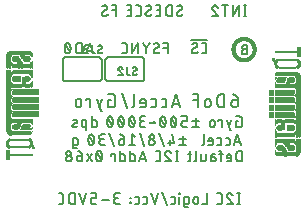
<source format=gbr>
G04 EAGLE Gerber RS-274X export*
G75*
%MOMM*%
%FSLAX34Y34*%
%LPD*%
%INSilkscreen Bottom*%
%IPPOS*%
%AMOC8*
5,1,8,0,0,1.08239X$1,22.5*%
G01*
%ADD10C,0.127000*%
%ADD11C,0.203200*%
%ADD12C,0.152400*%
%ADD13C,0.304800*%
%ADD14R,0.022863X0.462278*%
%ADD15R,0.022863X0.462281*%
%ADD16R,0.022863X0.436881*%
%ADD17R,0.023113X0.462278*%
%ADD18R,0.023113X0.462281*%
%ADD19R,0.023113X0.436881*%
%ADD20R,0.023116X0.462278*%
%ADD21R,0.023116X0.462281*%
%ADD22R,0.023116X0.436881*%
%ADD23R,0.023113X0.022863*%
%ADD24R,0.023116X0.091441*%
%ADD25R,0.023113X0.139700*%
%ADD26R,0.023116X0.185419*%
%ADD27R,0.023113X0.254000*%
%ADD28R,0.023113X0.299719*%
%ADD29R,0.023116X0.345438*%
%ADD30R,0.023113X0.391159*%
%ADD31R,0.023116X0.393700*%
%ADD32R,0.022863X0.325119*%
%ADD33R,0.022863X0.599438*%
%ADD34R,0.022863X0.622300*%
%ADD35R,0.022863X0.530859*%
%ADD36R,0.022863X0.439422*%
%ADD37R,0.022863X0.231138*%
%ADD38R,0.022863X0.071119*%
%ADD39R,0.022863X0.533400*%
%ADD40R,0.022863X0.208281*%
%ADD41R,0.023113X0.345441*%
%ADD42R,0.023113X0.576578*%
%ADD43R,0.023113X0.599438*%
%ADD44R,0.023113X0.508000*%
%ADD45R,0.023113X0.416563*%
%ADD46R,0.023113X0.208278*%
%ADD47R,0.023113X0.553722*%
%ADD48R,0.023113X0.208281*%
%ADD49R,0.023116X0.345441*%
%ADD50R,0.023116X0.530859*%
%ADD51R,0.023116X0.370841*%
%ADD52R,0.023116X0.162559*%
%ADD53R,0.023116X0.576581*%
%ADD54R,0.023116X0.208281*%
%ADD55R,0.023113X0.322578*%
%ADD56R,0.023113X0.485137*%
%ADD57R,0.023113X0.416559*%
%ADD58R,0.023113X0.347981*%
%ADD59R,0.023113X0.116838*%
%ADD60R,0.023113X0.647700*%
%ADD61R,0.023116X0.322581*%
%ADD62R,0.023116X0.485137*%
%ADD63R,0.023116X0.093978*%
%ADD64R,0.023116X0.231141*%
%ADD65R,0.023116X0.693419*%
%ADD66R,0.023113X0.322581*%
%ADD67R,0.023113X0.439419*%
%ADD68R,0.023113X0.370841*%
%ADD69R,0.023113X0.299722*%
%ADD70R,0.023113X0.045719*%
%ADD71R,0.023113X0.739138*%
%ADD72R,0.023113X0.414019*%
%ADD73R,0.023113X0.347978*%
%ADD74R,0.023113X0.762000*%
%ADD75R,0.023116X0.414019*%
%ADD76R,0.023116X0.182881*%
%ADD77R,0.023116X0.347978*%
%ADD78R,0.023116X0.276863*%
%ADD79R,0.023116X0.116841*%
%ADD80R,0.023116X0.276859*%
%ADD81R,0.023116X0.784863*%
%ADD82R,0.023113X0.325119*%
%ADD83R,0.023113X0.276863*%
%ADD84R,0.023113X0.276859*%
%ADD85R,0.023116X0.325119*%
%ADD86R,0.023116X0.391159*%
%ADD87R,0.023116X0.302259*%
%ADD88R,0.023116X0.254000*%
%ADD89R,0.023113X0.302259*%
%ADD90R,0.023113X0.393700*%
%ADD91R,0.023113X0.231141*%
%ADD92R,0.022863X0.302259*%
%ADD93R,0.022863X0.439419*%
%ADD94R,0.022863X0.368300*%
%ADD95R,0.022863X0.391159*%
%ADD96R,0.022863X0.416559*%
%ADD97R,0.022863X0.276863*%
%ADD98R,0.022863X0.205741*%
%ADD99R,0.023113X0.368300*%
%ADD100R,0.023113X0.205741*%
%ADD101R,0.023116X0.368300*%
%ADD102R,0.023116X0.205741*%
%ADD103R,0.023113X0.182881*%
%ADD104R,0.022863X0.276859*%
%ADD105R,0.022863X0.182881*%
%ADD106R,0.023113X0.924559*%
%ADD107R,0.023116X0.924559*%
%ADD108R,0.023113X0.901700*%
%ADD109R,0.023116X0.901700*%
%ADD110R,0.023113X0.878841*%
%ADD111R,0.023116X0.855981*%
%ADD112R,0.023113X0.833119*%
%ADD113R,0.022863X0.787400*%
%ADD114R,0.022863X0.414019*%
%ADD115R,0.022863X0.924559*%
%ADD116R,0.023113X0.739141*%
%ADD117R,0.023116X0.716281*%
%ADD118R,0.023116X0.299722*%
%ADD119R,0.023113X0.670559*%
%ADD120R,0.023116X0.647700*%
%ADD121R,0.023116X0.508000*%
%ADD122R,0.023116X0.299719*%
%ADD123R,0.023113X0.601981*%
%ADD124R,0.023113X0.530859*%
%ADD125R,0.023113X0.231138*%
%ADD126R,0.023113X0.556259*%
%ADD127R,0.023113X0.185419*%
%ADD128R,0.023116X0.533400*%
%ADD129R,0.023116X0.599438*%
%ADD130R,0.023116X0.416563*%
%ADD131R,0.023116X0.116838*%
%ADD132R,0.023113X0.485141*%
%ADD133R,0.023113X0.645159*%
%ADD134R,0.023113X0.716278*%
%ADD135R,0.022863X0.393700*%
%ADD136R,0.022863X0.762000*%
%ADD137R,0.022863X0.624841*%
%ADD138R,0.023113X0.784859*%
%ADD139R,0.023113X0.693422*%
%ADD140R,0.023116X0.830578*%
%ADD141R,0.023116X0.739141*%
%ADD142R,0.023113X0.876300*%
%ADD143R,0.023113X0.807722*%
%ADD144R,0.023116X0.899159*%
%ADD145R,0.023116X0.878841*%
%ADD146R,0.023113X0.922019*%
%ADD147R,0.023113X0.947419*%
%ADD148R,0.023116X0.970278*%
%ADD149R,0.023113X0.970278*%
%ADD150R,0.023116X0.439419*%
%ADD151R,0.022863X0.299722*%
%ADD152R,0.023116X0.416559*%
%ADD153R,0.023116X0.347981*%
%ADD154R,0.023113X0.137159*%
%ADD155R,0.023113X0.093978*%
%ADD156R,0.023113X0.091441*%
%ADD157R,0.023113X0.093981*%
%ADD158R,0.023113X0.114300*%
%ADD159R,0.023116X0.045719*%
%ADD160R,0.023116X0.045722*%
%ADD161R,0.023113X0.071119*%
%ADD162R,0.023113X0.116841*%
%ADD163R,0.023116X0.139700*%
%ADD164R,0.022863X0.322581*%
%ADD165R,0.022863X0.345441*%
%ADD166R,0.022863X0.162559*%
%ADD167R,0.022863X0.576581*%
%ADD168R,0.023113X0.668019*%
%ADD169R,0.023113X0.533400*%
%ADD170R,0.023116X1.455419*%
%ADD171R,0.023116X5.519419*%
%ADD172R,0.023113X1.455419*%
%ADD173R,0.023113X5.519419*%
%ADD174R,0.023116X5.494019*%
%ADD175R,0.023113X1.430019*%
%ADD176R,0.023113X5.494019*%
%ADD177R,0.023116X1.430019*%
%ADD178R,0.023116X5.471159*%
%ADD179R,0.023116X0.762000*%
%ADD180R,0.023113X1.407159*%
%ADD181R,0.023113X5.471159*%
%ADD182R,0.022863X1.384300*%
%ADD183R,0.022863X5.448300*%
%ADD184R,0.022863X0.716278*%
%ADD185R,0.022863X0.878841*%
%ADD186R,0.023113X1.361438*%
%ADD187R,0.023113X5.425438*%
%ADD188R,0.023116X1.338578*%
%ADD189R,0.023116X5.402578*%
%ADD190R,0.023116X0.624841*%
%ADD191R,0.023113X1.292859*%
%ADD192R,0.023113X5.356859*%
%ADD193R,0.023116X1.224278*%
%ADD194R,0.023116X5.288278*%


D10*
X146197Y165171D02*
X146199Y165085D01*
X146205Y164999D01*
X146214Y164913D01*
X146227Y164828D01*
X146244Y164743D01*
X146264Y164660D01*
X146288Y164577D01*
X146316Y164495D01*
X146347Y164415D01*
X146382Y164336D01*
X146420Y164259D01*
X146462Y164183D01*
X146506Y164109D01*
X146554Y164038D01*
X146605Y163968D01*
X146659Y163901D01*
X146716Y163836D01*
X146776Y163774D01*
X146838Y163714D01*
X146903Y163657D01*
X146970Y163603D01*
X147040Y163552D01*
X147111Y163504D01*
X147185Y163460D01*
X147261Y163418D01*
X147338Y163380D01*
X147417Y163345D01*
X147497Y163314D01*
X147579Y163286D01*
X147662Y163262D01*
X147745Y163242D01*
X147830Y163225D01*
X147915Y163212D01*
X148001Y163203D01*
X148087Y163197D01*
X148173Y163195D01*
X148300Y163197D01*
X148426Y163203D01*
X148553Y163212D01*
X148679Y163226D01*
X148804Y163243D01*
X148929Y163264D01*
X149053Y163289D01*
X149177Y163318D01*
X149299Y163350D01*
X149421Y163386D01*
X149541Y163426D01*
X149660Y163469D01*
X149778Y163516D01*
X149894Y163567D01*
X150009Y163621D01*
X150122Y163678D01*
X150233Y163739D01*
X150342Y163803D01*
X150449Y163871D01*
X150555Y163941D01*
X150658Y164015D01*
X150758Y164092D01*
X150856Y164172D01*
X150952Y164255D01*
X151046Y164341D01*
X151136Y164430D01*
X150889Y170109D02*
X150887Y170195D01*
X150881Y170281D01*
X150872Y170367D01*
X150859Y170452D01*
X150842Y170537D01*
X150822Y170620D01*
X150798Y170703D01*
X150770Y170785D01*
X150739Y170865D01*
X150704Y170944D01*
X150666Y171021D01*
X150624Y171097D01*
X150580Y171171D01*
X150532Y171242D01*
X150481Y171312D01*
X150427Y171379D01*
X150370Y171444D01*
X150310Y171506D01*
X150248Y171566D01*
X150183Y171623D01*
X150116Y171677D01*
X150046Y171728D01*
X149975Y171776D01*
X149901Y171820D01*
X149825Y171862D01*
X149748Y171900D01*
X149669Y171935D01*
X149589Y171966D01*
X149507Y171994D01*
X149424Y172018D01*
X149341Y172038D01*
X149256Y172055D01*
X149171Y172068D01*
X149085Y172077D01*
X148999Y172083D01*
X148913Y172085D01*
X148794Y172083D01*
X148675Y172077D01*
X148556Y172068D01*
X148438Y172054D01*
X148320Y172037D01*
X148202Y172016D01*
X148086Y171991D01*
X147970Y171963D01*
X147855Y171931D01*
X147742Y171895D01*
X147629Y171855D01*
X147518Y171812D01*
X147408Y171766D01*
X147300Y171716D01*
X147194Y171662D01*
X147089Y171605D01*
X146987Y171545D01*
X146886Y171481D01*
X146787Y171414D01*
X146691Y171344D01*
X149900Y168381D02*
X149974Y168426D01*
X150046Y168475D01*
X150116Y168527D01*
X150183Y168582D01*
X150248Y168640D01*
X150310Y168700D01*
X150370Y168763D01*
X150426Y168829D01*
X150480Y168897D01*
X150531Y168967D01*
X150579Y169039D01*
X150624Y169114D01*
X150665Y169190D01*
X150703Y169268D01*
X150738Y169348D01*
X150769Y169429D01*
X150797Y169511D01*
X150821Y169594D01*
X150841Y169678D01*
X150858Y169764D01*
X150871Y169849D01*
X150880Y169936D01*
X150886Y170022D01*
X150888Y170109D01*
X147185Y166899D02*
X147111Y166854D01*
X147039Y166805D01*
X146969Y166753D01*
X146902Y166698D01*
X146837Y166640D01*
X146775Y166580D01*
X146716Y166517D01*
X146659Y166451D01*
X146605Y166383D01*
X146554Y166313D01*
X146506Y166241D01*
X146461Y166166D01*
X146420Y166090D01*
X146382Y166012D01*
X146347Y165932D01*
X146316Y165851D01*
X146288Y165769D01*
X146264Y165686D01*
X146244Y165602D01*
X146227Y165516D01*
X146214Y165431D01*
X146205Y165344D01*
X146199Y165258D01*
X146197Y165171D01*
X147185Y166899D02*
X149901Y168381D01*
X141992Y172085D02*
X141992Y163195D01*
X141992Y172085D02*
X139522Y172085D01*
X139425Y172083D01*
X139328Y172077D01*
X139232Y172068D01*
X139136Y172055D01*
X139040Y172038D01*
X138946Y172017D01*
X138852Y171992D01*
X138759Y171964D01*
X138667Y171932D01*
X138577Y171897D01*
X138488Y171858D01*
X138401Y171816D01*
X138316Y171770D01*
X138232Y171721D01*
X138150Y171669D01*
X138071Y171613D01*
X137993Y171555D01*
X137919Y171493D01*
X137846Y171429D01*
X137776Y171362D01*
X137709Y171292D01*
X137645Y171219D01*
X137583Y171145D01*
X137525Y171067D01*
X137469Y170988D01*
X137417Y170906D01*
X137368Y170822D01*
X137322Y170737D01*
X137280Y170650D01*
X137241Y170561D01*
X137206Y170471D01*
X137174Y170379D01*
X137146Y170286D01*
X137121Y170192D01*
X137100Y170098D01*
X137083Y170002D01*
X137070Y169906D01*
X137061Y169810D01*
X137055Y169713D01*
X137053Y169616D01*
X137053Y165664D01*
X137055Y165567D01*
X137061Y165470D01*
X137070Y165374D01*
X137083Y165278D01*
X137100Y165182D01*
X137121Y165088D01*
X137146Y164994D01*
X137174Y164901D01*
X137206Y164809D01*
X137241Y164719D01*
X137280Y164630D01*
X137322Y164543D01*
X137368Y164458D01*
X137417Y164374D01*
X137469Y164292D01*
X137525Y164213D01*
X137583Y164135D01*
X137645Y164061D01*
X137709Y163988D01*
X137776Y163918D01*
X137846Y163851D01*
X137919Y163787D01*
X137993Y163725D01*
X138071Y163667D01*
X138150Y163611D01*
X138232Y163559D01*
X138316Y163510D01*
X138401Y163464D01*
X138488Y163422D01*
X138577Y163383D01*
X138667Y163348D01*
X138759Y163316D01*
X138852Y163288D01*
X138946Y163263D01*
X139040Y163242D01*
X139136Y163225D01*
X139232Y163212D01*
X139328Y163203D01*
X139425Y163197D01*
X139522Y163195D01*
X141992Y163195D01*
X132215Y163195D02*
X128264Y163195D01*
X132215Y163195D02*
X132215Y172085D01*
X128264Y172085D01*
X129252Y168134D02*
X132215Y168134D01*
X121706Y163195D02*
X121620Y163197D01*
X121534Y163203D01*
X121448Y163212D01*
X121363Y163225D01*
X121278Y163242D01*
X121195Y163262D01*
X121112Y163286D01*
X121030Y163314D01*
X120950Y163345D01*
X120871Y163380D01*
X120794Y163418D01*
X120718Y163460D01*
X120644Y163504D01*
X120573Y163552D01*
X120503Y163603D01*
X120436Y163657D01*
X120371Y163714D01*
X120309Y163774D01*
X120249Y163836D01*
X120192Y163901D01*
X120138Y163968D01*
X120087Y164038D01*
X120039Y164109D01*
X119995Y164183D01*
X119953Y164259D01*
X119915Y164336D01*
X119880Y164415D01*
X119849Y164495D01*
X119821Y164577D01*
X119797Y164660D01*
X119777Y164743D01*
X119760Y164828D01*
X119747Y164913D01*
X119738Y164999D01*
X119732Y165085D01*
X119730Y165171D01*
X121706Y163195D02*
X121833Y163197D01*
X121959Y163203D01*
X122086Y163212D01*
X122212Y163226D01*
X122337Y163243D01*
X122462Y163264D01*
X122586Y163289D01*
X122710Y163318D01*
X122832Y163350D01*
X122954Y163386D01*
X123074Y163426D01*
X123193Y163469D01*
X123311Y163516D01*
X123427Y163567D01*
X123542Y163621D01*
X123655Y163678D01*
X123766Y163739D01*
X123875Y163803D01*
X123982Y163871D01*
X124088Y163941D01*
X124191Y164015D01*
X124291Y164092D01*
X124389Y164172D01*
X124485Y164255D01*
X124579Y164341D01*
X124669Y164430D01*
X124423Y170109D02*
X124421Y170195D01*
X124415Y170281D01*
X124406Y170367D01*
X124393Y170452D01*
X124376Y170537D01*
X124356Y170620D01*
X124332Y170703D01*
X124304Y170785D01*
X124273Y170865D01*
X124238Y170944D01*
X124200Y171021D01*
X124158Y171097D01*
X124114Y171171D01*
X124066Y171242D01*
X124015Y171312D01*
X123961Y171379D01*
X123904Y171444D01*
X123844Y171506D01*
X123782Y171566D01*
X123717Y171623D01*
X123650Y171677D01*
X123580Y171728D01*
X123509Y171776D01*
X123435Y171820D01*
X123359Y171862D01*
X123282Y171900D01*
X123203Y171935D01*
X123123Y171966D01*
X123041Y171994D01*
X122958Y172018D01*
X122875Y172038D01*
X122790Y172055D01*
X122705Y172068D01*
X122619Y172077D01*
X122533Y172083D01*
X122447Y172085D01*
X122328Y172083D01*
X122209Y172077D01*
X122090Y172068D01*
X121972Y172054D01*
X121854Y172037D01*
X121736Y172016D01*
X121620Y171991D01*
X121504Y171963D01*
X121389Y171931D01*
X121276Y171895D01*
X121163Y171855D01*
X121052Y171812D01*
X120942Y171766D01*
X120834Y171716D01*
X120728Y171662D01*
X120623Y171605D01*
X120521Y171545D01*
X120420Y171481D01*
X120321Y171414D01*
X120225Y171344D01*
X123434Y168381D02*
X123508Y168426D01*
X123580Y168475D01*
X123650Y168527D01*
X123717Y168582D01*
X123782Y168640D01*
X123844Y168700D01*
X123904Y168763D01*
X123960Y168829D01*
X124014Y168897D01*
X124065Y168967D01*
X124113Y169039D01*
X124158Y169114D01*
X124199Y169190D01*
X124237Y169268D01*
X124272Y169348D01*
X124303Y169429D01*
X124331Y169511D01*
X124355Y169594D01*
X124375Y169678D01*
X124392Y169764D01*
X124405Y169849D01*
X124414Y169936D01*
X124420Y170022D01*
X124422Y170109D01*
X120719Y166899D02*
X120645Y166854D01*
X120573Y166805D01*
X120503Y166753D01*
X120436Y166698D01*
X120371Y166640D01*
X120309Y166580D01*
X120250Y166517D01*
X120193Y166451D01*
X120139Y166383D01*
X120088Y166313D01*
X120040Y166241D01*
X119995Y166166D01*
X119954Y166090D01*
X119916Y166012D01*
X119881Y165932D01*
X119850Y165851D01*
X119822Y165769D01*
X119798Y165686D01*
X119778Y165602D01*
X119761Y165516D01*
X119748Y165431D01*
X119739Y165344D01*
X119733Y165258D01*
X119731Y165171D01*
X120718Y166899D02*
X123434Y168381D01*
X113888Y163195D02*
X111913Y163195D01*
X113888Y163195D02*
X113974Y163197D01*
X114060Y163203D01*
X114146Y163212D01*
X114231Y163225D01*
X114316Y163242D01*
X114399Y163262D01*
X114482Y163286D01*
X114564Y163314D01*
X114644Y163345D01*
X114723Y163380D01*
X114800Y163418D01*
X114876Y163460D01*
X114950Y163504D01*
X115021Y163552D01*
X115091Y163603D01*
X115158Y163657D01*
X115223Y163714D01*
X115285Y163774D01*
X115345Y163836D01*
X115402Y163901D01*
X115456Y163968D01*
X115507Y164038D01*
X115555Y164109D01*
X115599Y164183D01*
X115641Y164259D01*
X115679Y164336D01*
X115714Y164415D01*
X115745Y164495D01*
X115773Y164577D01*
X115797Y164660D01*
X115817Y164743D01*
X115834Y164828D01*
X115847Y164913D01*
X115856Y164999D01*
X115862Y165085D01*
X115864Y165171D01*
X115864Y170109D01*
X115862Y170198D01*
X115856Y170286D01*
X115846Y170374D01*
X115832Y170462D01*
X115814Y170549D01*
X115793Y170635D01*
X115767Y170720D01*
X115738Y170803D01*
X115705Y170886D01*
X115668Y170966D01*
X115628Y171045D01*
X115584Y171122D01*
X115537Y171198D01*
X115487Y171270D01*
X115433Y171341D01*
X115376Y171409D01*
X115316Y171475D01*
X115254Y171537D01*
X115188Y171597D01*
X115120Y171654D01*
X115049Y171708D01*
X114977Y171758D01*
X114902Y171805D01*
X114824Y171849D01*
X114745Y171889D01*
X114665Y171926D01*
X114582Y171959D01*
X114499Y171988D01*
X114414Y172014D01*
X114328Y172035D01*
X114241Y172053D01*
X114153Y172067D01*
X114065Y172077D01*
X113977Y172083D01*
X113888Y172085D01*
X111913Y172085D01*
X107882Y163195D02*
X103931Y163195D01*
X107882Y163195D02*
X107882Y172085D01*
X103931Y172085D01*
X104919Y168134D02*
X107882Y168134D01*
X95015Y172085D02*
X95015Y163195D01*
X95015Y172085D02*
X91064Y172085D01*
X91064Y168134D02*
X95015Y168134D01*
X84760Y163195D02*
X84674Y163197D01*
X84588Y163203D01*
X84502Y163212D01*
X84417Y163225D01*
X84332Y163242D01*
X84249Y163262D01*
X84166Y163286D01*
X84084Y163314D01*
X84004Y163345D01*
X83925Y163380D01*
X83848Y163418D01*
X83772Y163460D01*
X83698Y163504D01*
X83627Y163552D01*
X83557Y163603D01*
X83490Y163657D01*
X83425Y163714D01*
X83363Y163774D01*
X83303Y163836D01*
X83246Y163901D01*
X83192Y163968D01*
X83141Y164038D01*
X83093Y164109D01*
X83049Y164183D01*
X83007Y164259D01*
X82969Y164336D01*
X82934Y164415D01*
X82903Y164495D01*
X82875Y164577D01*
X82851Y164660D01*
X82831Y164743D01*
X82814Y164828D01*
X82801Y164913D01*
X82792Y164999D01*
X82786Y165085D01*
X82784Y165171D01*
X84760Y163195D02*
X84887Y163197D01*
X85013Y163203D01*
X85140Y163212D01*
X85266Y163226D01*
X85391Y163243D01*
X85516Y163264D01*
X85640Y163289D01*
X85764Y163318D01*
X85886Y163350D01*
X86008Y163386D01*
X86128Y163426D01*
X86247Y163469D01*
X86365Y163516D01*
X86481Y163567D01*
X86596Y163621D01*
X86709Y163678D01*
X86820Y163739D01*
X86929Y163803D01*
X87036Y163871D01*
X87142Y163941D01*
X87245Y164015D01*
X87345Y164092D01*
X87443Y164172D01*
X87539Y164255D01*
X87633Y164341D01*
X87723Y164430D01*
X87477Y170109D02*
X87475Y170195D01*
X87469Y170281D01*
X87460Y170367D01*
X87447Y170452D01*
X87430Y170537D01*
X87410Y170620D01*
X87386Y170703D01*
X87358Y170785D01*
X87327Y170865D01*
X87292Y170944D01*
X87254Y171021D01*
X87212Y171097D01*
X87168Y171171D01*
X87120Y171242D01*
X87069Y171312D01*
X87015Y171379D01*
X86958Y171444D01*
X86898Y171506D01*
X86836Y171566D01*
X86771Y171623D01*
X86704Y171677D01*
X86634Y171728D01*
X86563Y171776D01*
X86489Y171820D01*
X86413Y171862D01*
X86336Y171900D01*
X86257Y171935D01*
X86177Y171966D01*
X86095Y171994D01*
X86012Y172018D01*
X85929Y172038D01*
X85844Y172055D01*
X85759Y172068D01*
X85673Y172077D01*
X85587Y172083D01*
X85501Y172085D01*
X85382Y172083D01*
X85263Y172077D01*
X85144Y172068D01*
X85026Y172054D01*
X84908Y172037D01*
X84790Y172016D01*
X84674Y171991D01*
X84558Y171963D01*
X84443Y171931D01*
X84330Y171895D01*
X84217Y171855D01*
X84106Y171812D01*
X83996Y171766D01*
X83888Y171716D01*
X83782Y171662D01*
X83677Y171605D01*
X83575Y171545D01*
X83474Y171481D01*
X83375Y171414D01*
X83279Y171344D01*
X86488Y168381D02*
X86562Y168426D01*
X86634Y168475D01*
X86704Y168527D01*
X86771Y168582D01*
X86836Y168640D01*
X86898Y168700D01*
X86958Y168763D01*
X87014Y168829D01*
X87068Y168897D01*
X87119Y168967D01*
X87167Y169039D01*
X87212Y169114D01*
X87253Y169190D01*
X87291Y169268D01*
X87326Y169348D01*
X87357Y169429D01*
X87385Y169511D01*
X87409Y169594D01*
X87429Y169678D01*
X87446Y169764D01*
X87459Y169849D01*
X87468Y169936D01*
X87474Y170022D01*
X87476Y170109D01*
X83773Y166899D02*
X83699Y166854D01*
X83627Y166805D01*
X83557Y166753D01*
X83490Y166698D01*
X83425Y166640D01*
X83363Y166580D01*
X83304Y166517D01*
X83247Y166451D01*
X83193Y166383D01*
X83142Y166313D01*
X83094Y166241D01*
X83049Y166166D01*
X83008Y166090D01*
X82970Y166012D01*
X82935Y165932D01*
X82904Y165851D01*
X82876Y165769D01*
X82852Y165686D01*
X82832Y165602D01*
X82815Y165516D01*
X82802Y165431D01*
X82793Y165344D01*
X82787Y165258D01*
X82785Y165171D01*
X83772Y166899D02*
X86489Y168381D01*
X203738Y172085D02*
X203738Y163195D01*
X204725Y163195D02*
X202750Y163195D01*
X202750Y172085D02*
X204725Y172085D01*
X198587Y172085D02*
X198587Y163195D01*
X193648Y163195D02*
X198587Y172085D01*
X193648Y172085D02*
X193648Y163195D01*
X187278Y163195D02*
X187278Y172085D01*
X184809Y172085D02*
X189748Y172085D01*
X178497Y172086D02*
X178405Y172084D01*
X178313Y172078D01*
X178222Y172069D01*
X178131Y172056D01*
X178041Y172039D01*
X177951Y172018D01*
X177863Y171994D01*
X177775Y171966D01*
X177689Y171934D01*
X177604Y171899D01*
X177521Y171860D01*
X177439Y171818D01*
X177359Y171773D01*
X177281Y171724D01*
X177205Y171672D01*
X177132Y171617D01*
X177060Y171559D01*
X176991Y171499D01*
X176925Y171435D01*
X176861Y171369D01*
X176801Y171300D01*
X176743Y171228D01*
X176688Y171155D01*
X176636Y171079D01*
X176587Y171001D01*
X176542Y170921D01*
X176500Y170839D01*
X176461Y170756D01*
X176426Y170671D01*
X176394Y170585D01*
X176366Y170497D01*
X176342Y170409D01*
X176321Y170319D01*
X176304Y170229D01*
X176291Y170138D01*
X176282Y170047D01*
X176276Y169955D01*
X176274Y169863D01*
X178497Y172085D02*
X178603Y172083D01*
X178708Y172077D01*
X178813Y172067D01*
X178918Y172054D01*
X179022Y172036D01*
X179125Y172015D01*
X179228Y171990D01*
X179330Y171961D01*
X179430Y171928D01*
X179529Y171892D01*
X179627Y171852D01*
X179723Y171808D01*
X179818Y171761D01*
X179910Y171711D01*
X180001Y171657D01*
X180090Y171599D01*
X180176Y171539D01*
X180260Y171475D01*
X180342Y171409D01*
X180422Y171339D01*
X180498Y171266D01*
X180572Y171191D01*
X180643Y171113D01*
X180711Y171032D01*
X180777Y170949D01*
X180839Y170863D01*
X180897Y170776D01*
X180953Y170686D01*
X181005Y170594D01*
X181054Y170500D01*
X181099Y170405D01*
X181141Y170308D01*
X181179Y170209D01*
X181213Y170110D01*
X177016Y168134D02*
X176947Y168203D01*
X176881Y168273D01*
X176818Y168347D01*
X176759Y168423D01*
X176702Y168501D01*
X176648Y168581D01*
X176598Y168664D01*
X176551Y168748D01*
X176508Y168835D01*
X176468Y168923D01*
X176432Y169012D01*
X176399Y169103D01*
X176370Y169195D01*
X176345Y169289D01*
X176324Y169383D01*
X176306Y169478D01*
X176293Y169574D01*
X176283Y169670D01*
X176277Y169766D01*
X176275Y169863D01*
X177016Y168134D02*
X181214Y163195D01*
X176275Y163195D01*
X171879Y142875D02*
X158321Y142875D01*
X167293Y131445D02*
X169269Y131445D01*
X169355Y131447D01*
X169441Y131453D01*
X169527Y131462D01*
X169612Y131475D01*
X169697Y131492D01*
X169780Y131512D01*
X169863Y131536D01*
X169945Y131564D01*
X170025Y131595D01*
X170104Y131630D01*
X170181Y131668D01*
X170257Y131710D01*
X170331Y131754D01*
X170402Y131802D01*
X170472Y131853D01*
X170539Y131907D01*
X170604Y131964D01*
X170666Y132024D01*
X170726Y132086D01*
X170783Y132151D01*
X170837Y132218D01*
X170888Y132288D01*
X170936Y132359D01*
X170980Y132433D01*
X171022Y132509D01*
X171060Y132586D01*
X171095Y132665D01*
X171126Y132745D01*
X171154Y132827D01*
X171178Y132910D01*
X171198Y132993D01*
X171215Y133078D01*
X171228Y133163D01*
X171237Y133249D01*
X171243Y133335D01*
X171245Y133421D01*
X171244Y133421D02*
X171244Y138359D01*
X171242Y138448D01*
X171236Y138536D01*
X171226Y138624D01*
X171212Y138712D01*
X171194Y138799D01*
X171173Y138885D01*
X171147Y138970D01*
X171118Y139053D01*
X171085Y139136D01*
X171048Y139216D01*
X171008Y139295D01*
X170964Y139372D01*
X170917Y139448D01*
X170867Y139520D01*
X170813Y139591D01*
X170756Y139659D01*
X170696Y139725D01*
X170634Y139787D01*
X170568Y139847D01*
X170500Y139904D01*
X170429Y139958D01*
X170357Y140008D01*
X170282Y140055D01*
X170204Y140099D01*
X170125Y140139D01*
X170045Y140176D01*
X169962Y140209D01*
X169879Y140238D01*
X169794Y140264D01*
X169708Y140285D01*
X169621Y140303D01*
X169533Y140317D01*
X169445Y140327D01*
X169357Y140333D01*
X169268Y140335D01*
X169269Y140335D02*
X167293Y140335D01*
X158956Y133421D02*
X158958Y133335D01*
X158964Y133249D01*
X158973Y133163D01*
X158986Y133078D01*
X159003Y132993D01*
X159023Y132910D01*
X159047Y132827D01*
X159075Y132745D01*
X159106Y132665D01*
X159141Y132586D01*
X159179Y132509D01*
X159221Y132433D01*
X159265Y132359D01*
X159313Y132288D01*
X159364Y132218D01*
X159418Y132151D01*
X159475Y132086D01*
X159535Y132024D01*
X159597Y131964D01*
X159662Y131907D01*
X159729Y131853D01*
X159799Y131802D01*
X159870Y131754D01*
X159944Y131710D01*
X160020Y131668D01*
X160097Y131630D01*
X160176Y131595D01*
X160256Y131564D01*
X160338Y131536D01*
X160421Y131512D01*
X160504Y131492D01*
X160589Y131475D01*
X160674Y131462D01*
X160760Y131453D01*
X160846Y131447D01*
X160932Y131445D01*
X161059Y131447D01*
X161185Y131453D01*
X161312Y131462D01*
X161438Y131476D01*
X161563Y131493D01*
X161688Y131514D01*
X161812Y131539D01*
X161936Y131568D01*
X162058Y131600D01*
X162180Y131636D01*
X162300Y131676D01*
X162419Y131719D01*
X162537Y131766D01*
X162653Y131817D01*
X162768Y131871D01*
X162881Y131928D01*
X162992Y131989D01*
X163101Y132053D01*
X163208Y132121D01*
X163314Y132191D01*
X163417Y132265D01*
X163517Y132342D01*
X163615Y132422D01*
X163711Y132505D01*
X163805Y132591D01*
X163895Y132680D01*
X163648Y138359D02*
X163646Y138445D01*
X163640Y138531D01*
X163631Y138617D01*
X163618Y138702D01*
X163601Y138787D01*
X163581Y138870D01*
X163557Y138953D01*
X163529Y139035D01*
X163498Y139115D01*
X163463Y139194D01*
X163425Y139271D01*
X163383Y139347D01*
X163339Y139421D01*
X163291Y139492D01*
X163240Y139562D01*
X163186Y139629D01*
X163129Y139694D01*
X163069Y139756D01*
X163007Y139816D01*
X162942Y139873D01*
X162875Y139927D01*
X162805Y139978D01*
X162734Y140026D01*
X162660Y140070D01*
X162584Y140112D01*
X162507Y140150D01*
X162428Y140185D01*
X162348Y140216D01*
X162266Y140244D01*
X162183Y140268D01*
X162100Y140288D01*
X162015Y140305D01*
X161930Y140318D01*
X161844Y140327D01*
X161758Y140333D01*
X161672Y140335D01*
X161553Y140333D01*
X161434Y140327D01*
X161315Y140318D01*
X161197Y140304D01*
X161079Y140287D01*
X160961Y140266D01*
X160845Y140241D01*
X160729Y140213D01*
X160614Y140181D01*
X160501Y140145D01*
X160388Y140105D01*
X160277Y140062D01*
X160167Y140016D01*
X160059Y139966D01*
X159953Y139912D01*
X159848Y139855D01*
X159746Y139795D01*
X159645Y139731D01*
X159546Y139664D01*
X159450Y139594D01*
X162659Y136631D02*
X162733Y136676D01*
X162805Y136725D01*
X162875Y136777D01*
X162942Y136832D01*
X163007Y136890D01*
X163069Y136950D01*
X163129Y137013D01*
X163185Y137079D01*
X163239Y137147D01*
X163290Y137217D01*
X163338Y137289D01*
X163383Y137364D01*
X163424Y137440D01*
X163462Y137518D01*
X163497Y137598D01*
X163528Y137679D01*
X163556Y137761D01*
X163580Y137844D01*
X163600Y137928D01*
X163617Y138014D01*
X163630Y138099D01*
X163639Y138186D01*
X163645Y138272D01*
X163647Y138359D01*
X159944Y135149D02*
X159870Y135104D01*
X159798Y135055D01*
X159728Y135003D01*
X159661Y134948D01*
X159596Y134890D01*
X159534Y134830D01*
X159475Y134767D01*
X159418Y134701D01*
X159364Y134633D01*
X159313Y134563D01*
X159265Y134491D01*
X159220Y134416D01*
X159179Y134340D01*
X159141Y134262D01*
X159106Y134182D01*
X159075Y134101D01*
X159047Y134019D01*
X159023Y133936D01*
X159003Y133852D01*
X158986Y133766D01*
X158973Y133681D01*
X158964Y133594D01*
X158958Y133508D01*
X158956Y133421D01*
X159944Y135149D02*
X162660Y136631D01*
X138853Y140335D02*
X138853Y131445D01*
X138853Y140335D02*
X134902Y140335D01*
X134902Y136384D02*
X138853Y136384D01*
X128598Y131445D02*
X128512Y131447D01*
X128426Y131453D01*
X128340Y131462D01*
X128255Y131475D01*
X128170Y131492D01*
X128087Y131512D01*
X128004Y131536D01*
X127922Y131564D01*
X127842Y131595D01*
X127763Y131630D01*
X127686Y131668D01*
X127610Y131710D01*
X127536Y131754D01*
X127465Y131802D01*
X127395Y131853D01*
X127328Y131907D01*
X127263Y131964D01*
X127201Y132024D01*
X127141Y132086D01*
X127084Y132151D01*
X127030Y132218D01*
X126979Y132288D01*
X126931Y132359D01*
X126887Y132433D01*
X126845Y132509D01*
X126807Y132586D01*
X126772Y132665D01*
X126741Y132745D01*
X126713Y132827D01*
X126689Y132910D01*
X126669Y132993D01*
X126652Y133078D01*
X126639Y133163D01*
X126630Y133249D01*
X126624Y133335D01*
X126622Y133421D01*
X128598Y131445D02*
X128725Y131447D01*
X128851Y131453D01*
X128978Y131462D01*
X129104Y131476D01*
X129229Y131493D01*
X129354Y131514D01*
X129478Y131539D01*
X129602Y131568D01*
X129724Y131600D01*
X129846Y131636D01*
X129966Y131676D01*
X130085Y131719D01*
X130203Y131766D01*
X130319Y131817D01*
X130434Y131871D01*
X130547Y131928D01*
X130658Y131989D01*
X130767Y132053D01*
X130874Y132121D01*
X130980Y132191D01*
X131083Y132265D01*
X131183Y132342D01*
X131281Y132422D01*
X131377Y132505D01*
X131471Y132591D01*
X131561Y132680D01*
X131314Y138359D02*
X131312Y138445D01*
X131306Y138531D01*
X131297Y138617D01*
X131284Y138702D01*
X131267Y138787D01*
X131247Y138870D01*
X131223Y138953D01*
X131195Y139035D01*
X131164Y139115D01*
X131129Y139194D01*
X131091Y139271D01*
X131049Y139347D01*
X131005Y139421D01*
X130957Y139492D01*
X130906Y139562D01*
X130852Y139629D01*
X130795Y139694D01*
X130735Y139756D01*
X130673Y139816D01*
X130608Y139873D01*
X130541Y139927D01*
X130471Y139978D01*
X130400Y140026D01*
X130326Y140070D01*
X130250Y140112D01*
X130173Y140150D01*
X130094Y140185D01*
X130014Y140216D01*
X129932Y140244D01*
X129849Y140268D01*
X129766Y140288D01*
X129681Y140305D01*
X129596Y140318D01*
X129510Y140327D01*
X129424Y140333D01*
X129338Y140335D01*
X129219Y140333D01*
X129100Y140327D01*
X128981Y140318D01*
X128863Y140304D01*
X128745Y140287D01*
X128627Y140266D01*
X128511Y140241D01*
X128395Y140213D01*
X128280Y140181D01*
X128167Y140145D01*
X128054Y140105D01*
X127943Y140062D01*
X127833Y140016D01*
X127725Y139966D01*
X127619Y139912D01*
X127514Y139855D01*
X127412Y139795D01*
X127311Y139731D01*
X127212Y139664D01*
X127116Y139594D01*
X130325Y136631D02*
X130399Y136676D01*
X130471Y136725D01*
X130541Y136777D01*
X130608Y136832D01*
X130673Y136890D01*
X130735Y136950D01*
X130795Y137013D01*
X130851Y137079D01*
X130905Y137147D01*
X130956Y137217D01*
X131004Y137289D01*
X131049Y137364D01*
X131090Y137440D01*
X131128Y137518D01*
X131163Y137598D01*
X131194Y137679D01*
X131222Y137761D01*
X131246Y137844D01*
X131266Y137928D01*
X131283Y138014D01*
X131296Y138099D01*
X131305Y138186D01*
X131311Y138272D01*
X131313Y138359D01*
X127610Y135149D02*
X127536Y135104D01*
X127464Y135055D01*
X127394Y135003D01*
X127327Y134948D01*
X127262Y134890D01*
X127200Y134830D01*
X127141Y134767D01*
X127084Y134701D01*
X127030Y134633D01*
X126979Y134563D01*
X126931Y134491D01*
X126886Y134416D01*
X126845Y134340D01*
X126807Y134262D01*
X126772Y134182D01*
X126741Y134101D01*
X126713Y134019D01*
X126689Y133936D01*
X126669Y133852D01*
X126652Y133766D01*
X126639Y133681D01*
X126630Y133594D01*
X126624Y133508D01*
X126622Y133421D01*
X127610Y135149D02*
X130326Y136631D01*
X123216Y140335D02*
X120252Y136137D01*
X117289Y140335D01*
X120252Y136137D02*
X120252Y131445D01*
X113273Y131445D02*
X113273Y140335D01*
X108334Y131445D01*
X108334Y140335D01*
X101883Y131445D02*
X99907Y131445D01*
X101883Y131445D02*
X101969Y131447D01*
X102055Y131453D01*
X102141Y131462D01*
X102226Y131475D01*
X102311Y131492D01*
X102394Y131512D01*
X102477Y131536D01*
X102559Y131564D01*
X102639Y131595D01*
X102718Y131630D01*
X102795Y131668D01*
X102871Y131710D01*
X102945Y131754D01*
X103016Y131802D01*
X103086Y131853D01*
X103153Y131907D01*
X103218Y131964D01*
X103280Y132024D01*
X103340Y132086D01*
X103397Y132151D01*
X103451Y132218D01*
X103502Y132288D01*
X103550Y132359D01*
X103594Y132433D01*
X103636Y132509D01*
X103674Y132586D01*
X103709Y132665D01*
X103740Y132745D01*
X103768Y132827D01*
X103792Y132910D01*
X103812Y132993D01*
X103829Y133078D01*
X103842Y133163D01*
X103851Y133249D01*
X103857Y133335D01*
X103859Y133421D01*
X103858Y133421D02*
X103858Y138359D01*
X103859Y138359D02*
X103857Y138448D01*
X103851Y138536D01*
X103841Y138624D01*
X103827Y138712D01*
X103809Y138799D01*
X103788Y138885D01*
X103762Y138970D01*
X103733Y139053D01*
X103700Y139136D01*
X103663Y139216D01*
X103623Y139295D01*
X103579Y139372D01*
X103532Y139448D01*
X103482Y139520D01*
X103428Y139591D01*
X103371Y139659D01*
X103311Y139725D01*
X103249Y139787D01*
X103183Y139847D01*
X103115Y139904D01*
X103044Y139958D01*
X102972Y140008D01*
X102897Y140055D01*
X102819Y140099D01*
X102740Y140139D01*
X102660Y140176D01*
X102577Y140209D01*
X102494Y140238D01*
X102409Y140264D01*
X102323Y140285D01*
X102236Y140303D01*
X102148Y140317D01*
X102060Y140327D01*
X101972Y140333D01*
X101883Y140335D01*
X99907Y140335D01*
X197596Y62865D02*
X200559Y53975D01*
X194632Y53975D02*
X197596Y62865D01*
X195373Y56198D02*
X199818Y56198D01*
X189542Y53975D02*
X187566Y53975D01*
X189542Y53975D02*
X189617Y53977D01*
X189692Y53983D01*
X189766Y53992D01*
X189840Y54005D01*
X189913Y54022D01*
X189986Y54043D01*
X190057Y54067D01*
X190126Y54095D01*
X190195Y54126D01*
X190261Y54161D01*
X190326Y54199D01*
X190389Y54241D01*
X190449Y54285D01*
X190507Y54333D01*
X190563Y54383D01*
X190616Y54436D01*
X190666Y54492D01*
X190714Y54550D01*
X190758Y54610D01*
X190800Y54673D01*
X190838Y54738D01*
X190873Y54804D01*
X190904Y54873D01*
X190932Y54942D01*
X190956Y55013D01*
X190977Y55086D01*
X190994Y55159D01*
X191007Y55233D01*
X191016Y55307D01*
X191022Y55382D01*
X191024Y55457D01*
X191023Y55457D02*
X191023Y58420D01*
X191024Y58420D02*
X191022Y58495D01*
X191016Y58570D01*
X191007Y58644D01*
X190994Y58718D01*
X190977Y58791D01*
X190956Y58864D01*
X190932Y58935D01*
X190904Y59004D01*
X190873Y59073D01*
X190838Y59139D01*
X190800Y59204D01*
X190758Y59267D01*
X190714Y59327D01*
X190666Y59385D01*
X190616Y59441D01*
X190563Y59494D01*
X190507Y59544D01*
X190449Y59592D01*
X190389Y59636D01*
X190326Y59678D01*
X190261Y59716D01*
X190195Y59751D01*
X190126Y59782D01*
X190057Y59810D01*
X189986Y59834D01*
X189913Y59855D01*
X189840Y59872D01*
X189766Y59885D01*
X189692Y59894D01*
X189617Y59900D01*
X189542Y59902D01*
X187566Y59902D01*
X182531Y53975D02*
X180556Y53975D01*
X182531Y53975D02*
X182606Y53977D01*
X182681Y53983D01*
X182755Y53992D01*
X182829Y54005D01*
X182902Y54022D01*
X182975Y54043D01*
X183046Y54067D01*
X183115Y54095D01*
X183184Y54126D01*
X183250Y54161D01*
X183315Y54199D01*
X183378Y54241D01*
X183438Y54285D01*
X183496Y54333D01*
X183552Y54383D01*
X183605Y54436D01*
X183655Y54492D01*
X183703Y54550D01*
X183747Y54610D01*
X183789Y54673D01*
X183827Y54738D01*
X183862Y54804D01*
X183893Y54873D01*
X183921Y54942D01*
X183945Y55013D01*
X183966Y55086D01*
X183983Y55159D01*
X183996Y55233D01*
X184005Y55307D01*
X184011Y55382D01*
X184013Y55457D01*
X184013Y58420D01*
X184011Y58495D01*
X184005Y58570D01*
X183996Y58644D01*
X183983Y58718D01*
X183966Y58791D01*
X183945Y58864D01*
X183921Y58935D01*
X183893Y59004D01*
X183862Y59073D01*
X183827Y59139D01*
X183789Y59204D01*
X183747Y59267D01*
X183703Y59327D01*
X183655Y59385D01*
X183605Y59441D01*
X183552Y59494D01*
X183496Y59544D01*
X183438Y59592D01*
X183378Y59636D01*
X183315Y59678D01*
X183250Y59716D01*
X183184Y59751D01*
X183115Y59782D01*
X183046Y59810D01*
X182975Y59834D01*
X182902Y59855D01*
X182829Y59872D01*
X182755Y59885D01*
X182681Y59894D01*
X182606Y59900D01*
X182531Y59902D01*
X180556Y59902D01*
X175535Y53975D02*
X173065Y53975D01*
X175535Y53975D02*
X175610Y53977D01*
X175685Y53983D01*
X175759Y53992D01*
X175833Y54005D01*
X175906Y54022D01*
X175979Y54043D01*
X176050Y54067D01*
X176119Y54095D01*
X176188Y54126D01*
X176254Y54161D01*
X176319Y54199D01*
X176382Y54241D01*
X176442Y54285D01*
X176500Y54333D01*
X176556Y54383D01*
X176609Y54436D01*
X176659Y54492D01*
X176707Y54550D01*
X176751Y54610D01*
X176793Y54673D01*
X176831Y54738D01*
X176866Y54804D01*
X176897Y54873D01*
X176925Y54942D01*
X176949Y55013D01*
X176970Y55086D01*
X176987Y55159D01*
X177000Y55233D01*
X177009Y55307D01*
X177015Y55382D01*
X177017Y55457D01*
X177016Y55457D02*
X177016Y57926D01*
X177017Y57926D02*
X177015Y58013D01*
X177009Y58101D01*
X177000Y58188D01*
X176986Y58274D01*
X176969Y58360D01*
X176948Y58444D01*
X176923Y58528D01*
X176894Y58611D01*
X176862Y58692D01*
X176827Y58772D01*
X176788Y58850D01*
X176745Y58927D01*
X176699Y59001D01*
X176650Y59073D01*
X176598Y59143D01*
X176542Y59211D01*
X176484Y59276D01*
X176423Y59339D01*
X176359Y59398D01*
X176292Y59455D01*
X176224Y59509D01*
X176152Y59560D01*
X176079Y59607D01*
X176004Y59652D01*
X175926Y59693D01*
X175847Y59730D01*
X175767Y59764D01*
X175685Y59794D01*
X175602Y59821D01*
X175517Y59844D01*
X175432Y59863D01*
X175346Y59878D01*
X175259Y59890D01*
X175172Y59898D01*
X175085Y59902D01*
X174997Y59902D01*
X174910Y59898D01*
X174823Y59890D01*
X174736Y59878D01*
X174650Y59863D01*
X174565Y59844D01*
X174480Y59821D01*
X174397Y59794D01*
X174315Y59764D01*
X174235Y59730D01*
X174156Y59693D01*
X174078Y59652D01*
X174003Y59607D01*
X173930Y59560D01*
X173858Y59509D01*
X173790Y59455D01*
X173723Y59398D01*
X173659Y59339D01*
X173598Y59276D01*
X173540Y59211D01*
X173484Y59143D01*
X173432Y59073D01*
X173383Y59001D01*
X173337Y58927D01*
X173294Y58850D01*
X173255Y58772D01*
X173220Y58692D01*
X173188Y58611D01*
X173159Y58528D01*
X173134Y58444D01*
X173113Y58360D01*
X173096Y58274D01*
X173082Y58188D01*
X173073Y58101D01*
X173067Y58013D01*
X173065Y57926D01*
X173065Y56938D01*
X177016Y56938D01*
X169024Y55457D02*
X169024Y62865D01*
X169024Y55457D02*
X169022Y55382D01*
X169016Y55307D01*
X169007Y55233D01*
X168994Y55159D01*
X168977Y55086D01*
X168956Y55013D01*
X168932Y54942D01*
X168904Y54873D01*
X168873Y54804D01*
X168838Y54738D01*
X168800Y54673D01*
X168758Y54610D01*
X168714Y54550D01*
X168666Y54492D01*
X168616Y54436D01*
X168563Y54383D01*
X168507Y54333D01*
X168449Y54285D01*
X168389Y54241D01*
X168326Y54199D01*
X168261Y54161D01*
X168195Y54126D01*
X168126Y54095D01*
X168057Y54067D01*
X167986Y54043D01*
X167913Y54022D01*
X167840Y54005D01*
X167766Y53992D01*
X167692Y53983D01*
X167617Y53977D01*
X167542Y53975D01*
X154230Y58667D02*
X148303Y58667D01*
X151266Y55704D02*
X151266Y61630D01*
X154230Y53975D02*
X148303Y53975D01*
X143982Y55951D02*
X142007Y62865D01*
X143982Y55951D02*
X139043Y55951D01*
X140525Y57926D02*
X140525Y53975D01*
X135259Y52987D02*
X131308Y63853D01*
X127523Y56444D02*
X127521Y56542D01*
X127515Y56640D01*
X127505Y56738D01*
X127492Y56835D01*
X127474Y56932D01*
X127453Y57028D01*
X127428Y57122D01*
X127399Y57216D01*
X127367Y57309D01*
X127330Y57400D01*
X127291Y57490D01*
X127247Y57578D01*
X127200Y57664D01*
X127150Y57749D01*
X127097Y57831D01*
X127040Y57911D01*
X126980Y57989D01*
X126917Y58064D01*
X126851Y58137D01*
X126782Y58207D01*
X126711Y58274D01*
X126637Y58339D01*
X126560Y58400D01*
X126481Y58459D01*
X126400Y58514D01*
X126317Y58566D01*
X126231Y58614D01*
X126144Y58659D01*
X126055Y58701D01*
X125965Y58739D01*
X125873Y58773D01*
X125780Y58804D01*
X125685Y58831D01*
X125590Y58854D01*
X125493Y58874D01*
X125397Y58889D01*
X125299Y58901D01*
X125201Y58909D01*
X125103Y58913D01*
X125005Y58913D01*
X124907Y58909D01*
X124809Y58901D01*
X124711Y58889D01*
X124615Y58874D01*
X124518Y58854D01*
X124423Y58831D01*
X124328Y58804D01*
X124235Y58773D01*
X124143Y58739D01*
X124053Y58701D01*
X123964Y58659D01*
X123877Y58614D01*
X123791Y58566D01*
X123708Y58514D01*
X123627Y58459D01*
X123548Y58400D01*
X123471Y58339D01*
X123397Y58274D01*
X123326Y58207D01*
X123257Y58137D01*
X123191Y58064D01*
X123128Y57989D01*
X123068Y57911D01*
X123011Y57831D01*
X122958Y57749D01*
X122908Y57664D01*
X122861Y57578D01*
X122817Y57490D01*
X122778Y57400D01*
X122741Y57309D01*
X122709Y57216D01*
X122680Y57122D01*
X122655Y57028D01*
X122634Y56932D01*
X122616Y56835D01*
X122603Y56738D01*
X122593Y56640D01*
X122587Y56542D01*
X122585Y56444D01*
X122587Y56346D01*
X122593Y56248D01*
X122603Y56150D01*
X122616Y56053D01*
X122634Y55956D01*
X122655Y55860D01*
X122680Y55766D01*
X122709Y55672D01*
X122741Y55579D01*
X122778Y55488D01*
X122817Y55398D01*
X122861Y55310D01*
X122908Y55224D01*
X122958Y55139D01*
X123011Y55057D01*
X123068Y54977D01*
X123128Y54899D01*
X123191Y54824D01*
X123257Y54751D01*
X123326Y54681D01*
X123397Y54614D01*
X123471Y54549D01*
X123548Y54488D01*
X123627Y54429D01*
X123708Y54374D01*
X123791Y54322D01*
X123877Y54274D01*
X123964Y54229D01*
X124053Y54187D01*
X124143Y54149D01*
X124235Y54115D01*
X124328Y54084D01*
X124423Y54057D01*
X124518Y54034D01*
X124615Y54014D01*
X124711Y53999D01*
X124809Y53987D01*
X124907Y53979D01*
X125005Y53975D01*
X125103Y53975D01*
X125201Y53979D01*
X125299Y53987D01*
X125397Y53999D01*
X125493Y54014D01*
X125590Y54034D01*
X125685Y54057D01*
X125780Y54084D01*
X125873Y54115D01*
X125965Y54149D01*
X126055Y54187D01*
X126144Y54229D01*
X126231Y54274D01*
X126317Y54322D01*
X126400Y54374D01*
X126481Y54429D01*
X126560Y54488D01*
X126637Y54549D01*
X126711Y54614D01*
X126782Y54681D01*
X126851Y54751D01*
X126917Y54824D01*
X126980Y54899D01*
X127040Y54977D01*
X127097Y55057D01*
X127150Y55139D01*
X127200Y55224D01*
X127247Y55310D01*
X127291Y55398D01*
X127330Y55488D01*
X127367Y55579D01*
X127399Y55672D01*
X127428Y55766D01*
X127453Y55860D01*
X127474Y55956D01*
X127492Y56053D01*
X127505Y56150D01*
X127515Y56248D01*
X127521Y56346D01*
X127523Y56444D01*
X127030Y60889D02*
X127028Y60976D01*
X127022Y61064D01*
X127013Y61151D01*
X126999Y61237D01*
X126982Y61323D01*
X126961Y61407D01*
X126936Y61491D01*
X126907Y61574D01*
X126875Y61655D01*
X126840Y61735D01*
X126801Y61813D01*
X126758Y61890D01*
X126712Y61964D01*
X126663Y62036D01*
X126611Y62106D01*
X126555Y62174D01*
X126497Y62239D01*
X126436Y62302D01*
X126372Y62361D01*
X126305Y62418D01*
X126237Y62472D01*
X126165Y62523D01*
X126092Y62570D01*
X126017Y62615D01*
X125939Y62656D01*
X125860Y62693D01*
X125780Y62727D01*
X125698Y62757D01*
X125615Y62784D01*
X125530Y62807D01*
X125445Y62826D01*
X125359Y62841D01*
X125272Y62853D01*
X125185Y62861D01*
X125098Y62865D01*
X125010Y62865D01*
X124923Y62861D01*
X124836Y62853D01*
X124749Y62841D01*
X124663Y62826D01*
X124578Y62807D01*
X124493Y62784D01*
X124410Y62757D01*
X124328Y62727D01*
X124248Y62693D01*
X124169Y62656D01*
X124091Y62615D01*
X124016Y62570D01*
X123943Y62523D01*
X123871Y62472D01*
X123803Y62418D01*
X123736Y62361D01*
X123672Y62302D01*
X123611Y62239D01*
X123553Y62174D01*
X123497Y62106D01*
X123445Y62036D01*
X123396Y61964D01*
X123350Y61890D01*
X123307Y61813D01*
X123268Y61735D01*
X123233Y61655D01*
X123201Y61574D01*
X123172Y61491D01*
X123147Y61407D01*
X123126Y61323D01*
X123109Y61237D01*
X123095Y61151D01*
X123086Y61064D01*
X123080Y60976D01*
X123078Y60889D01*
X123080Y60802D01*
X123086Y60714D01*
X123095Y60627D01*
X123109Y60541D01*
X123126Y60455D01*
X123147Y60371D01*
X123172Y60287D01*
X123201Y60204D01*
X123233Y60123D01*
X123268Y60043D01*
X123307Y59965D01*
X123350Y59888D01*
X123396Y59814D01*
X123445Y59742D01*
X123497Y59672D01*
X123553Y59604D01*
X123611Y59539D01*
X123672Y59476D01*
X123736Y59417D01*
X123803Y59360D01*
X123871Y59306D01*
X123943Y59255D01*
X124016Y59208D01*
X124091Y59163D01*
X124169Y59122D01*
X124248Y59085D01*
X124328Y59051D01*
X124410Y59021D01*
X124493Y58994D01*
X124578Y58971D01*
X124663Y58952D01*
X124749Y58937D01*
X124836Y58925D01*
X124923Y58917D01*
X125010Y58913D01*
X125098Y58913D01*
X125185Y58917D01*
X125272Y58925D01*
X125359Y58937D01*
X125445Y58952D01*
X125530Y58971D01*
X125615Y58994D01*
X125698Y59021D01*
X125780Y59051D01*
X125860Y59085D01*
X125939Y59122D01*
X126017Y59163D01*
X126092Y59208D01*
X126165Y59255D01*
X126237Y59306D01*
X126305Y59360D01*
X126372Y59417D01*
X126436Y59476D01*
X126497Y59539D01*
X126555Y59604D01*
X126611Y59672D01*
X126663Y59742D01*
X126712Y59814D01*
X126758Y59888D01*
X126801Y59965D01*
X126840Y60043D01*
X126875Y60123D01*
X126907Y60204D01*
X126936Y60287D01*
X126961Y60371D01*
X126982Y60455D01*
X126999Y60541D01*
X127013Y60627D01*
X127022Y60714D01*
X127028Y60802D01*
X127030Y60889D01*
X118800Y52987D02*
X114849Y63853D01*
X111064Y60889D02*
X108594Y62865D01*
X108594Y53975D01*
X106125Y53975D02*
X111064Y53975D01*
X101920Y58914D02*
X98957Y58914D01*
X98871Y58912D01*
X98785Y58906D01*
X98699Y58897D01*
X98614Y58884D01*
X98529Y58867D01*
X98446Y58847D01*
X98363Y58823D01*
X98281Y58795D01*
X98201Y58764D01*
X98122Y58729D01*
X98045Y58691D01*
X97969Y58649D01*
X97895Y58605D01*
X97824Y58557D01*
X97754Y58506D01*
X97687Y58452D01*
X97622Y58395D01*
X97560Y58335D01*
X97500Y58273D01*
X97443Y58208D01*
X97389Y58141D01*
X97338Y58071D01*
X97290Y58000D01*
X97246Y57926D01*
X97204Y57850D01*
X97166Y57773D01*
X97131Y57694D01*
X97100Y57614D01*
X97072Y57532D01*
X97048Y57449D01*
X97028Y57366D01*
X97011Y57281D01*
X96998Y57196D01*
X96989Y57110D01*
X96983Y57024D01*
X96981Y56938D01*
X96981Y56444D01*
X96983Y56346D01*
X96989Y56248D01*
X96999Y56150D01*
X97012Y56053D01*
X97030Y55956D01*
X97051Y55860D01*
X97076Y55766D01*
X97105Y55672D01*
X97137Y55579D01*
X97174Y55488D01*
X97213Y55398D01*
X97257Y55310D01*
X97304Y55224D01*
X97354Y55139D01*
X97407Y55057D01*
X97464Y54977D01*
X97524Y54899D01*
X97587Y54824D01*
X97653Y54751D01*
X97722Y54681D01*
X97793Y54614D01*
X97867Y54549D01*
X97944Y54488D01*
X98023Y54429D01*
X98104Y54374D01*
X98187Y54322D01*
X98273Y54274D01*
X98360Y54229D01*
X98449Y54187D01*
X98539Y54149D01*
X98631Y54115D01*
X98724Y54084D01*
X98819Y54057D01*
X98914Y54034D01*
X99011Y54014D01*
X99107Y53999D01*
X99205Y53987D01*
X99303Y53979D01*
X99401Y53975D01*
X99499Y53975D01*
X99597Y53979D01*
X99695Y53987D01*
X99793Y53999D01*
X99889Y54014D01*
X99986Y54034D01*
X100081Y54057D01*
X100176Y54084D01*
X100269Y54115D01*
X100361Y54149D01*
X100451Y54187D01*
X100540Y54229D01*
X100627Y54274D01*
X100713Y54322D01*
X100796Y54374D01*
X100877Y54429D01*
X100956Y54488D01*
X101033Y54549D01*
X101107Y54614D01*
X101178Y54681D01*
X101247Y54751D01*
X101313Y54824D01*
X101376Y54899D01*
X101436Y54977D01*
X101493Y55057D01*
X101546Y55139D01*
X101596Y55224D01*
X101643Y55310D01*
X101687Y55398D01*
X101726Y55488D01*
X101763Y55579D01*
X101795Y55672D01*
X101824Y55766D01*
X101849Y55860D01*
X101870Y55956D01*
X101888Y56053D01*
X101901Y56150D01*
X101911Y56248D01*
X101917Y56346D01*
X101919Y56444D01*
X101920Y56444D02*
X101920Y58914D01*
X101918Y59038D01*
X101912Y59162D01*
X101902Y59286D01*
X101889Y59409D01*
X101871Y59532D01*
X101850Y59654D01*
X101825Y59776D01*
X101796Y59897D01*
X101763Y60016D01*
X101727Y60135D01*
X101686Y60252D01*
X101643Y60368D01*
X101595Y60483D01*
X101544Y60596D01*
X101489Y60708D01*
X101431Y60817D01*
X101370Y60925D01*
X101305Y61031D01*
X101237Y61135D01*
X101165Y61236D01*
X101091Y61336D01*
X101013Y61432D01*
X100933Y61527D01*
X100849Y61619D01*
X100763Y61708D01*
X100674Y61794D01*
X100582Y61878D01*
X100487Y61958D01*
X100391Y62036D01*
X100291Y62110D01*
X100190Y62182D01*
X100086Y62250D01*
X99980Y62315D01*
X99872Y62376D01*
X99763Y62434D01*
X99651Y62489D01*
X99538Y62540D01*
X99424Y62588D01*
X99307Y62631D01*
X99190Y62672D01*
X99071Y62708D01*
X98952Y62741D01*
X98831Y62770D01*
X98709Y62795D01*
X98587Y62816D01*
X98464Y62834D01*
X98341Y62847D01*
X98217Y62857D01*
X98093Y62863D01*
X97969Y62865D01*
X89245Y63853D02*
X93196Y52987D01*
X85461Y53975D02*
X82991Y53975D01*
X82893Y53977D01*
X82795Y53983D01*
X82697Y53993D01*
X82600Y54006D01*
X82503Y54024D01*
X82407Y54045D01*
X82313Y54070D01*
X82219Y54099D01*
X82126Y54131D01*
X82035Y54168D01*
X81945Y54207D01*
X81857Y54251D01*
X81771Y54298D01*
X81686Y54348D01*
X81604Y54401D01*
X81524Y54458D01*
X81446Y54518D01*
X81371Y54581D01*
X81298Y54647D01*
X81228Y54716D01*
X81161Y54787D01*
X81096Y54861D01*
X81035Y54938D01*
X80976Y55017D01*
X80921Y55098D01*
X80869Y55181D01*
X80821Y55267D01*
X80776Y55354D01*
X80734Y55443D01*
X80696Y55533D01*
X80662Y55625D01*
X80631Y55718D01*
X80604Y55813D01*
X80581Y55908D01*
X80561Y56005D01*
X80546Y56101D01*
X80534Y56199D01*
X80526Y56297D01*
X80522Y56395D01*
X80522Y56493D01*
X80526Y56591D01*
X80534Y56689D01*
X80546Y56787D01*
X80561Y56883D01*
X80581Y56980D01*
X80604Y57075D01*
X80631Y57170D01*
X80662Y57263D01*
X80696Y57355D01*
X80734Y57445D01*
X80776Y57534D01*
X80821Y57621D01*
X80869Y57707D01*
X80921Y57790D01*
X80976Y57871D01*
X81035Y57950D01*
X81096Y58027D01*
X81161Y58101D01*
X81228Y58172D01*
X81298Y58241D01*
X81371Y58307D01*
X81446Y58370D01*
X81524Y58430D01*
X81604Y58487D01*
X81686Y58540D01*
X81771Y58590D01*
X81857Y58637D01*
X81945Y58681D01*
X82035Y58720D01*
X82126Y58757D01*
X82219Y58789D01*
X82313Y58818D01*
X82407Y58843D01*
X82503Y58864D01*
X82600Y58882D01*
X82697Y58895D01*
X82795Y58905D01*
X82893Y58911D01*
X82991Y58913D01*
X82497Y62865D02*
X85461Y62865D01*
X82497Y62865D02*
X82410Y62863D01*
X82322Y62857D01*
X82235Y62848D01*
X82149Y62834D01*
X82063Y62817D01*
X81979Y62796D01*
X81895Y62771D01*
X81812Y62742D01*
X81731Y62710D01*
X81651Y62675D01*
X81573Y62636D01*
X81496Y62593D01*
X81422Y62547D01*
X81350Y62498D01*
X81280Y62446D01*
X81212Y62390D01*
X81147Y62332D01*
X81084Y62271D01*
X81025Y62207D01*
X80968Y62140D01*
X80914Y62072D01*
X80863Y62000D01*
X80816Y61927D01*
X80771Y61852D01*
X80730Y61774D01*
X80693Y61695D01*
X80659Y61615D01*
X80629Y61533D01*
X80602Y61450D01*
X80579Y61365D01*
X80560Y61280D01*
X80545Y61194D01*
X80533Y61107D01*
X80525Y61020D01*
X80521Y60933D01*
X80521Y60845D01*
X80525Y60758D01*
X80533Y60671D01*
X80545Y60584D01*
X80560Y60498D01*
X80579Y60413D01*
X80602Y60328D01*
X80629Y60245D01*
X80659Y60163D01*
X80693Y60083D01*
X80730Y60004D01*
X80771Y59926D01*
X80816Y59851D01*
X80863Y59778D01*
X80914Y59706D01*
X80968Y59638D01*
X81025Y59571D01*
X81084Y59507D01*
X81147Y59446D01*
X81212Y59388D01*
X81280Y59332D01*
X81350Y59280D01*
X81422Y59231D01*
X81496Y59185D01*
X81573Y59142D01*
X81651Y59103D01*
X81731Y59068D01*
X81812Y59036D01*
X81895Y59007D01*
X81979Y58982D01*
X82063Y58961D01*
X82149Y58944D01*
X82235Y58930D01*
X82322Y58921D01*
X82410Y58915D01*
X82497Y58913D01*
X82497Y58914D02*
X84473Y58914D01*
X76317Y58420D02*
X76315Y58595D01*
X76309Y58770D01*
X76298Y58944D01*
X76284Y59119D01*
X76265Y59292D01*
X76242Y59466D01*
X76215Y59639D01*
X76184Y59811D01*
X76149Y59982D01*
X76109Y60152D01*
X76066Y60322D01*
X76018Y60490D01*
X75967Y60657D01*
X75912Y60823D01*
X75852Y60988D01*
X75789Y61151D01*
X75722Y61312D01*
X75651Y61472D01*
X75576Y61630D01*
X75575Y61631D02*
X75546Y61709D01*
X75514Y61787D01*
X75477Y61862D01*
X75438Y61936D01*
X75395Y62008D01*
X75349Y62079D01*
X75299Y62146D01*
X75247Y62212D01*
X75192Y62275D01*
X75133Y62335D01*
X75072Y62393D01*
X75009Y62448D01*
X74943Y62500D01*
X74874Y62549D01*
X74804Y62594D01*
X74732Y62637D01*
X74657Y62676D01*
X74581Y62711D01*
X74504Y62743D01*
X74425Y62771D01*
X74344Y62796D01*
X74263Y62817D01*
X74181Y62834D01*
X74098Y62848D01*
X74015Y62857D01*
X73931Y62863D01*
X73847Y62865D01*
X73763Y62863D01*
X73679Y62857D01*
X73596Y62848D01*
X73513Y62834D01*
X73431Y62817D01*
X73350Y62796D01*
X73269Y62771D01*
X73190Y62743D01*
X73113Y62711D01*
X73037Y62676D01*
X72962Y62637D01*
X72890Y62594D01*
X72819Y62549D01*
X72751Y62500D01*
X72685Y62448D01*
X72622Y62393D01*
X72561Y62335D01*
X72502Y62275D01*
X72447Y62212D01*
X72395Y62146D01*
X72345Y62079D01*
X72299Y62008D01*
X72256Y61936D01*
X72217Y61862D01*
X72180Y61787D01*
X72148Y61709D01*
X72119Y61631D01*
X72119Y61630D02*
X72044Y61472D01*
X71973Y61312D01*
X71906Y61151D01*
X71843Y60988D01*
X71783Y60823D01*
X71728Y60657D01*
X71677Y60490D01*
X71629Y60322D01*
X71586Y60152D01*
X71546Y59982D01*
X71511Y59811D01*
X71480Y59639D01*
X71453Y59466D01*
X71430Y59292D01*
X71411Y59119D01*
X71397Y58944D01*
X71386Y58770D01*
X71380Y58595D01*
X71378Y58420D01*
X76316Y58420D02*
X76314Y58245D01*
X76308Y58070D01*
X76297Y57896D01*
X76283Y57721D01*
X76264Y57548D01*
X76241Y57374D01*
X76214Y57201D01*
X76183Y57029D01*
X76148Y56858D01*
X76108Y56688D01*
X76065Y56518D01*
X76017Y56350D01*
X75966Y56183D01*
X75911Y56017D01*
X75851Y55852D01*
X75788Y55689D01*
X75721Y55528D01*
X75650Y55368D01*
X75575Y55210D01*
X75575Y55209D02*
X75546Y55131D01*
X75514Y55053D01*
X75477Y54978D01*
X75438Y54904D01*
X75395Y54831D01*
X75349Y54761D01*
X75299Y54694D01*
X75247Y54628D01*
X75191Y54565D01*
X75133Y54505D01*
X75072Y54447D01*
X75009Y54392D01*
X74943Y54340D01*
X74874Y54291D01*
X74804Y54246D01*
X74732Y54203D01*
X74657Y54164D01*
X74581Y54129D01*
X74504Y54097D01*
X74425Y54069D01*
X74344Y54044D01*
X74263Y54023D01*
X74181Y54006D01*
X74098Y53992D01*
X74015Y53983D01*
X73931Y53977D01*
X73847Y53975D01*
X72119Y55210D02*
X72044Y55368D01*
X71973Y55528D01*
X71906Y55689D01*
X71843Y55852D01*
X71783Y56017D01*
X71728Y56183D01*
X71677Y56350D01*
X71629Y56518D01*
X71586Y56688D01*
X71546Y56858D01*
X71511Y57029D01*
X71480Y57201D01*
X71453Y57374D01*
X71430Y57548D01*
X71411Y57721D01*
X71397Y57896D01*
X71386Y58070D01*
X71380Y58245D01*
X71378Y58420D01*
X72119Y55209D02*
X72148Y55131D01*
X72180Y55053D01*
X72217Y54978D01*
X72256Y54904D01*
X72299Y54831D01*
X72345Y54761D01*
X72395Y54694D01*
X72447Y54628D01*
X72503Y54565D01*
X72561Y54505D01*
X72622Y54447D01*
X72685Y54392D01*
X72751Y54340D01*
X72820Y54291D01*
X72890Y54246D01*
X72962Y54203D01*
X73037Y54164D01*
X73113Y54129D01*
X73190Y54097D01*
X73269Y54069D01*
X73350Y54044D01*
X73431Y54023D01*
X73513Y54006D01*
X73596Y53992D01*
X73679Y53983D01*
X73763Y53977D01*
X73847Y53975D01*
X75823Y55951D02*
X71872Y60889D01*
X60990Y53975D02*
X58521Y53975D01*
X60990Y53975D02*
X61065Y53977D01*
X61140Y53983D01*
X61214Y53992D01*
X61288Y54005D01*
X61361Y54022D01*
X61434Y54043D01*
X61505Y54067D01*
X61574Y54095D01*
X61643Y54126D01*
X61709Y54161D01*
X61774Y54199D01*
X61837Y54241D01*
X61897Y54285D01*
X61955Y54333D01*
X62011Y54383D01*
X62064Y54436D01*
X62114Y54492D01*
X62162Y54550D01*
X62206Y54610D01*
X62248Y54673D01*
X62286Y54738D01*
X62321Y54804D01*
X62352Y54873D01*
X62380Y54942D01*
X62404Y55013D01*
X62425Y55086D01*
X62442Y55159D01*
X62455Y55233D01*
X62464Y55307D01*
X62470Y55382D01*
X62472Y55457D01*
X62472Y58420D01*
X62470Y58495D01*
X62464Y58570D01*
X62455Y58644D01*
X62442Y58718D01*
X62425Y58791D01*
X62404Y58864D01*
X62380Y58935D01*
X62352Y59004D01*
X62321Y59073D01*
X62286Y59139D01*
X62248Y59204D01*
X62206Y59267D01*
X62162Y59327D01*
X62114Y59385D01*
X62064Y59441D01*
X62011Y59494D01*
X61955Y59544D01*
X61897Y59592D01*
X61837Y59636D01*
X61774Y59678D01*
X61709Y59716D01*
X61643Y59751D01*
X61574Y59782D01*
X61505Y59810D01*
X61434Y59834D01*
X61361Y59855D01*
X61288Y59872D01*
X61214Y59885D01*
X61140Y59894D01*
X61065Y59900D01*
X60990Y59902D01*
X58521Y59902D01*
X58521Y52493D01*
X58523Y52418D01*
X58529Y52343D01*
X58538Y52269D01*
X58551Y52195D01*
X58568Y52122D01*
X58589Y52049D01*
X58613Y51978D01*
X58641Y51909D01*
X58672Y51840D01*
X58707Y51774D01*
X58745Y51709D01*
X58787Y51646D01*
X58831Y51586D01*
X58879Y51528D01*
X58929Y51472D01*
X58982Y51419D01*
X59038Y51369D01*
X59096Y51321D01*
X59156Y51277D01*
X59219Y51235D01*
X59284Y51197D01*
X59350Y51162D01*
X59419Y51131D01*
X59488Y51103D01*
X59559Y51079D01*
X59632Y51058D01*
X59705Y51041D01*
X59779Y51028D01*
X59853Y51019D01*
X59928Y51013D01*
X60003Y51011D01*
X60003Y51012D02*
X61978Y51012D01*
D11*
X194754Y92033D02*
X198310Y92033D01*
X194754Y92033D02*
X194659Y92031D01*
X194563Y92025D01*
X194468Y92016D01*
X194374Y92002D01*
X194280Y91985D01*
X194187Y91964D01*
X194094Y91939D01*
X194003Y91911D01*
X193913Y91879D01*
X193825Y91843D01*
X193738Y91804D01*
X193652Y91761D01*
X193569Y91715D01*
X193487Y91666D01*
X193407Y91613D01*
X193330Y91557D01*
X193254Y91499D01*
X193182Y91437D01*
X193112Y91372D01*
X193044Y91304D01*
X192979Y91234D01*
X192917Y91162D01*
X192859Y91086D01*
X192803Y91009D01*
X192750Y90929D01*
X192701Y90848D01*
X192655Y90764D01*
X192612Y90678D01*
X192573Y90591D01*
X192537Y90503D01*
X192505Y90413D01*
X192477Y90322D01*
X192452Y90229D01*
X192431Y90136D01*
X192414Y90042D01*
X192400Y89948D01*
X192391Y89853D01*
X192385Y89758D01*
X192383Y89662D01*
X192384Y89662D02*
X192384Y89069D01*
X192386Y88962D01*
X192392Y88855D01*
X192401Y88749D01*
X192415Y88643D01*
X192432Y88537D01*
X192453Y88432D01*
X192478Y88328D01*
X192507Y88225D01*
X192539Y88123D01*
X192575Y88022D01*
X192615Y87923D01*
X192658Y87825D01*
X192705Y87729D01*
X192755Y87634D01*
X192808Y87541D01*
X192865Y87451D01*
X192925Y87362D01*
X192988Y87276D01*
X193054Y87192D01*
X193124Y87110D01*
X193196Y87031D01*
X193271Y86955D01*
X193349Y86881D01*
X193429Y86811D01*
X193512Y86743D01*
X193597Y86678D01*
X193684Y86617D01*
X193774Y86558D01*
X193866Y86503D01*
X193959Y86451D01*
X194055Y86403D01*
X194152Y86358D01*
X194250Y86316D01*
X194350Y86279D01*
X194452Y86244D01*
X194554Y86214D01*
X194658Y86187D01*
X194762Y86164D01*
X194868Y86145D01*
X194974Y86130D01*
X195080Y86118D01*
X195187Y86110D01*
X195294Y86106D01*
X195400Y86106D01*
X195507Y86110D01*
X195614Y86118D01*
X195720Y86130D01*
X195826Y86145D01*
X195932Y86164D01*
X196036Y86187D01*
X196140Y86214D01*
X196242Y86244D01*
X196344Y86279D01*
X196444Y86316D01*
X196542Y86358D01*
X196639Y86403D01*
X196735Y86451D01*
X196828Y86503D01*
X196920Y86558D01*
X197010Y86617D01*
X197097Y86678D01*
X197182Y86743D01*
X197265Y86811D01*
X197345Y86881D01*
X197423Y86955D01*
X197498Y87031D01*
X197570Y87110D01*
X197640Y87192D01*
X197706Y87276D01*
X197769Y87362D01*
X197829Y87451D01*
X197886Y87541D01*
X197939Y87634D01*
X197989Y87729D01*
X198036Y87825D01*
X198079Y87923D01*
X198119Y88022D01*
X198155Y88123D01*
X198187Y88225D01*
X198216Y88328D01*
X198241Y88432D01*
X198262Y88537D01*
X198279Y88643D01*
X198293Y88749D01*
X198302Y88855D01*
X198308Y88962D01*
X198310Y89069D01*
X198310Y92033D01*
X198308Y92168D01*
X198302Y92304D01*
X198293Y92439D01*
X198279Y92573D01*
X198262Y92708D01*
X198241Y92841D01*
X198216Y92975D01*
X198187Y93107D01*
X198154Y93238D01*
X198118Y93369D01*
X198078Y93498D01*
X198034Y93626D01*
X197987Y93753D01*
X197936Y93879D01*
X197882Y94002D01*
X197824Y94125D01*
X197762Y94245D01*
X197697Y94364D01*
X197629Y94481D01*
X197557Y94596D01*
X197483Y94709D01*
X197405Y94820D01*
X197323Y94928D01*
X197239Y95034D01*
X197152Y95138D01*
X197062Y95239D01*
X196969Y95337D01*
X196873Y95433D01*
X196775Y95526D01*
X196674Y95616D01*
X196570Y95703D01*
X196464Y95787D01*
X196356Y95869D01*
X196245Y95947D01*
X196132Y96021D01*
X196017Y96093D01*
X195900Y96161D01*
X195781Y96226D01*
X195661Y96288D01*
X195538Y96346D01*
X195415Y96400D01*
X195289Y96451D01*
X195162Y96498D01*
X195034Y96542D01*
X194905Y96582D01*
X194774Y96618D01*
X194643Y96651D01*
X194511Y96680D01*
X194377Y96705D01*
X194244Y96726D01*
X194109Y96743D01*
X193975Y96757D01*
X193840Y96766D01*
X193704Y96772D01*
X193569Y96774D01*
X186499Y96774D02*
X186499Y86106D01*
X186499Y96774D02*
X183536Y96774D01*
X183428Y96772D01*
X183320Y96766D01*
X183212Y96756D01*
X183105Y96742D01*
X182998Y96725D01*
X182892Y96703D01*
X182787Y96678D01*
X182682Y96648D01*
X182579Y96615D01*
X182478Y96578D01*
X182377Y96538D01*
X182278Y96494D01*
X182181Y96446D01*
X182086Y96395D01*
X181992Y96340D01*
X181901Y96282D01*
X181812Y96221D01*
X181725Y96156D01*
X181641Y96089D01*
X181559Y96018D01*
X181479Y95944D01*
X181403Y95868D01*
X181329Y95788D01*
X181259Y95706D01*
X181191Y95622D01*
X181126Y95535D01*
X181065Y95446D01*
X181007Y95355D01*
X180952Y95261D01*
X180901Y95166D01*
X180853Y95069D01*
X180809Y94970D01*
X180769Y94869D01*
X180732Y94768D01*
X180699Y94665D01*
X180669Y94560D01*
X180644Y94455D01*
X180622Y94349D01*
X180605Y94242D01*
X180591Y94135D01*
X180581Y94027D01*
X180575Y93919D01*
X180573Y93811D01*
X180573Y89069D01*
X180575Y88963D01*
X180581Y88858D01*
X180590Y88752D01*
X180603Y88647D01*
X180620Y88543D01*
X180641Y88439D01*
X180665Y88336D01*
X180693Y88234D01*
X180725Y88133D01*
X180760Y88034D01*
X180799Y87935D01*
X180841Y87838D01*
X180886Y87743D01*
X180935Y87649D01*
X180988Y87557D01*
X181043Y87467D01*
X181102Y87379D01*
X181164Y87293D01*
X181229Y87210D01*
X181297Y87129D01*
X181367Y87050D01*
X181441Y86974D01*
X181517Y86900D01*
X181596Y86830D01*
X181677Y86762D01*
X181760Y86697D01*
X181846Y86635D01*
X181934Y86576D01*
X182024Y86521D01*
X182116Y86468D01*
X182210Y86419D01*
X182305Y86374D01*
X182402Y86332D01*
X182501Y86293D01*
X182600Y86258D01*
X182701Y86226D01*
X182803Y86198D01*
X182906Y86174D01*
X183010Y86153D01*
X183114Y86136D01*
X183219Y86123D01*
X183325Y86114D01*
X183430Y86108D01*
X183536Y86106D01*
X186499Y86106D01*
X174858Y88477D02*
X174858Y90847D01*
X174856Y90944D01*
X174850Y91040D01*
X174840Y91136D01*
X174826Y91232D01*
X174809Y91327D01*
X174787Y91422D01*
X174762Y91515D01*
X174733Y91607D01*
X174700Y91698D01*
X174663Y91788D01*
X174623Y91876D01*
X174579Y91962D01*
X174532Y92046D01*
X174482Y92129D01*
X174428Y92209D01*
X174370Y92287D01*
X174310Y92363D01*
X174247Y92436D01*
X174181Y92506D01*
X174111Y92574D01*
X174040Y92639D01*
X173965Y92701D01*
X173888Y92759D01*
X173809Y92815D01*
X173728Y92867D01*
X173644Y92916D01*
X173559Y92962D01*
X173472Y93004D01*
X173383Y93042D01*
X173293Y93077D01*
X173201Y93108D01*
X173108Y93135D01*
X173015Y93159D01*
X172920Y93178D01*
X172824Y93194D01*
X172728Y93206D01*
X172632Y93214D01*
X172535Y93218D01*
X172439Y93218D01*
X172342Y93214D01*
X172246Y93206D01*
X172150Y93194D01*
X172054Y93178D01*
X171959Y93159D01*
X171866Y93135D01*
X171773Y93108D01*
X171681Y93077D01*
X171591Y93042D01*
X171502Y93004D01*
X171415Y92962D01*
X171330Y92916D01*
X171246Y92867D01*
X171165Y92815D01*
X171086Y92759D01*
X171009Y92701D01*
X170934Y92639D01*
X170863Y92574D01*
X170793Y92506D01*
X170727Y92436D01*
X170664Y92363D01*
X170604Y92287D01*
X170546Y92209D01*
X170492Y92129D01*
X170442Y92046D01*
X170395Y91962D01*
X170351Y91876D01*
X170311Y91788D01*
X170274Y91698D01*
X170241Y91607D01*
X170212Y91515D01*
X170187Y91422D01*
X170165Y91327D01*
X170148Y91232D01*
X170134Y91136D01*
X170124Y91040D01*
X170118Y90944D01*
X170116Y90847D01*
X170116Y88477D01*
X170118Y88380D01*
X170124Y88284D01*
X170134Y88188D01*
X170148Y88092D01*
X170165Y87997D01*
X170187Y87902D01*
X170212Y87809D01*
X170241Y87717D01*
X170274Y87626D01*
X170311Y87536D01*
X170351Y87448D01*
X170395Y87362D01*
X170442Y87278D01*
X170492Y87195D01*
X170546Y87115D01*
X170604Y87037D01*
X170664Y86961D01*
X170727Y86888D01*
X170793Y86818D01*
X170863Y86750D01*
X170934Y86685D01*
X171009Y86623D01*
X171086Y86565D01*
X171165Y86509D01*
X171246Y86457D01*
X171330Y86408D01*
X171415Y86362D01*
X171502Y86320D01*
X171591Y86282D01*
X171681Y86247D01*
X171773Y86216D01*
X171866Y86189D01*
X171959Y86165D01*
X172054Y86146D01*
X172150Y86130D01*
X172246Y86118D01*
X172342Y86110D01*
X172439Y86106D01*
X172535Y86106D01*
X172632Y86110D01*
X172728Y86118D01*
X172824Y86130D01*
X172920Y86146D01*
X173015Y86165D01*
X173108Y86189D01*
X173201Y86216D01*
X173293Y86247D01*
X173383Y86282D01*
X173472Y86320D01*
X173559Y86362D01*
X173644Y86408D01*
X173728Y86457D01*
X173809Y86509D01*
X173888Y86565D01*
X173965Y86623D01*
X174040Y86685D01*
X174111Y86750D01*
X174181Y86818D01*
X174247Y86888D01*
X174310Y86961D01*
X174370Y87037D01*
X174428Y87115D01*
X174482Y87195D01*
X174532Y87278D01*
X174579Y87362D01*
X174623Y87448D01*
X174663Y87536D01*
X174700Y87626D01*
X174733Y87717D01*
X174762Y87809D01*
X174787Y87902D01*
X174809Y87997D01*
X174826Y88092D01*
X174840Y88188D01*
X174850Y88284D01*
X174856Y88380D01*
X174858Y88477D01*
X164368Y86106D02*
X164368Y96774D01*
X159626Y96774D01*
X159626Y92033D02*
X164368Y92033D01*
X149373Y86106D02*
X145817Y96774D01*
X142261Y86106D01*
X143150Y88773D02*
X148484Y88773D01*
X135722Y86106D02*
X133351Y86106D01*
X135722Y86106D02*
X135804Y86108D01*
X135886Y86114D01*
X135968Y86123D01*
X136049Y86136D01*
X136129Y86153D01*
X136209Y86174D01*
X136287Y86198D01*
X136364Y86226D01*
X136440Y86257D01*
X136515Y86292D01*
X136587Y86331D01*
X136658Y86372D01*
X136727Y86417D01*
X136793Y86465D01*
X136858Y86516D01*
X136920Y86570D01*
X136979Y86627D01*
X137036Y86686D01*
X137090Y86748D01*
X137141Y86813D01*
X137189Y86879D01*
X137234Y86948D01*
X137275Y87019D01*
X137314Y87091D01*
X137349Y87166D01*
X137380Y87242D01*
X137408Y87319D01*
X137432Y87397D01*
X137453Y87477D01*
X137470Y87557D01*
X137483Y87638D01*
X137492Y87720D01*
X137498Y87802D01*
X137500Y87884D01*
X137500Y91440D01*
X137498Y91522D01*
X137492Y91604D01*
X137483Y91686D01*
X137470Y91767D01*
X137453Y91847D01*
X137432Y91927D01*
X137408Y92005D01*
X137380Y92082D01*
X137349Y92158D01*
X137314Y92233D01*
X137275Y92305D01*
X137234Y92376D01*
X137189Y92445D01*
X137141Y92511D01*
X137090Y92576D01*
X137036Y92638D01*
X136979Y92697D01*
X136920Y92754D01*
X136858Y92808D01*
X136793Y92859D01*
X136727Y92907D01*
X136658Y92952D01*
X136587Y92993D01*
X136515Y93032D01*
X136440Y93067D01*
X136364Y93098D01*
X136287Y93126D01*
X136209Y93150D01*
X136129Y93171D01*
X136049Y93188D01*
X135968Y93201D01*
X135886Y93210D01*
X135804Y93216D01*
X135722Y93218D01*
X133351Y93218D01*
X126959Y86106D02*
X124588Y86106D01*
X126959Y86106D02*
X127041Y86108D01*
X127123Y86114D01*
X127205Y86123D01*
X127286Y86136D01*
X127366Y86153D01*
X127446Y86174D01*
X127524Y86198D01*
X127601Y86226D01*
X127677Y86257D01*
X127752Y86292D01*
X127824Y86331D01*
X127895Y86372D01*
X127964Y86417D01*
X128030Y86465D01*
X128095Y86516D01*
X128157Y86570D01*
X128216Y86627D01*
X128273Y86686D01*
X128327Y86748D01*
X128378Y86813D01*
X128426Y86879D01*
X128471Y86948D01*
X128512Y87019D01*
X128551Y87091D01*
X128586Y87166D01*
X128617Y87242D01*
X128645Y87319D01*
X128669Y87397D01*
X128690Y87477D01*
X128707Y87557D01*
X128720Y87638D01*
X128729Y87720D01*
X128735Y87802D01*
X128737Y87884D01*
X128737Y91440D01*
X128735Y91522D01*
X128729Y91604D01*
X128720Y91686D01*
X128707Y91767D01*
X128690Y91847D01*
X128669Y91927D01*
X128645Y92005D01*
X128617Y92082D01*
X128586Y92158D01*
X128551Y92233D01*
X128512Y92305D01*
X128471Y92376D01*
X128426Y92445D01*
X128378Y92511D01*
X128327Y92576D01*
X128273Y92638D01*
X128216Y92697D01*
X128157Y92754D01*
X128095Y92808D01*
X128030Y92859D01*
X127964Y92907D01*
X127895Y92952D01*
X127824Y92993D01*
X127752Y93032D01*
X127677Y93067D01*
X127601Y93098D01*
X127524Y93126D01*
X127446Y93150D01*
X127366Y93171D01*
X127286Y93188D01*
X127205Y93201D01*
X127123Y93210D01*
X127041Y93216D01*
X126959Y93218D01*
X124588Y93218D01*
X118216Y86106D02*
X115253Y86106D01*
X118216Y86106D02*
X118298Y86108D01*
X118380Y86114D01*
X118462Y86123D01*
X118543Y86136D01*
X118623Y86153D01*
X118703Y86174D01*
X118781Y86198D01*
X118858Y86226D01*
X118934Y86257D01*
X119009Y86292D01*
X119081Y86331D01*
X119152Y86372D01*
X119221Y86417D01*
X119287Y86465D01*
X119352Y86516D01*
X119414Y86570D01*
X119473Y86627D01*
X119530Y86686D01*
X119584Y86748D01*
X119635Y86813D01*
X119683Y86879D01*
X119728Y86948D01*
X119769Y87019D01*
X119808Y87091D01*
X119843Y87166D01*
X119874Y87242D01*
X119902Y87319D01*
X119926Y87397D01*
X119947Y87477D01*
X119964Y87557D01*
X119977Y87638D01*
X119986Y87720D01*
X119992Y87802D01*
X119994Y87884D01*
X119994Y90847D01*
X119992Y90944D01*
X119986Y91040D01*
X119976Y91136D01*
X119962Y91232D01*
X119945Y91327D01*
X119923Y91422D01*
X119898Y91515D01*
X119869Y91607D01*
X119836Y91698D01*
X119799Y91788D01*
X119759Y91876D01*
X119715Y91962D01*
X119668Y92046D01*
X119618Y92129D01*
X119564Y92209D01*
X119506Y92287D01*
X119446Y92363D01*
X119383Y92436D01*
X119317Y92506D01*
X119247Y92574D01*
X119176Y92639D01*
X119101Y92701D01*
X119024Y92759D01*
X118945Y92815D01*
X118864Y92867D01*
X118780Y92916D01*
X118695Y92962D01*
X118608Y93004D01*
X118519Y93042D01*
X118429Y93077D01*
X118337Y93108D01*
X118244Y93135D01*
X118151Y93159D01*
X118056Y93178D01*
X117960Y93194D01*
X117864Y93206D01*
X117768Y93214D01*
X117671Y93218D01*
X117575Y93218D01*
X117478Y93214D01*
X117382Y93206D01*
X117286Y93194D01*
X117190Y93178D01*
X117095Y93159D01*
X117002Y93135D01*
X116909Y93108D01*
X116817Y93077D01*
X116727Y93042D01*
X116638Y93004D01*
X116551Y92962D01*
X116466Y92916D01*
X116382Y92867D01*
X116301Y92815D01*
X116222Y92759D01*
X116145Y92701D01*
X116070Y92639D01*
X115999Y92574D01*
X115929Y92506D01*
X115863Y92436D01*
X115800Y92363D01*
X115740Y92287D01*
X115682Y92209D01*
X115628Y92129D01*
X115578Y92046D01*
X115531Y91962D01*
X115487Y91876D01*
X115447Y91788D01*
X115410Y91698D01*
X115377Y91607D01*
X115348Y91515D01*
X115323Y91422D01*
X115301Y91327D01*
X115284Y91232D01*
X115270Y91136D01*
X115260Y91040D01*
X115254Y90944D01*
X115252Y90847D01*
X115253Y90847D02*
X115253Y89662D01*
X119994Y89662D01*
X110054Y87884D02*
X110054Y96774D01*
X110054Y87884D02*
X110052Y87802D01*
X110046Y87720D01*
X110037Y87638D01*
X110024Y87557D01*
X110007Y87477D01*
X109986Y87397D01*
X109962Y87319D01*
X109934Y87242D01*
X109903Y87166D01*
X109868Y87091D01*
X109829Y87019D01*
X109788Y86948D01*
X109743Y86879D01*
X109695Y86813D01*
X109644Y86748D01*
X109590Y86686D01*
X109533Y86627D01*
X109474Y86570D01*
X109412Y86516D01*
X109347Y86465D01*
X109281Y86417D01*
X109212Y86372D01*
X109141Y86331D01*
X109069Y86292D01*
X108994Y86257D01*
X108918Y86226D01*
X108841Y86198D01*
X108763Y86174D01*
X108683Y86153D01*
X108603Y86136D01*
X108522Y86123D01*
X108440Y86114D01*
X108358Y86108D01*
X108276Y86106D01*
X104373Y84921D02*
X99632Y97959D01*
X90149Y92033D02*
X88371Y92033D01*
X88371Y86106D01*
X91927Y86106D01*
X92022Y86108D01*
X92118Y86114D01*
X92213Y86123D01*
X92307Y86137D01*
X92401Y86154D01*
X92494Y86175D01*
X92587Y86200D01*
X92678Y86228D01*
X92768Y86260D01*
X92856Y86296D01*
X92943Y86335D01*
X93029Y86378D01*
X93113Y86424D01*
X93194Y86473D01*
X93274Y86526D01*
X93351Y86582D01*
X93427Y86640D01*
X93499Y86702D01*
X93569Y86767D01*
X93637Y86835D01*
X93702Y86905D01*
X93764Y86977D01*
X93822Y87053D01*
X93878Y87130D01*
X93931Y87210D01*
X93980Y87292D01*
X94026Y87375D01*
X94069Y87461D01*
X94108Y87548D01*
X94144Y87636D01*
X94176Y87726D01*
X94204Y87817D01*
X94229Y87910D01*
X94250Y88003D01*
X94267Y88097D01*
X94281Y88191D01*
X94290Y88286D01*
X94296Y88382D01*
X94298Y88477D01*
X94298Y94403D01*
X94296Y94498D01*
X94290Y94594D01*
X94281Y94689D01*
X94267Y94783D01*
X94250Y94877D01*
X94229Y94970D01*
X94204Y95063D01*
X94176Y95154D01*
X94144Y95244D01*
X94108Y95332D01*
X94069Y95419D01*
X94026Y95505D01*
X93980Y95588D01*
X93931Y95670D01*
X93878Y95750D01*
X93822Y95827D01*
X93764Y95903D01*
X93702Y95975D01*
X93637Y96045D01*
X93569Y96113D01*
X93499Y96178D01*
X93427Y96240D01*
X93351Y96298D01*
X93274Y96354D01*
X93194Y96407D01*
X93113Y96456D01*
X93029Y96502D01*
X92943Y96545D01*
X92856Y96584D01*
X92768Y96620D01*
X92678Y96652D01*
X92587Y96680D01*
X92494Y96705D01*
X92401Y96726D01*
X92307Y96743D01*
X92213Y96757D01*
X92118Y96766D01*
X92023Y96772D01*
X91927Y96774D01*
X88371Y96774D01*
X83037Y82550D02*
X81852Y82550D01*
X78296Y93218D01*
X83037Y93218D02*
X80666Y86106D01*
X73031Y86106D02*
X73031Y93218D01*
X69475Y93218D01*
X69475Y92033D01*
X65511Y90847D02*
X65511Y88477D01*
X65511Y90847D02*
X65509Y90944D01*
X65503Y91040D01*
X65493Y91136D01*
X65479Y91232D01*
X65462Y91327D01*
X65440Y91422D01*
X65415Y91515D01*
X65386Y91607D01*
X65353Y91698D01*
X65316Y91788D01*
X65276Y91876D01*
X65232Y91962D01*
X65185Y92046D01*
X65135Y92129D01*
X65081Y92209D01*
X65023Y92287D01*
X64963Y92363D01*
X64900Y92436D01*
X64834Y92506D01*
X64764Y92574D01*
X64693Y92639D01*
X64618Y92701D01*
X64541Y92759D01*
X64462Y92815D01*
X64381Y92867D01*
X64297Y92916D01*
X64212Y92962D01*
X64125Y93004D01*
X64036Y93042D01*
X63946Y93077D01*
X63854Y93108D01*
X63761Y93135D01*
X63668Y93159D01*
X63573Y93178D01*
X63477Y93194D01*
X63381Y93206D01*
X63285Y93214D01*
X63188Y93218D01*
X63092Y93218D01*
X62995Y93214D01*
X62899Y93206D01*
X62803Y93194D01*
X62707Y93178D01*
X62612Y93159D01*
X62519Y93135D01*
X62426Y93108D01*
X62334Y93077D01*
X62244Y93042D01*
X62155Y93004D01*
X62068Y92962D01*
X61983Y92916D01*
X61899Y92867D01*
X61818Y92815D01*
X61739Y92759D01*
X61662Y92701D01*
X61587Y92639D01*
X61516Y92574D01*
X61446Y92506D01*
X61380Y92436D01*
X61317Y92363D01*
X61257Y92287D01*
X61199Y92209D01*
X61145Y92129D01*
X61095Y92046D01*
X61048Y91962D01*
X61004Y91876D01*
X60964Y91788D01*
X60927Y91698D01*
X60894Y91607D01*
X60865Y91515D01*
X60840Y91422D01*
X60818Y91327D01*
X60801Y91232D01*
X60787Y91136D01*
X60777Y91040D01*
X60771Y90944D01*
X60769Y90847D01*
X60770Y90847D02*
X60770Y88477D01*
X60769Y88477D02*
X60771Y88380D01*
X60777Y88284D01*
X60787Y88188D01*
X60801Y88092D01*
X60818Y87997D01*
X60840Y87902D01*
X60865Y87809D01*
X60894Y87717D01*
X60927Y87626D01*
X60964Y87536D01*
X61004Y87448D01*
X61048Y87362D01*
X61095Y87278D01*
X61145Y87195D01*
X61199Y87115D01*
X61257Y87037D01*
X61317Y86961D01*
X61380Y86888D01*
X61446Y86818D01*
X61516Y86750D01*
X61587Y86685D01*
X61662Y86623D01*
X61739Y86565D01*
X61818Y86509D01*
X61899Y86457D01*
X61983Y86408D01*
X62068Y86362D01*
X62155Y86320D01*
X62244Y86282D01*
X62334Y86247D01*
X62426Y86216D01*
X62519Y86189D01*
X62612Y86165D01*
X62707Y86146D01*
X62803Y86130D01*
X62899Y86118D01*
X62995Y86110D01*
X63092Y86106D01*
X63188Y86106D01*
X63285Y86110D01*
X63381Y86118D01*
X63477Y86130D01*
X63573Y86146D01*
X63668Y86165D01*
X63761Y86189D01*
X63854Y86216D01*
X63946Y86247D01*
X64036Y86282D01*
X64125Y86320D01*
X64212Y86362D01*
X64297Y86408D01*
X64381Y86457D01*
X64462Y86509D01*
X64541Y86565D01*
X64618Y86623D01*
X64693Y86685D01*
X64764Y86750D01*
X64834Y86818D01*
X64900Y86888D01*
X64963Y86961D01*
X65023Y87037D01*
X65081Y87115D01*
X65135Y87195D01*
X65185Y87278D01*
X65232Y87362D01*
X65276Y87448D01*
X65316Y87536D01*
X65353Y87626D01*
X65386Y87717D01*
X65415Y87809D01*
X65440Y87902D01*
X65462Y87997D01*
X65479Y88092D01*
X65493Y88188D01*
X65503Y88284D01*
X65509Y88380D01*
X65511Y88477D01*
D10*
X198604Y13081D02*
X198604Y4191D01*
X199591Y4191D02*
X197616Y4191D01*
X197616Y13081D02*
X199591Y13081D01*
X191041Y13082D02*
X190949Y13080D01*
X190857Y13074D01*
X190766Y13065D01*
X190675Y13052D01*
X190585Y13035D01*
X190495Y13014D01*
X190407Y12990D01*
X190319Y12962D01*
X190233Y12930D01*
X190148Y12895D01*
X190065Y12856D01*
X189983Y12814D01*
X189903Y12769D01*
X189825Y12720D01*
X189749Y12668D01*
X189676Y12613D01*
X189604Y12555D01*
X189535Y12495D01*
X189469Y12431D01*
X189405Y12365D01*
X189345Y12296D01*
X189287Y12224D01*
X189232Y12151D01*
X189180Y12075D01*
X189131Y11997D01*
X189086Y11917D01*
X189044Y11835D01*
X189005Y11752D01*
X188970Y11667D01*
X188938Y11581D01*
X188910Y11493D01*
X188886Y11405D01*
X188865Y11315D01*
X188848Y11225D01*
X188835Y11134D01*
X188826Y11043D01*
X188820Y10951D01*
X188818Y10859D01*
X191041Y13081D02*
X191147Y13079D01*
X191252Y13073D01*
X191357Y13063D01*
X191462Y13050D01*
X191566Y13032D01*
X191669Y13011D01*
X191772Y12986D01*
X191874Y12957D01*
X191974Y12924D01*
X192073Y12888D01*
X192171Y12848D01*
X192267Y12804D01*
X192362Y12757D01*
X192454Y12707D01*
X192545Y12653D01*
X192634Y12595D01*
X192720Y12535D01*
X192804Y12471D01*
X192886Y12405D01*
X192966Y12335D01*
X193042Y12262D01*
X193116Y12187D01*
X193187Y12109D01*
X193255Y12028D01*
X193321Y11945D01*
X193383Y11859D01*
X193441Y11772D01*
X193497Y11682D01*
X193549Y11590D01*
X193598Y11496D01*
X193643Y11401D01*
X193685Y11304D01*
X193723Y11205D01*
X193757Y11106D01*
X189560Y9130D02*
X189491Y9199D01*
X189425Y9269D01*
X189362Y9343D01*
X189303Y9419D01*
X189246Y9497D01*
X189192Y9577D01*
X189142Y9660D01*
X189095Y9744D01*
X189052Y9831D01*
X189012Y9919D01*
X188976Y10008D01*
X188943Y10099D01*
X188914Y10191D01*
X188889Y10285D01*
X188868Y10379D01*
X188850Y10474D01*
X188837Y10570D01*
X188827Y10666D01*
X188821Y10762D01*
X188819Y10859D01*
X189560Y9130D02*
X193758Y4191D01*
X188819Y4191D01*
X182672Y4191D02*
X180697Y4191D01*
X182672Y4191D02*
X182758Y4193D01*
X182844Y4199D01*
X182930Y4208D01*
X183015Y4221D01*
X183100Y4238D01*
X183183Y4258D01*
X183266Y4282D01*
X183348Y4310D01*
X183428Y4341D01*
X183507Y4376D01*
X183584Y4414D01*
X183660Y4456D01*
X183734Y4500D01*
X183805Y4548D01*
X183875Y4599D01*
X183942Y4653D01*
X184007Y4710D01*
X184069Y4770D01*
X184129Y4832D01*
X184186Y4897D01*
X184240Y4964D01*
X184291Y5034D01*
X184339Y5105D01*
X184383Y5179D01*
X184425Y5255D01*
X184463Y5332D01*
X184498Y5411D01*
X184529Y5491D01*
X184557Y5573D01*
X184581Y5656D01*
X184601Y5739D01*
X184618Y5824D01*
X184631Y5909D01*
X184640Y5995D01*
X184646Y6081D01*
X184648Y6167D01*
X184648Y11105D01*
X184646Y11194D01*
X184640Y11282D01*
X184630Y11370D01*
X184616Y11458D01*
X184598Y11545D01*
X184577Y11631D01*
X184551Y11716D01*
X184522Y11799D01*
X184489Y11882D01*
X184452Y11962D01*
X184412Y12041D01*
X184368Y12118D01*
X184321Y12194D01*
X184271Y12266D01*
X184217Y12337D01*
X184160Y12405D01*
X184100Y12471D01*
X184038Y12533D01*
X183972Y12593D01*
X183904Y12650D01*
X183833Y12704D01*
X183761Y12754D01*
X183686Y12801D01*
X183608Y12845D01*
X183529Y12885D01*
X183449Y12922D01*
X183366Y12955D01*
X183283Y12984D01*
X183198Y13010D01*
X183112Y13031D01*
X183025Y13049D01*
X182937Y13063D01*
X182849Y13073D01*
X182761Y13079D01*
X182672Y13081D01*
X180697Y13081D01*
X171789Y13081D02*
X171789Y4191D01*
X167838Y4191D01*
X164308Y6167D02*
X164308Y8142D01*
X164309Y8142D02*
X164307Y8229D01*
X164301Y8317D01*
X164292Y8404D01*
X164278Y8490D01*
X164261Y8576D01*
X164240Y8660D01*
X164215Y8744D01*
X164186Y8827D01*
X164154Y8908D01*
X164119Y8988D01*
X164080Y9066D01*
X164037Y9143D01*
X163991Y9217D01*
X163942Y9289D01*
X163890Y9359D01*
X163834Y9427D01*
X163776Y9492D01*
X163715Y9555D01*
X163651Y9614D01*
X163584Y9671D01*
X163516Y9725D01*
X163444Y9776D01*
X163371Y9823D01*
X163296Y9868D01*
X163218Y9909D01*
X163139Y9946D01*
X163059Y9980D01*
X162977Y10010D01*
X162894Y10037D01*
X162809Y10060D01*
X162724Y10079D01*
X162638Y10094D01*
X162551Y10106D01*
X162464Y10114D01*
X162377Y10118D01*
X162289Y10118D01*
X162202Y10114D01*
X162115Y10106D01*
X162028Y10094D01*
X161942Y10079D01*
X161857Y10060D01*
X161772Y10037D01*
X161689Y10010D01*
X161607Y9980D01*
X161527Y9946D01*
X161448Y9909D01*
X161370Y9868D01*
X161295Y9823D01*
X161222Y9776D01*
X161150Y9725D01*
X161082Y9671D01*
X161015Y9614D01*
X160951Y9555D01*
X160890Y9492D01*
X160832Y9427D01*
X160776Y9359D01*
X160724Y9289D01*
X160675Y9217D01*
X160629Y9143D01*
X160586Y9066D01*
X160547Y8988D01*
X160512Y8908D01*
X160480Y8827D01*
X160451Y8744D01*
X160426Y8660D01*
X160405Y8576D01*
X160388Y8490D01*
X160374Y8404D01*
X160365Y8317D01*
X160359Y8229D01*
X160357Y8142D01*
X160357Y6167D01*
X160359Y6080D01*
X160365Y5992D01*
X160374Y5905D01*
X160388Y5819D01*
X160405Y5733D01*
X160426Y5649D01*
X160451Y5565D01*
X160480Y5482D01*
X160512Y5401D01*
X160547Y5321D01*
X160586Y5243D01*
X160629Y5166D01*
X160675Y5092D01*
X160724Y5020D01*
X160776Y4950D01*
X160832Y4882D01*
X160890Y4817D01*
X160951Y4754D01*
X161015Y4695D01*
X161082Y4638D01*
X161150Y4584D01*
X161222Y4533D01*
X161295Y4486D01*
X161370Y4441D01*
X161448Y4400D01*
X161527Y4363D01*
X161607Y4329D01*
X161689Y4299D01*
X161772Y4272D01*
X161857Y4249D01*
X161942Y4230D01*
X162028Y4215D01*
X162115Y4203D01*
X162202Y4195D01*
X162289Y4191D01*
X162377Y4191D01*
X162464Y4195D01*
X162551Y4203D01*
X162638Y4215D01*
X162724Y4230D01*
X162809Y4249D01*
X162894Y4272D01*
X162977Y4299D01*
X163059Y4329D01*
X163139Y4363D01*
X163218Y4400D01*
X163296Y4441D01*
X163371Y4486D01*
X163444Y4533D01*
X163516Y4584D01*
X163584Y4638D01*
X163651Y4695D01*
X163715Y4754D01*
X163776Y4817D01*
X163834Y4882D01*
X163890Y4950D01*
X163942Y5020D01*
X163991Y5092D01*
X164037Y5166D01*
X164080Y5243D01*
X164119Y5321D01*
X164154Y5401D01*
X164186Y5482D01*
X164215Y5565D01*
X164240Y5649D01*
X164261Y5733D01*
X164278Y5819D01*
X164292Y5905D01*
X164301Y5992D01*
X164307Y6080D01*
X164309Y6167D01*
X154962Y4191D02*
X152493Y4191D01*
X154962Y4191D02*
X155037Y4193D01*
X155112Y4199D01*
X155186Y4208D01*
X155260Y4221D01*
X155333Y4238D01*
X155406Y4259D01*
X155477Y4283D01*
X155546Y4311D01*
X155615Y4342D01*
X155681Y4377D01*
X155746Y4415D01*
X155809Y4457D01*
X155869Y4501D01*
X155927Y4549D01*
X155983Y4599D01*
X156036Y4652D01*
X156086Y4708D01*
X156134Y4766D01*
X156178Y4826D01*
X156220Y4889D01*
X156258Y4954D01*
X156293Y5020D01*
X156324Y5089D01*
X156352Y5158D01*
X156376Y5229D01*
X156397Y5302D01*
X156414Y5375D01*
X156427Y5449D01*
X156436Y5523D01*
X156442Y5598D01*
X156444Y5673D01*
X156444Y8636D01*
X156442Y8711D01*
X156436Y8786D01*
X156427Y8860D01*
X156414Y8934D01*
X156397Y9007D01*
X156376Y9080D01*
X156352Y9151D01*
X156324Y9220D01*
X156293Y9289D01*
X156258Y9355D01*
X156220Y9420D01*
X156178Y9483D01*
X156134Y9543D01*
X156086Y9601D01*
X156036Y9657D01*
X155983Y9710D01*
X155927Y9760D01*
X155869Y9808D01*
X155809Y9852D01*
X155746Y9894D01*
X155681Y9932D01*
X155615Y9967D01*
X155546Y9998D01*
X155477Y10026D01*
X155406Y10050D01*
X155333Y10071D01*
X155260Y10088D01*
X155186Y10101D01*
X155112Y10110D01*
X155037Y10116D01*
X154962Y10118D01*
X152493Y10118D01*
X152493Y2709D01*
X152492Y2709D02*
X152494Y2634D01*
X152500Y2559D01*
X152509Y2485D01*
X152522Y2411D01*
X152539Y2338D01*
X152560Y2265D01*
X152584Y2194D01*
X152612Y2125D01*
X152643Y2056D01*
X152678Y1990D01*
X152716Y1925D01*
X152758Y1862D01*
X152802Y1802D01*
X152850Y1744D01*
X152900Y1688D01*
X152953Y1635D01*
X153009Y1585D01*
X153067Y1537D01*
X153127Y1493D01*
X153190Y1451D01*
X153255Y1413D01*
X153321Y1378D01*
X153390Y1347D01*
X153459Y1319D01*
X153530Y1295D01*
X153603Y1274D01*
X153676Y1257D01*
X153750Y1244D01*
X153824Y1235D01*
X153899Y1229D01*
X153974Y1227D01*
X153974Y1228D02*
X155950Y1228D01*
X148312Y4191D02*
X148312Y10118D01*
X148559Y12587D02*
X148559Y13081D01*
X148065Y13081D01*
X148065Y12587D01*
X148559Y12587D01*
X143001Y4191D02*
X141025Y4191D01*
X143001Y4191D02*
X143076Y4193D01*
X143151Y4199D01*
X143225Y4208D01*
X143299Y4221D01*
X143372Y4238D01*
X143445Y4259D01*
X143516Y4283D01*
X143585Y4311D01*
X143654Y4342D01*
X143720Y4377D01*
X143785Y4415D01*
X143848Y4457D01*
X143908Y4501D01*
X143966Y4549D01*
X144022Y4599D01*
X144075Y4652D01*
X144125Y4708D01*
X144173Y4766D01*
X144217Y4826D01*
X144259Y4889D01*
X144297Y4954D01*
X144332Y5020D01*
X144363Y5089D01*
X144391Y5158D01*
X144415Y5229D01*
X144436Y5302D01*
X144453Y5375D01*
X144466Y5449D01*
X144475Y5523D01*
X144481Y5598D01*
X144483Y5673D01*
X144483Y8636D01*
X144481Y8711D01*
X144475Y8786D01*
X144466Y8860D01*
X144453Y8934D01*
X144436Y9007D01*
X144415Y9080D01*
X144391Y9151D01*
X144363Y9220D01*
X144332Y9289D01*
X144297Y9355D01*
X144259Y9420D01*
X144217Y9483D01*
X144173Y9543D01*
X144125Y9601D01*
X144075Y9657D01*
X144022Y9710D01*
X143966Y9760D01*
X143908Y9808D01*
X143848Y9852D01*
X143785Y9894D01*
X143720Y9932D01*
X143654Y9967D01*
X143585Y9998D01*
X143516Y10026D01*
X143445Y10050D01*
X143372Y10071D01*
X143299Y10088D01*
X143225Y10101D01*
X143151Y10110D01*
X143076Y10116D01*
X143001Y10118D01*
X141025Y10118D01*
X137791Y3203D02*
X133840Y14069D01*
X130549Y13081D02*
X127586Y4191D01*
X124622Y13081D01*
X119531Y4191D02*
X117556Y4191D01*
X119531Y4191D02*
X119606Y4193D01*
X119681Y4199D01*
X119755Y4208D01*
X119829Y4221D01*
X119902Y4238D01*
X119975Y4259D01*
X120046Y4283D01*
X120115Y4311D01*
X120184Y4342D01*
X120250Y4377D01*
X120315Y4415D01*
X120378Y4457D01*
X120438Y4501D01*
X120496Y4549D01*
X120552Y4599D01*
X120605Y4652D01*
X120655Y4708D01*
X120703Y4766D01*
X120747Y4826D01*
X120789Y4889D01*
X120827Y4954D01*
X120862Y5020D01*
X120893Y5089D01*
X120921Y5158D01*
X120945Y5229D01*
X120966Y5302D01*
X120983Y5375D01*
X120996Y5449D01*
X121005Y5523D01*
X121011Y5598D01*
X121013Y5673D01*
X121013Y8636D01*
X121011Y8711D01*
X121005Y8786D01*
X120996Y8860D01*
X120983Y8934D01*
X120966Y9007D01*
X120945Y9080D01*
X120921Y9151D01*
X120893Y9220D01*
X120862Y9289D01*
X120827Y9355D01*
X120789Y9420D01*
X120747Y9483D01*
X120703Y9543D01*
X120655Y9601D01*
X120605Y9657D01*
X120552Y9710D01*
X120496Y9760D01*
X120438Y9808D01*
X120378Y9852D01*
X120315Y9894D01*
X120250Y9932D01*
X120184Y9967D01*
X120115Y9998D01*
X120046Y10026D01*
X119975Y10050D01*
X119902Y10071D01*
X119829Y10088D01*
X119755Y10101D01*
X119681Y10110D01*
X119606Y10116D01*
X119531Y10118D01*
X117556Y10118D01*
X112521Y4191D02*
X110546Y4191D01*
X112521Y4191D02*
X112596Y4193D01*
X112671Y4199D01*
X112745Y4208D01*
X112819Y4221D01*
X112892Y4238D01*
X112965Y4259D01*
X113036Y4283D01*
X113105Y4311D01*
X113174Y4342D01*
X113240Y4377D01*
X113305Y4415D01*
X113368Y4457D01*
X113428Y4501D01*
X113486Y4549D01*
X113542Y4599D01*
X113595Y4652D01*
X113645Y4708D01*
X113693Y4766D01*
X113737Y4826D01*
X113779Y4889D01*
X113817Y4954D01*
X113852Y5020D01*
X113883Y5089D01*
X113911Y5158D01*
X113935Y5229D01*
X113956Y5302D01*
X113973Y5375D01*
X113986Y5449D01*
X113995Y5523D01*
X114001Y5598D01*
X114003Y5673D01*
X114003Y8636D01*
X114001Y8711D01*
X113995Y8786D01*
X113986Y8860D01*
X113973Y8934D01*
X113956Y9007D01*
X113935Y9080D01*
X113911Y9151D01*
X113883Y9220D01*
X113852Y9289D01*
X113817Y9355D01*
X113779Y9420D01*
X113737Y9483D01*
X113693Y9543D01*
X113645Y9601D01*
X113595Y9657D01*
X113542Y9710D01*
X113486Y9760D01*
X113428Y9808D01*
X113368Y9852D01*
X113305Y9894D01*
X113240Y9932D01*
X113174Y9967D01*
X113105Y9998D01*
X113036Y10026D01*
X112965Y10050D01*
X112892Y10071D01*
X112819Y10088D01*
X112745Y10101D01*
X112671Y10110D01*
X112596Y10116D01*
X112521Y10118D01*
X110546Y10118D01*
X107106Y5426D02*
X107106Y4932D01*
X107106Y5426D02*
X106612Y5426D01*
X106612Y4932D01*
X107106Y4932D01*
X107106Y8883D02*
X107106Y9377D01*
X106612Y9377D01*
X106612Y8883D01*
X107106Y8883D01*
X97746Y4191D02*
X95277Y4191D01*
X95179Y4193D01*
X95081Y4199D01*
X94983Y4209D01*
X94886Y4222D01*
X94789Y4240D01*
X94693Y4261D01*
X94599Y4286D01*
X94505Y4315D01*
X94412Y4347D01*
X94321Y4384D01*
X94231Y4423D01*
X94143Y4467D01*
X94057Y4514D01*
X93972Y4564D01*
X93890Y4617D01*
X93810Y4674D01*
X93732Y4734D01*
X93657Y4797D01*
X93584Y4863D01*
X93514Y4932D01*
X93447Y5003D01*
X93382Y5077D01*
X93321Y5154D01*
X93262Y5233D01*
X93207Y5314D01*
X93155Y5397D01*
X93107Y5483D01*
X93062Y5570D01*
X93020Y5659D01*
X92982Y5749D01*
X92948Y5841D01*
X92917Y5934D01*
X92890Y6029D01*
X92867Y6124D01*
X92847Y6221D01*
X92832Y6317D01*
X92820Y6415D01*
X92812Y6513D01*
X92808Y6611D01*
X92808Y6709D01*
X92812Y6807D01*
X92820Y6905D01*
X92832Y7003D01*
X92847Y7099D01*
X92867Y7196D01*
X92890Y7291D01*
X92917Y7386D01*
X92948Y7479D01*
X92982Y7571D01*
X93020Y7661D01*
X93062Y7750D01*
X93107Y7837D01*
X93155Y7923D01*
X93207Y8006D01*
X93262Y8087D01*
X93321Y8166D01*
X93382Y8243D01*
X93447Y8317D01*
X93514Y8388D01*
X93584Y8457D01*
X93657Y8523D01*
X93732Y8586D01*
X93810Y8646D01*
X93890Y8703D01*
X93972Y8756D01*
X94057Y8806D01*
X94143Y8853D01*
X94231Y8897D01*
X94321Y8936D01*
X94412Y8973D01*
X94505Y9005D01*
X94599Y9034D01*
X94693Y9059D01*
X94789Y9080D01*
X94886Y9098D01*
X94983Y9111D01*
X95081Y9121D01*
X95179Y9127D01*
X95277Y9129D01*
X94783Y13081D02*
X97746Y13081D01*
X94783Y13081D02*
X94696Y13079D01*
X94608Y13073D01*
X94521Y13064D01*
X94435Y13050D01*
X94349Y13033D01*
X94265Y13012D01*
X94181Y12987D01*
X94098Y12958D01*
X94017Y12926D01*
X93937Y12891D01*
X93859Y12852D01*
X93782Y12809D01*
X93708Y12763D01*
X93636Y12714D01*
X93566Y12662D01*
X93498Y12606D01*
X93433Y12548D01*
X93370Y12487D01*
X93311Y12423D01*
X93254Y12356D01*
X93200Y12288D01*
X93149Y12216D01*
X93102Y12143D01*
X93057Y12068D01*
X93016Y11990D01*
X92979Y11911D01*
X92945Y11831D01*
X92915Y11749D01*
X92888Y11666D01*
X92865Y11581D01*
X92846Y11496D01*
X92831Y11410D01*
X92819Y11323D01*
X92811Y11236D01*
X92807Y11149D01*
X92807Y11061D01*
X92811Y10974D01*
X92819Y10887D01*
X92831Y10800D01*
X92846Y10714D01*
X92865Y10629D01*
X92888Y10544D01*
X92915Y10461D01*
X92945Y10379D01*
X92979Y10299D01*
X93016Y10220D01*
X93057Y10142D01*
X93102Y10067D01*
X93149Y9994D01*
X93200Y9922D01*
X93254Y9854D01*
X93311Y9787D01*
X93370Y9723D01*
X93433Y9662D01*
X93498Y9604D01*
X93566Y9548D01*
X93636Y9496D01*
X93708Y9447D01*
X93782Y9401D01*
X93859Y9358D01*
X93937Y9319D01*
X94017Y9284D01*
X94098Y9252D01*
X94181Y9223D01*
X94265Y9198D01*
X94349Y9177D01*
X94435Y9160D01*
X94521Y9146D01*
X94608Y9137D01*
X94696Y9131D01*
X94783Y9129D01*
X94783Y9130D02*
X96759Y9130D01*
X88487Y7648D02*
X82560Y7648D01*
X78239Y4191D02*
X75276Y4191D01*
X75187Y4193D01*
X75099Y4199D01*
X75011Y4209D01*
X74923Y4223D01*
X74836Y4241D01*
X74750Y4262D01*
X74665Y4288D01*
X74582Y4317D01*
X74499Y4350D01*
X74419Y4387D01*
X74340Y4427D01*
X74263Y4471D01*
X74187Y4518D01*
X74115Y4568D01*
X74044Y4622D01*
X73976Y4679D01*
X73910Y4739D01*
X73848Y4801D01*
X73788Y4867D01*
X73731Y4935D01*
X73677Y5006D01*
X73627Y5078D01*
X73580Y5153D01*
X73536Y5231D01*
X73496Y5310D01*
X73459Y5390D01*
X73426Y5473D01*
X73397Y5556D01*
X73371Y5641D01*
X73350Y5727D01*
X73332Y5814D01*
X73318Y5902D01*
X73308Y5990D01*
X73302Y6078D01*
X73300Y6167D01*
X73300Y7154D01*
X73302Y7240D01*
X73308Y7326D01*
X73317Y7412D01*
X73330Y7497D01*
X73347Y7582D01*
X73367Y7665D01*
X73391Y7748D01*
X73419Y7830D01*
X73450Y7910D01*
X73485Y7989D01*
X73523Y8066D01*
X73565Y8142D01*
X73609Y8216D01*
X73657Y8287D01*
X73708Y8357D01*
X73762Y8424D01*
X73819Y8489D01*
X73879Y8551D01*
X73941Y8611D01*
X74006Y8668D01*
X74073Y8722D01*
X74143Y8773D01*
X74214Y8821D01*
X74288Y8865D01*
X74364Y8907D01*
X74441Y8945D01*
X74520Y8980D01*
X74600Y9011D01*
X74682Y9039D01*
X74765Y9063D01*
X74848Y9083D01*
X74933Y9100D01*
X75018Y9113D01*
X75104Y9122D01*
X75190Y9128D01*
X75276Y9130D01*
X78239Y9130D01*
X78239Y13081D01*
X73300Y13081D01*
X69589Y13081D02*
X66626Y4191D01*
X63662Y13081D01*
X59646Y13081D02*
X59646Y4191D01*
X59646Y13081D02*
X57177Y13081D01*
X57080Y13079D01*
X56983Y13073D01*
X56887Y13064D01*
X56791Y13051D01*
X56695Y13034D01*
X56601Y13013D01*
X56507Y12988D01*
X56414Y12960D01*
X56322Y12928D01*
X56232Y12893D01*
X56143Y12854D01*
X56056Y12812D01*
X55971Y12766D01*
X55887Y12717D01*
X55805Y12665D01*
X55726Y12609D01*
X55648Y12551D01*
X55574Y12489D01*
X55501Y12425D01*
X55431Y12358D01*
X55364Y12288D01*
X55300Y12215D01*
X55238Y12141D01*
X55180Y12063D01*
X55124Y11984D01*
X55072Y11902D01*
X55023Y11818D01*
X54977Y11733D01*
X54935Y11646D01*
X54896Y11557D01*
X54861Y11467D01*
X54829Y11375D01*
X54801Y11282D01*
X54776Y11188D01*
X54755Y11094D01*
X54738Y10998D01*
X54725Y10902D01*
X54716Y10806D01*
X54710Y10709D01*
X54708Y10612D01*
X54708Y6660D01*
X54710Y6563D01*
X54716Y6466D01*
X54725Y6370D01*
X54738Y6274D01*
X54755Y6178D01*
X54776Y6084D01*
X54801Y5990D01*
X54829Y5897D01*
X54861Y5805D01*
X54896Y5715D01*
X54935Y5626D01*
X54977Y5539D01*
X55023Y5454D01*
X55072Y5370D01*
X55124Y5288D01*
X55180Y5209D01*
X55238Y5131D01*
X55300Y5057D01*
X55364Y4984D01*
X55431Y4914D01*
X55501Y4847D01*
X55574Y4783D01*
X55648Y4721D01*
X55726Y4663D01*
X55805Y4607D01*
X55887Y4555D01*
X55971Y4506D01*
X56056Y4460D01*
X56143Y4418D01*
X56232Y4379D01*
X56322Y4344D01*
X56414Y4312D01*
X56507Y4284D01*
X56601Y4259D01*
X56695Y4238D01*
X56791Y4221D01*
X56887Y4208D01*
X56983Y4199D01*
X57080Y4193D01*
X57177Y4191D01*
X59646Y4191D01*
X48256Y4191D02*
X46281Y4191D01*
X48256Y4191D02*
X48342Y4193D01*
X48428Y4199D01*
X48514Y4208D01*
X48599Y4221D01*
X48684Y4238D01*
X48767Y4258D01*
X48850Y4282D01*
X48932Y4310D01*
X49012Y4341D01*
X49091Y4376D01*
X49168Y4414D01*
X49244Y4456D01*
X49318Y4500D01*
X49389Y4548D01*
X49459Y4599D01*
X49526Y4653D01*
X49591Y4710D01*
X49653Y4770D01*
X49713Y4832D01*
X49770Y4897D01*
X49824Y4964D01*
X49875Y5034D01*
X49923Y5105D01*
X49967Y5179D01*
X50009Y5255D01*
X50047Y5332D01*
X50082Y5411D01*
X50113Y5491D01*
X50141Y5573D01*
X50165Y5656D01*
X50185Y5739D01*
X50202Y5824D01*
X50215Y5909D01*
X50224Y5995D01*
X50230Y6081D01*
X50232Y6167D01*
X50232Y11105D01*
X50230Y11194D01*
X50224Y11282D01*
X50214Y11370D01*
X50200Y11458D01*
X50182Y11545D01*
X50161Y11631D01*
X50135Y11716D01*
X50106Y11799D01*
X50073Y11882D01*
X50036Y11962D01*
X49996Y12041D01*
X49952Y12118D01*
X49905Y12194D01*
X49855Y12266D01*
X49801Y12337D01*
X49744Y12405D01*
X49684Y12471D01*
X49622Y12533D01*
X49556Y12593D01*
X49488Y12650D01*
X49417Y12704D01*
X49345Y12754D01*
X49270Y12801D01*
X49192Y12845D01*
X49113Y12885D01*
X49033Y12922D01*
X48950Y12955D01*
X48867Y12984D01*
X48782Y13010D01*
X48696Y13031D01*
X48609Y13049D01*
X48521Y13063D01*
X48433Y13073D01*
X48345Y13079D01*
X48256Y13081D01*
X46281Y13081D01*
X196441Y74154D02*
X197923Y74154D01*
X196441Y74154D02*
X196441Y69215D01*
X199405Y69215D01*
X199491Y69217D01*
X199577Y69223D01*
X199663Y69232D01*
X199748Y69245D01*
X199833Y69262D01*
X199916Y69282D01*
X199999Y69306D01*
X200081Y69334D01*
X200161Y69365D01*
X200240Y69400D01*
X200317Y69438D01*
X200393Y69480D01*
X200467Y69524D01*
X200538Y69572D01*
X200608Y69623D01*
X200675Y69677D01*
X200740Y69734D01*
X200802Y69794D01*
X200862Y69856D01*
X200919Y69921D01*
X200973Y69988D01*
X201024Y70058D01*
X201072Y70129D01*
X201116Y70203D01*
X201158Y70279D01*
X201196Y70356D01*
X201231Y70435D01*
X201262Y70515D01*
X201290Y70597D01*
X201314Y70680D01*
X201334Y70763D01*
X201351Y70848D01*
X201364Y70933D01*
X201373Y71019D01*
X201379Y71105D01*
X201381Y71191D01*
X201380Y71191D02*
X201380Y76129D01*
X201381Y76129D02*
X201379Y76218D01*
X201373Y76306D01*
X201363Y76394D01*
X201349Y76482D01*
X201331Y76569D01*
X201310Y76655D01*
X201284Y76740D01*
X201255Y76823D01*
X201222Y76906D01*
X201185Y76986D01*
X201145Y77065D01*
X201101Y77142D01*
X201054Y77218D01*
X201004Y77290D01*
X200950Y77361D01*
X200893Y77429D01*
X200833Y77495D01*
X200771Y77557D01*
X200705Y77617D01*
X200637Y77674D01*
X200566Y77728D01*
X200494Y77778D01*
X200419Y77825D01*
X200341Y77869D01*
X200262Y77909D01*
X200182Y77946D01*
X200099Y77979D01*
X200016Y78008D01*
X199931Y78034D01*
X199845Y78055D01*
X199758Y78073D01*
X199670Y78087D01*
X199582Y78097D01*
X199494Y78103D01*
X199405Y78105D01*
X196441Y78105D01*
X192352Y66252D02*
X191364Y66252D01*
X188401Y75142D01*
X192352Y75142D02*
X190376Y69215D01*
X184359Y69215D02*
X184359Y75142D01*
X181396Y75142D01*
X181396Y74154D01*
X178331Y73166D02*
X178331Y71191D01*
X178332Y73166D02*
X178330Y73253D01*
X178324Y73341D01*
X178315Y73428D01*
X178301Y73514D01*
X178284Y73600D01*
X178263Y73684D01*
X178238Y73768D01*
X178209Y73851D01*
X178177Y73932D01*
X178142Y74012D01*
X178103Y74090D01*
X178060Y74167D01*
X178014Y74241D01*
X177965Y74313D01*
X177913Y74383D01*
X177857Y74451D01*
X177799Y74516D01*
X177738Y74579D01*
X177674Y74638D01*
X177607Y74695D01*
X177539Y74749D01*
X177467Y74800D01*
X177394Y74847D01*
X177319Y74892D01*
X177241Y74933D01*
X177162Y74970D01*
X177082Y75004D01*
X177000Y75034D01*
X176917Y75061D01*
X176832Y75084D01*
X176747Y75103D01*
X176661Y75118D01*
X176574Y75130D01*
X176487Y75138D01*
X176400Y75142D01*
X176312Y75142D01*
X176225Y75138D01*
X176138Y75130D01*
X176051Y75118D01*
X175965Y75103D01*
X175880Y75084D01*
X175795Y75061D01*
X175712Y75034D01*
X175630Y75004D01*
X175550Y74970D01*
X175471Y74933D01*
X175393Y74892D01*
X175318Y74847D01*
X175245Y74800D01*
X175173Y74749D01*
X175105Y74695D01*
X175038Y74638D01*
X174974Y74579D01*
X174913Y74516D01*
X174855Y74451D01*
X174799Y74383D01*
X174747Y74313D01*
X174698Y74241D01*
X174652Y74167D01*
X174609Y74090D01*
X174570Y74012D01*
X174535Y73932D01*
X174503Y73851D01*
X174474Y73768D01*
X174449Y73684D01*
X174428Y73600D01*
X174411Y73514D01*
X174397Y73428D01*
X174388Y73341D01*
X174382Y73253D01*
X174380Y73166D01*
X174380Y71191D01*
X174382Y71104D01*
X174388Y71016D01*
X174397Y70929D01*
X174411Y70843D01*
X174428Y70757D01*
X174449Y70673D01*
X174474Y70589D01*
X174503Y70506D01*
X174535Y70425D01*
X174570Y70345D01*
X174609Y70267D01*
X174652Y70190D01*
X174698Y70116D01*
X174747Y70044D01*
X174799Y69974D01*
X174855Y69906D01*
X174913Y69841D01*
X174974Y69778D01*
X175038Y69719D01*
X175105Y69662D01*
X175173Y69608D01*
X175245Y69557D01*
X175318Y69510D01*
X175393Y69465D01*
X175471Y69424D01*
X175550Y69387D01*
X175630Y69353D01*
X175712Y69323D01*
X175795Y69296D01*
X175880Y69273D01*
X175965Y69254D01*
X176051Y69239D01*
X176138Y69227D01*
X176225Y69219D01*
X176312Y69215D01*
X176400Y69215D01*
X176487Y69219D01*
X176574Y69227D01*
X176661Y69239D01*
X176747Y69254D01*
X176832Y69273D01*
X176917Y69296D01*
X177000Y69323D01*
X177082Y69353D01*
X177162Y69387D01*
X177241Y69424D01*
X177319Y69465D01*
X177394Y69510D01*
X177467Y69557D01*
X177539Y69608D01*
X177607Y69662D01*
X177674Y69719D01*
X177738Y69778D01*
X177799Y69841D01*
X177857Y69906D01*
X177913Y69974D01*
X177965Y70044D01*
X178014Y70116D01*
X178060Y70190D01*
X178103Y70267D01*
X178142Y70345D01*
X178177Y70425D01*
X178209Y70506D01*
X178238Y70589D01*
X178263Y70673D01*
X178284Y70757D01*
X178301Y70843D01*
X178315Y70929D01*
X178324Y71016D01*
X178330Y71104D01*
X178332Y71191D01*
X165298Y73907D02*
X159372Y73907D01*
X162335Y70944D02*
X162335Y76870D01*
X165298Y69215D02*
X159372Y69215D01*
X155051Y69215D02*
X152087Y69215D01*
X151998Y69217D01*
X151910Y69223D01*
X151822Y69233D01*
X151734Y69247D01*
X151647Y69265D01*
X151561Y69286D01*
X151476Y69312D01*
X151393Y69341D01*
X151310Y69374D01*
X151230Y69411D01*
X151151Y69451D01*
X151074Y69495D01*
X150998Y69542D01*
X150926Y69592D01*
X150855Y69646D01*
X150787Y69703D01*
X150721Y69763D01*
X150659Y69825D01*
X150599Y69891D01*
X150542Y69959D01*
X150488Y70030D01*
X150438Y70102D01*
X150391Y70177D01*
X150347Y70255D01*
X150307Y70334D01*
X150270Y70414D01*
X150237Y70497D01*
X150208Y70580D01*
X150182Y70665D01*
X150161Y70751D01*
X150143Y70838D01*
X150129Y70926D01*
X150119Y71014D01*
X150113Y71102D01*
X150111Y71191D01*
X150112Y71191D02*
X150112Y72178D01*
X150111Y72178D02*
X150113Y72264D01*
X150119Y72350D01*
X150128Y72436D01*
X150141Y72521D01*
X150158Y72606D01*
X150178Y72689D01*
X150202Y72772D01*
X150230Y72854D01*
X150261Y72934D01*
X150296Y73013D01*
X150334Y73090D01*
X150376Y73166D01*
X150420Y73240D01*
X150468Y73311D01*
X150519Y73381D01*
X150573Y73448D01*
X150630Y73513D01*
X150690Y73575D01*
X150752Y73635D01*
X150817Y73692D01*
X150884Y73746D01*
X150954Y73797D01*
X151025Y73845D01*
X151099Y73889D01*
X151175Y73931D01*
X151252Y73969D01*
X151331Y74004D01*
X151411Y74035D01*
X151493Y74063D01*
X151576Y74087D01*
X151659Y74107D01*
X151744Y74124D01*
X151829Y74137D01*
X151915Y74146D01*
X152001Y74152D01*
X152087Y74154D01*
X155051Y74154D01*
X155051Y78105D01*
X150112Y78105D01*
X145166Y76870D02*
X145241Y76712D01*
X145312Y76552D01*
X145379Y76391D01*
X145442Y76228D01*
X145502Y76063D01*
X145557Y75897D01*
X145608Y75730D01*
X145656Y75562D01*
X145699Y75392D01*
X145739Y75222D01*
X145774Y75051D01*
X145805Y74879D01*
X145832Y74706D01*
X145855Y74532D01*
X145874Y74359D01*
X145888Y74184D01*
X145899Y74010D01*
X145905Y73835D01*
X145907Y73660D01*
X145165Y76871D02*
X145136Y76949D01*
X145104Y77027D01*
X145067Y77102D01*
X145028Y77176D01*
X144985Y77248D01*
X144939Y77319D01*
X144889Y77386D01*
X144837Y77452D01*
X144782Y77515D01*
X144723Y77575D01*
X144662Y77633D01*
X144599Y77688D01*
X144533Y77740D01*
X144464Y77789D01*
X144394Y77834D01*
X144322Y77877D01*
X144247Y77916D01*
X144171Y77951D01*
X144094Y77983D01*
X144015Y78011D01*
X143934Y78036D01*
X143853Y78057D01*
X143771Y78074D01*
X143688Y78088D01*
X143605Y78097D01*
X143521Y78103D01*
X143437Y78105D01*
X143353Y78103D01*
X143269Y78097D01*
X143186Y78088D01*
X143103Y78074D01*
X143021Y78057D01*
X142940Y78036D01*
X142859Y78011D01*
X142780Y77983D01*
X142703Y77951D01*
X142627Y77916D01*
X142552Y77877D01*
X142480Y77834D01*
X142409Y77789D01*
X142341Y77740D01*
X142275Y77688D01*
X142212Y77633D01*
X142151Y77575D01*
X142092Y77515D01*
X142037Y77452D01*
X141985Y77386D01*
X141935Y77319D01*
X141889Y77248D01*
X141846Y77176D01*
X141807Y77102D01*
X141770Y77027D01*
X141738Y76949D01*
X141709Y76871D01*
X141709Y76870D02*
X141634Y76712D01*
X141563Y76552D01*
X141496Y76391D01*
X141433Y76228D01*
X141373Y76063D01*
X141318Y75897D01*
X141267Y75730D01*
X141219Y75562D01*
X141176Y75392D01*
X141136Y75222D01*
X141101Y75051D01*
X141070Y74879D01*
X141043Y74706D01*
X141020Y74532D01*
X141001Y74359D01*
X140987Y74184D01*
X140976Y74010D01*
X140970Y73835D01*
X140968Y73660D01*
X145907Y73660D02*
X145905Y73485D01*
X145899Y73310D01*
X145888Y73136D01*
X145874Y72961D01*
X145855Y72788D01*
X145832Y72614D01*
X145805Y72441D01*
X145774Y72269D01*
X145739Y72098D01*
X145699Y71928D01*
X145656Y71758D01*
X145608Y71590D01*
X145557Y71423D01*
X145502Y71257D01*
X145442Y71092D01*
X145379Y70929D01*
X145312Y70768D01*
X145241Y70608D01*
X145166Y70450D01*
X145165Y70449D02*
X145136Y70371D01*
X145104Y70293D01*
X145067Y70218D01*
X145028Y70144D01*
X144985Y70071D01*
X144939Y70001D01*
X144889Y69934D01*
X144837Y69868D01*
X144781Y69805D01*
X144723Y69745D01*
X144662Y69687D01*
X144599Y69632D01*
X144533Y69580D01*
X144464Y69531D01*
X144394Y69486D01*
X144322Y69443D01*
X144247Y69404D01*
X144171Y69369D01*
X144094Y69337D01*
X144015Y69309D01*
X143934Y69284D01*
X143853Y69263D01*
X143771Y69246D01*
X143688Y69232D01*
X143605Y69223D01*
X143521Y69217D01*
X143437Y69215D01*
X141709Y70450D02*
X141634Y70608D01*
X141563Y70768D01*
X141496Y70929D01*
X141433Y71092D01*
X141373Y71257D01*
X141318Y71423D01*
X141267Y71590D01*
X141219Y71758D01*
X141176Y71928D01*
X141136Y72098D01*
X141101Y72269D01*
X141070Y72441D01*
X141043Y72614D01*
X141020Y72788D01*
X141001Y72961D01*
X140987Y73136D01*
X140976Y73310D01*
X140970Y73485D01*
X140968Y73660D01*
X141709Y70449D02*
X141738Y70371D01*
X141770Y70293D01*
X141807Y70218D01*
X141846Y70144D01*
X141889Y70071D01*
X141935Y70001D01*
X141985Y69934D01*
X142037Y69868D01*
X142093Y69805D01*
X142151Y69745D01*
X142212Y69687D01*
X142275Y69632D01*
X142341Y69580D01*
X142410Y69531D01*
X142480Y69486D01*
X142552Y69443D01*
X142627Y69404D01*
X142703Y69369D01*
X142780Y69337D01*
X142859Y69309D01*
X142940Y69284D01*
X143021Y69263D01*
X143103Y69246D01*
X143186Y69232D01*
X143269Y69223D01*
X143353Y69217D01*
X143437Y69215D01*
X145413Y71191D02*
X141462Y76129D01*
X136763Y73660D02*
X136761Y73835D01*
X136755Y74010D01*
X136744Y74184D01*
X136730Y74359D01*
X136711Y74532D01*
X136688Y74706D01*
X136661Y74879D01*
X136630Y75051D01*
X136595Y75222D01*
X136555Y75392D01*
X136512Y75562D01*
X136464Y75730D01*
X136413Y75897D01*
X136358Y76063D01*
X136298Y76228D01*
X136235Y76391D01*
X136168Y76552D01*
X136097Y76712D01*
X136022Y76870D01*
X136021Y76871D02*
X135992Y76949D01*
X135960Y77027D01*
X135923Y77102D01*
X135884Y77176D01*
X135841Y77248D01*
X135795Y77319D01*
X135745Y77386D01*
X135693Y77452D01*
X135638Y77515D01*
X135579Y77575D01*
X135518Y77633D01*
X135455Y77688D01*
X135389Y77740D01*
X135320Y77789D01*
X135250Y77834D01*
X135178Y77877D01*
X135103Y77916D01*
X135027Y77951D01*
X134950Y77983D01*
X134871Y78011D01*
X134790Y78036D01*
X134709Y78057D01*
X134627Y78074D01*
X134544Y78088D01*
X134461Y78097D01*
X134377Y78103D01*
X134293Y78105D01*
X134209Y78103D01*
X134125Y78097D01*
X134042Y78088D01*
X133959Y78074D01*
X133877Y78057D01*
X133796Y78036D01*
X133715Y78011D01*
X133636Y77983D01*
X133559Y77951D01*
X133483Y77916D01*
X133408Y77877D01*
X133336Y77834D01*
X133265Y77789D01*
X133197Y77740D01*
X133131Y77688D01*
X133068Y77633D01*
X133007Y77575D01*
X132948Y77515D01*
X132893Y77452D01*
X132841Y77386D01*
X132791Y77319D01*
X132745Y77248D01*
X132702Y77176D01*
X132663Y77102D01*
X132626Y77027D01*
X132594Y76949D01*
X132565Y76871D01*
X132565Y76870D02*
X132490Y76712D01*
X132419Y76552D01*
X132352Y76391D01*
X132289Y76228D01*
X132229Y76063D01*
X132174Y75897D01*
X132123Y75730D01*
X132075Y75562D01*
X132032Y75392D01*
X131992Y75222D01*
X131957Y75051D01*
X131926Y74879D01*
X131899Y74706D01*
X131876Y74532D01*
X131857Y74359D01*
X131843Y74184D01*
X131832Y74010D01*
X131826Y73835D01*
X131824Y73660D01*
X136763Y73660D02*
X136761Y73485D01*
X136755Y73310D01*
X136744Y73136D01*
X136730Y72961D01*
X136711Y72788D01*
X136688Y72614D01*
X136661Y72441D01*
X136630Y72269D01*
X136595Y72098D01*
X136555Y71928D01*
X136512Y71758D01*
X136464Y71590D01*
X136413Y71423D01*
X136358Y71257D01*
X136298Y71092D01*
X136235Y70929D01*
X136168Y70768D01*
X136097Y70608D01*
X136022Y70450D01*
X136021Y70449D02*
X135992Y70371D01*
X135960Y70293D01*
X135923Y70218D01*
X135884Y70144D01*
X135841Y70071D01*
X135795Y70001D01*
X135745Y69934D01*
X135693Y69868D01*
X135637Y69805D01*
X135579Y69745D01*
X135518Y69687D01*
X135455Y69632D01*
X135389Y69580D01*
X135320Y69531D01*
X135250Y69486D01*
X135178Y69443D01*
X135103Y69404D01*
X135027Y69369D01*
X134950Y69337D01*
X134871Y69309D01*
X134790Y69284D01*
X134709Y69263D01*
X134627Y69246D01*
X134544Y69232D01*
X134461Y69223D01*
X134377Y69217D01*
X134293Y69215D01*
X132565Y70450D02*
X132490Y70608D01*
X132419Y70768D01*
X132352Y70929D01*
X132289Y71092D01*
X132229Y71257D01*
X132174Y71423D01*
X132123Y71590D01*
X132075Y71758D01*
X132032Y71928D01*
X131992Y72098D01*
X131957Y72269D01*
X131926Y72441D01*
X131899Y72614D01*
X131876Y72788D01*
X131857Y72961D01*
X131843Y73136D01*
X131832Y73310D01*
X131826Y73485D01*
X131824Y73660D01*
X132565Y70449D02*
X132594Y70371D01*
X132626Y70293D01*
X132663Y70218D01*
X132702Y70144D01*
X132745Y70071D01*
X132791Y70001D01*
X132841Y69934D01*
X132893Y69868D01*
X132949Y69805D01*
X133007Y69745D01*
X133068Y69687D01*
X133131Y69632D01*
X133197Y69580D01*
X133266Y69531D01*
X133336Y69486D01*
X133408Y69443D01*
X133483Y69404D01*
X133559Y69369D01*
X133636Y69337D01*
X133715Y69309D01*
X133796Y69284D01*
X133877Y69263D01*
X133959Y69246D01*
X134042Y69232D01*
X134125Y69223D01*
X134209Y69217D01*
X134293Y69215D01*
X136269Y71191D02*
X132318Y76129D01*
X127735Y72178D02*
X127733Y72240D01*
X127727Y72302D01*
X127717Y72363D01*
X127704Y72424D01*
X127687Y72483D01*
X127666Y72542D01*
X127641Y72599D01*
X127613Y72654D01*
X127581Y72707D01*
X127546Y72759D01*
X127508Y72808D01*
X127467Y72854D01*
X127423Y72898D01*
X127377Y72939D01*
X127328Y72977D01*
X127276Y73012D01*
X127223Y73044D01*
X127168Y73072D01*
X127111Y73097D01*
X127052Y73118D01*
X126993Y73135D01*
X126932Y73148D01*
X126871Y73158D01*
X126809Y73164D01*
X126747Y73166D01*
X126680Y73164D01*
X126613Y73159D01*
X126546Y73150D01*
X126480Y73137D01*
X126414Y73120D01*
X126350Y73100D01*
X126287Y73077D01*
X126225Y73050D01*
X126165Y73020D01*
X126106Y72987D01*
X126050Y72950D01*
X125995Y72911D01*
X125943Y72868D01*
X125893Y72823D01*
X125846Y72775D01*
X125801Y72725D01*
X125759Y72672D01*
X125717Y72619D01*
X125672Y72569D01*
X125625Y72521D01*
X125575Y72476D01*
X125523Y72433D01*
X125468Y72394D01*
X125412Y72357D01*
X125353Y72324D01*
X125293Y72294D01*
X125231Y72267D01*
X125168Y72244D01*
X125104Y72224D01*
X125038Y72207D01*
X124972Y72195D01*
X124906Y72185D01*
X124838Y72180D01*
X124771Y72178D01*
X124709Y72180D01*
X124647Y72186D01*
X124586Y72195D01*
X124525Y72209D01*
X124466Y72226D01*
X124407Y72247D01*
X124350Y72272D01*
X124295Y72300D01*
X124242Y72332D01*
X124190Y72367D01*
X124141Y72405D01*
X124095Y72446D01*
X124051Y72490D01*
X124010Y72536D01*
X123972Y72585D01*
X123937Y72637D01*
X123905Y72690D01*
X123877Y72745D01*
X123852Y72802D01*
X123831Y72861D01*
X123814Y72920D01*
X123800Y72981D01*
X123791Y73042D01*
X123785Y73104D01*
X123783Y73166D01*
X119694Y69215D02*
X117225Y69215D01*
X117127Y69217D01*
X117029Y69223D01*
X116931Y69233D01*
X116834Y69246D01*
X116737Y69264D01*
X116641Y69285D01*
X116547Y69310D01*
X116453Y69339D01*
X116360Y69371D01*
X116269Y69408D01*
X116179Y69447D01*
X116091Y69491D01*
X116005Y69538D01*
X115920Y69588D01*
X115838Y69641D01*
X115758Y69698D01*
X115680Y69758D01*
X115605Y69821D01*
X115532Y69887D01*
X115462Y69956D01*
X115395Y70027D01*
X115330Y70101D01*
X115269Y70178D01*
X115210Y70257D01*
X115155Y70338D01*
X115103Y70421D01*
X115055Y70507D01*
X115010Y70594D01*
X114968Y70683D01*
X114930Y70773D01*
X114896Y70865D01*
X114865Y70958D01*
X114838Y71053D01*
X114815Y71148D01*
X114795Y71245D01*
X114780Y71341D01*
X114768Y71439D01*
X114760Y71537D01*
X114756Y71635D01*
X114756Y71733D01*
X114760Y71831D01*
X114768Y71929D01*
X114780Y72027D01*
X114795Y72123D01*
X114815Y72220D01*
X114838Y72315D01*
X114865Y72410D01*
X114896Y72503D01*
X114930Y72595D01*
X114968Y72685D01*
X115010Y72774D01*
X115055Y72861D01*
X115103Y72947D01*
X115155Y73030D01*
X115210Y73111D01*
X115269Y73190D01*
X115330Y73267D01*
X115395Y73341D01*
X115462Y73412D01*
X115532Y73481D01*
X115605Y73547D01*
X115680Y73610D01*
X115758Y73670D01*
X115838Y73727D01*
X115920Y73780D01*
X116005Y73830D01*
X116091Y73877D01*
X116179Y73921D01*
X116269Y73960D01*
X116360Y73997D01*
X116453Y74029D01*
X116547Y74058D01*
X116641Y74083D01*
X116737Y74104D01*
X116834Y74122D01*
X116931Y74135D01*
X117029Y74145D01*
X117127Y74151D01*
X117225Y74153D01*
X116731Y78105D02*
X119694Y78105D01*
X116731Y78105D02*
X116644Y78103D01*
X116556Y78097D01*
X116469Y78088D01*
X116383Y78074D01*
X116297Y78057D01*
X116213Y78036D01*
X116129Y78011D01*
X116046Y77982D01*
X115965Y77950D01*
X115885Y77915D01*
X115807Y77876D01*
X115730Y77833D01*
X115656Y77787D01*
X115584Y77738D01*
X115514Y77686D01*
X115446Y77630D01*
X115381Y77572D01*
X115318Y77511D01*
X115259Y77447D01*
X115202Y77380D01*
X115148Y77312D01*
X115097Y77240D01*
X115050Y77167D01*
X115005Y77092D01*
X114964Y77014D01*
X114927Y76935D01*
X114893Y76855D01*
X114863Y76773D01*
X114836Y76690D01*
X114813Y76605D01*
X114794Y76520D01*
X114779Y76434D01*
X114767Y76347D01*
X114759Y76260D01*
X114755Y76173D01*
X114755Y76085D01*
X114759Y75998D01*
X114767Y75911D01*
X114779Y75824D01*
X114794Y75738D01*
X114813Y75653D01*
X114836Y75568D01*
X114863Y75485D01*
X114893Y75403D01*
X114927Y75323D01*
X114964Y75244D01*
X115005Y75166D01*
X115050Y75091D01*
X115097Y75018D01*
X115148Y74946D01*
X115202Y74878D01*
X115259Y74811D01*
X115318Y74747D01*
X115381Y74686D01*
X115446Y74628D01*
X115514Y74572D01*
X115584Y74520D01*
X115656Y74471D01*
X115730Y74425D01*
X115807Y74382D01*
X115885Y74343D01*
X115965Y74308D01*
X116046Y74276D01*
X116129Y74247D01*
X116213Y74222D01*
X116297Y74201D01*
X116383Y74184D01*
X116469Y74170D01*
X116556Y74161D01*
X116644Y74155D01*
X116731Y74153D01*
X116731Y74154D02*
X118706Y74154D01*
X110550Y73660D02*
X110548Y73835D01*
X110542Y74010D01*
X110531Y74184D01*
X110517Y74359D01*
X110498Y74532D01*
X110475Y74706D01*
X110448Y74879D01*
X110417Y75051D01*
X110382Y75222D01*
X110342Y75392D01*
X110299Y75562D01*
X110251Y75730D01*
X110200Y75897D01*
X110145Y76063D01*
X110085Y76228D01*
X110022Y76391D01*
X109955Y76552D01*
X109884Y76712D01*
X109809Y76870D01*
X109809Y76871D02*
X109780Y76949D01*
X109748Y77027D01*
X109711Y77102D01*
X109672Y77176D01*
X109629Y77248D01*
X109583Y77319D01*
X109533Y77386D01*
X109481Y77452D01*
X109426Y77515D01*
X109367Y77575D01*
X109306Y77633D01*
X109243Y77688D01*
X109177Y77740D01*
X109108Y77789D01*
X109038Y77834D01*
X108966Y77877D01*
X108891Y77916D01*
X108815Y77951D01*
X108738Y77983D01*
X108659Y78011D01*
X108578Y78036D01*
X108497Y78057D01*
X108415Y78074D01*
X108332Y78088D01*
X108249Y78097D01*
X108165Y78103D01*
X108081Y78105D01*
X107997Y78103D01*
X107913Y78097D01*
X107830Y78088D01*
X107747Y78074D01*
X107665Y78057D01*
X107584Y78036D01*
X107503Y78011D01*
X107424Y77983D01*
X107347Y77951D01*
X107271Y77916D01*
X107196Y77877D01*
X107124Y77834D01*
X107053Y77789D01*
X106985Y77740D01*
X106919Y77688D01*
X106856Y77633D01*
X106795Y77575D01*
X106736Y77515D01*
X106681Y77452D01*
X106629Y77386D01*
X106579Y77319D01*
X106533Y77248D01*
X106490Y77176D01*
X106451Y77102D01*
X106414Y77027D01*
X106382Y76949D01*
X106353Y76871D01*
X106352Y76870D02*
X106277Y76712D01*
X106206Y76552D01*
X106139Y76391D01*
X106076Y76228D01*
X106016Y76063D01*
X105961Y75897D01*
X105910Y75730D01*
X105862Y75562D01*
X105819Y75392D01*
X105779Y75222D01*
X105744Y75051D01*
X105713Y74879D01*
X105686Y74706D01*
X105663Y74532D01*
X105644Y74359D01*
X105630Y74184D01*
X105619Y74010D01*
X105613Y73835D01*
X105611Y73660D01*
X110550Y73660D02*
X110548Y73485D01*
X110542Y73310D01*
X110531Y73136D01*
X110517Y72961D01*
X110498Y72788D01*
X110475Y72614D01*
X110448Y72441D01*
X110417Y72269D01*
X110382Y72098D01*
X110342Y71928D01*
X110299Y71758D01*
X110251Y71590D01*
X110200Y71423D01*
X110145Y71257D01*
X110085Y71092D01*
X110022Y70929D01*
X109955Y70768D01*
X109884Y70608D01*
X109809Y70450D01*
X109809Y70449D02*
X109780Y70371D01*
X109748Y70293D01*
X109711Y70218D01*
X109672Y70144D01*
X109629Y70071D01*
X109583Y70001D01*
X109533Y69934D01*
X109481Y69868D01*
X109425Y69805D01*
X109367Y69745D01*
X109306Y69687D01*
X109243Y69632D01*
X109177Y69580D01*
X109108Y69531D01*
X109038Y69486D01*
X108966Y69443D01*
X108891Y69404D01*
X108815Y69369D01*
X108738Y69337D01*
X108659Y69309D01*
X108578Y69284D01*
X108497Y69263D01*
X108415Y69246D01*
X108332Y69232D01*
X108249Y69223D01*
X108165Y69217D01*
X108081Y69215D01*
X106352Y70450D02*
X106277Y70608D01*
X106206Y70768D01*
X106139Y70929D01*
X106076Y71092D01*
X106016Y71257D01*
X105961Y71423D01*
X105910Y71590D01*
X105862Y71758D01*
X105819Y71928D01*
X105779Y72098D01*
X105744Y72269D01*
X105713Y72441D01*
X105686Y72614D01*
X105663Y72788D01*
X105644Y72961D01*
X105630Y73136D01*
X105619Y73310D01*
X105613Y73485D01*
X105611Y73660D01*
X106353Y70449D02*
X106382Y70371D01*
X106414Y70293D01*
X106451Y70218D01*
X106490Y70144D01*
X106533Y70071D01*
X106579Y70001D01*
X106629Y69934D01*
X106681Y69868D01*
X106737Y69805D01*
X106795Y69745D01*
X106856Y69687D01*
X106919Y69632D01*
X106985Y69580D01*
X107054Y69531D01*
X107124Y69486D01*
X107196Y69443D01*
X107271Y69404D01*
X107347Y69369D01*
X107424Y69337D01*
X107503Y69309D01*
X107584Y69284D01*
X107665Y69263D01*
X107747Y69246D01*
X107830Y69232D01*
X107913Y69223D01*
X107997Y69217D01*
X108081Y69215D01*
X110056Y71191D02*
X106105Y76129D01*
X101406Y73660D02*
X101404Y73835D01*
X101398Y74010D01*
X101387Y74184D01*
X101373Y74359D01*
X101354Y74532D01*
X101331Y74706D01*
X101304Y74879D01*
X101273Y75051D01*
X101238Y75222D01*
X101198Y75392D01*
X101155Y75562D01*
X101107Y75730D01*
X101056Y75897D01*
X101001Y76063D01*
X100941Y76228D01*
X100878Y76391D01*
X100811Y76552D01*
X100740Y76712D01*
X100665Y76870D01*
X100665Y76871D02*
X100636Y76949D01*
X100604Y77027D01*
X100567Y77102D01*
X100528Y77176D01*
X100485Y77248D01*
X100439Y77319D01*
X100389Y77386D01*
X100337Y77452D01*
X100282Y77515D01*
X100223Y77575D01*
X100162Y77633D01*
X100099Y77688D01*
X100033Y77740D01*
X99964Y77789D01*
X99894Y77834D01*
X99822Y77877D01*
X99747Y77916D01*
X99671Y77951D01*
X99594Y77983D01*
X99515Y78011D01*
X99434Y78036D01*
X99353Y78057D01*
X99271Y78074D01*
X99188Y78088D01*
X99105Y78097D01*
X99021Y78103D01*
X98937Y78105D01*
X98853Y78103D01*
X98769Y78097D01*
X98686Y78088D01*
X98603Y78074D01*
X98521Y78057D01*
X98440Y78036D01*
X98359Y78011D01*
X98280Y77983D01*
X98203Y77951D01*
X98127Y77916D01*
X98052Y77877D01*
X97980Y77834D01*
X97909Y77789D01*
X97841Y77740D01*
X97775Y77688D01*
X97712Y77633D01*
X97651Y77575D01*
X97592Y77515D01*
X97537Y77452D01*
X97485Y77386D01*
X97435Y77319D01*
X97389Y77248D01*
X97346Y77176D01*
X97307Y77102D01*
X97270Y77027D01*
X97238Y76949D01*
X97209Y76871D01*
X97208Y76870D02*
X97133Y76712D01*
X97062Y76552D01*
X96995Y76391D01*
X96932Y76228D01*
X96872Y76063D01*
X96817Y75897D01*
X96766Y75730D01*
X96718Y75562D01*
X96675Y75392D01*
X96635Y75222D01*
X96600Y75051D01*
X96569Y74879D01*
X96542Y74706D01*
X96519Y74532D01*
X96500Y74359D01*
X96486Y74184D01*
X96475Y74010D01*
X96469Y73835D01*
X96467Y73660D01*
X101406Y73660D02*
X101404Y73485D01*
X101398Y73310D01*
X101387Y73136D01*
X101373Y72961D01*
X101354Y72788D01*
X101331Y72614D01*
X101304Y72441D01*
X101273Y72269D01*
X101238Y72098D01*
X101198Y71928D01*
X101155Y71758D01*
X101107Y71590D01*
X101056Y71423D01*
X101001Y71257D01*
X100941Y71092D01*
X100878Y70929D01*
X100811Y70768D01*
X100740Y70608D01*
X100665Y70450D01*
X100665Y70449D02*
X100636Y70371D01*
X100604Y70293D01*
X100567Y70218D01*
X100528Y70144D01*
X100485Y70071D01*
X100439Y70001D01*
X100389Y69934D01*
X100337Y69868D01*
X100281Y69805D01*
X100223Y69745D01*
X100162Y69687D01*
X100099Y69632D01*
X100033Y69580D01*
X99964Y69531D01*
X99894Y69486D01*
X99822Y69443D01*
X99747Y69404D01*
X99671Y69369D01*
X99594Y69337D01*
X99515Y69309D01*
X99434Y69284D01*
X99353Y69263D01*
X99271Y69246D01*
X99188Y69232D01*
X99105Y69223D01*
X99021Y69217D01*
X98937Y69215D01*
X97208Y70450D02*
X97133Y70608D01*
X97062Y70768D01*
X96995Y70929D01*
X96932Y71092D01*
X96872Y71257D01*
X96817Y71423D01*
X96766Y71590D01*
X96718Y71758D01*
X96675Y71928D01*
X96635Y72098D01*
X96600Y72269D01*
X96569Y72441D01*
X96542Y72614D01*
X96519Y72788D01*
X96500Y72961D01*
X96486Y73136D01*
X96475Y73310D01*
X96469Y73485D01*
X96467Y73660D01*
X97209Y70449D02*
X97238Y70371D01*
X97270Y70293D01*
X97307Y70218D01*
X97346Y70144D01*
X97389Y70071D01*
X97435Y70001D01*
X97485Y69934D01*
X97537Y69868D01*
X97593Y69805D01*
X97651Y69745D01*
X97712Y69687D01*
X97775Y69632D01*
X97841Y69580D01*
X97910Y69531D01*
X97980Y69486D01*
X98052Y69443D01*
X98127Y69404D01*
X98203Y69369D01*
X98280Y69337D01*
X98359Y69309D01*
X98440Y69284D01*
X98521Y69263D01*
X98603Y69246D01*
X98686Y69232D01*
X98769Y69223D01*
X98853Y69217D01*
X98937Y69215D01*
X100912Y71191D02*
X96961Y76129D01*
X92262Y73660D02*
X92260Y73835D01*
X92254Y74010D01*
X92243Y74184D01*
X92229Y74359D01*
X92210Y74532D01*
X92187Y74706D01*
X92160Y74879D01*
X92129Y75051D01*
X92094Y75222D01*
X92054Y75392D01*
X92011Y75562D01*
X91963Y75730D01*
X91912Y75897D01*
X91857Y76063D01*
X91797Y76228D01*
X91734Y76391D01*
X91667Y76552D01*
X91596Y76712D01*
X91521Y76870D01*
X91521Y76871D02*
X91492Y76949D01*
X91460Y77027D01*
X91423Y77102D01*
X91384Y77176D01*
X91341Y77248D01*
X91295Y77319D01*
X91245Y77386D01*
X91193Y77452D01*
X91138Y77515D01*
X91079Y77575D01*
X91018Y77633D01*
X90955Y77688D01*
X90889Y77740D01*
X90820Y77789D01*
X90750Y77834D01*
X90678Y77877D01*
X90603Y77916D01*
X90527Y77951D01*
X90450Y77983D01*
X90371Y78011D01*
X90290Y78036D01*
X90209Y78057D01*
X90127Y78074D01*
X90044Y78088D01*
X89961Y78097D01*
X89877Y78103D01*
X89793Y78105D01*
X89709Y78103D01*
X89625Y78097D01*
X89542Y78088D01*
X89459Y78074D01*
X89377Y78057D01*
X89296Y78036D01*
X89215Y78011D01*
X89136Y77983D01*
X89059Y77951D01*
X88983Y77916D01*
X88908Y77877D01*
X88836Y77834D01*
X88765Y77789D01*
X88697Y77740D01*
X88631Y77688D01*
X88568Y77633D01*
X88507Y77575D01*
X88448Y77515D01*
X88393Y77452D01*
X88341Y77386D01*
X88291Y77319D01*
X88245Y77248D01*
X88202Y77176D01*
X88163Y77102D01*
X88126Y77027D01*
X88094Y76949D01*
X88065Y76871D01*
X88064Y76870D02*
X87989Y76712D01*
X87918Y76552D01*
X87851Y76391D01*
X87788Y76228D01*
X87728Y76063D01*
X87673Y75897D01*
X87622Y75730D01*
X87574Y75562D01*
X87531Y75392D01*
X87491Y75222D01*
X87456Y75051D01*
X87425Y74879D01*
X87398Y74706D01*
X87375Y74532D01*
X87356Y74359D01*
X87342Y74184D01*
X87331Y74010D01*
X87325Y73835D01*
X87323Y73660D01*
X92262Y73660D02*
X92260Y73485D01*
X92254Y73310D01*
X92243Y73136D01*
X92229Y72961D01*
X92210Y72788D01*
X92187Y72614D01*
X92160Y72441D01*
X92129Y72269D01*
X92094Y72098D01*
X92054Y71928D01*
X92011Y71758D01*
X91963Y71590D01*
X91912Y71423D01*
X91857Y71257D01*
X91797Y71092D01*
X91734Y70929D01*
X91667Y70768D01*
X91596Y70608D01*
X91521Y70450D01*
X91521Y70449D02*
X91492Y70371D01*
X91460Y70293D01*
X91423Y70218D01*
X91384Y70144D01*
X91341Y70071D01*
X91295Y70001D01*
X91245Y69934D01*
X91193Y69868D01*
X91137Y69805D01*
X91079Y69745D01*
X91018Y69687D01*
X90955Y69632D01*
X90889Y69580D01*
X90820Y69531D01*
X90750Y69486D01*
X90678Y69443D01*
X90603Y69404D01*
X90527Y69369D01*
X90450Y69337D01*
X90371Y69309D01*
X90290Y69284D01*
X90209Y69263D01*
X90127Y69246D01*
X90044Y69232D01*
X89961Y69223D01*
X89877Y69217D01*
X89793Y69215D01*
X88064Y70450D02*
X87989Y70608D01*
X87918Y70768D01*
X87851Y70929D01*
X87788Y71092D01*
X87728Y71257D01*
X87673Y71423D01*
X87622Y71590D01*
X87574Y71758D01*
X87531Y71928D01*
X87491Y72098D01*
X87456Y72269D01*
X87425Y72441D01*
X87398Y72614D01*
X87375Y72788D01*
X87356Y72961D01*
X87342Y73136D01*
X87331Y73310D01*
X87325Y73485D01*
X87323Y73660D01*
X88065Y70449D02*
X88094Y70371D01*
X88126Y70293D01*
X88163Y70218D01*
X88202Y70144D01*
X88245Y70071D01*
X88291Y70001D01*
X88341Y69934D01*
X88393Y69868D01*
X88449Y69805D01*
X88507Y69745D01*
X88568Y69687D01*
X88631Y69632D01*
X88697Y69580D01*
X88766Y69531D01*
X88836Y69486D01*
X88908Y69443D01*
X88983Y69404D01*
X89059Y69369D01*
X89136Y69337D01*
X89215Y69309D01*
X89296Y69284D01*
X89377Y69263D01*
X89459Y69246D01*
X89542Y69232D01*
X89625Y69223D01*
X89709Y69217D01*
X89793Y69215D01*
X91768Y71191D02*
X87817Y76129D01*
X74466Y78105D02*
X74466Y69215D01*
X76936Y69215D01*
X77011Y69217D01*
X77086Y69223D01*
X77160Y69232D01*
X77234Y69245D01*
X77307Y69262D01*
X77380Y69283D01*
X77451Y69307D01*
X77520Y69335D01*
X77589Y69366D01*
X77655Y69401D01*
X77720Y69439D01*
X77783Y69481D01*
X77843Y69525D01*
X77901Y69573D01*
X77957Y69623D01*
X78010Y69676D01*
X78060Y69732D01*
X78108Y69790D01*
X78152Y69850D01*
X78194Y69913D01*
X78232Y69978D01*
X78267Y70044D01*
X78298Y70113D01*
X78326Y70182D01*
X78350Y70253D01*
X78371Y70326D01*
X78388Y70399D01*
X78401Y70473D01*
X78410Y70547D01*
X78416Y70622D01*
X78418Y70697D01*
X78417Y70697D02*
X78417Y73660D01*
X78418Y73660D02*
X78416Y73735D01*
X78410Y73810D01*
X78401Y73884D01*
X78388Y73958D01*
X78371Y74031D01*
X78350Y74104D01*
X78326Y74175D01*
X78298Y74244D01*
X78267Y74313D01*
X78232Y74379D01*
X78194Y74444D01*
X78152Y74507D01*
X78108Y74567D01*
X78060Y74625D01*
X78010Y74681D01*
X77957Y74734D01*
X77901Y74784D01*
X77843Y74832D01*
X77783Y74876D01*
X77720Y74918D01*
X77655Y74956D01*
X77589Y74991D01*
X77520Y75022D01*
X77451Y75050D01*
X77380Y75074D01*
X77307Y75095D01*
X77234Y75112D01*
X77160Y75125D01*
X77086Y75134D01*
X77011Y75140D01*
X76936Y75142D01*
X74466Y75142D01*
X69762Y75142D02*
X69762Y66252D01*
X69762Y75142D02*
X67293Y75142D01*
X67218Y75140D01*
X67143Y75134D01*
X67069Y75125D01*
X66995Y75112D01*
X66922Y75095D01*
X66849Y75074D01*
X66778Y75050D01*
X66709Y75022D01*
X66640Y74991D01*
X66574Y74956D01*
X66509Y74918D01*
X66446Y74876D01*
X66386Y74832D01*
X66328Y74784D01*
X66272Y74734D01*
X66219Y74681D01*
X66169Y74625D01*
X66121Y74567D01*
X66077Y74507D01*
X66035Y74444D01*
X65997Y74379D01*
X65962Y74313D01*
X65931Y74244D01*
X65903Y74175D01*
X65879Y74104D01*
X65858Y74031D01*
X65841Y73958D01*
X65828Y73884D01*
X65819Y73810D01*
X65813Y73735D01*
X65811Y73660D01*
X65811Y70697D01*
X65813Y70622D01*
X65819Y70547D01*
X65828Y70473D01*
X65841Y70399D01*
X65858Y70326D01*
X65879Y70253D01*
X65903Y70182D01*
X65931Y70113D01*
X65962Y70044D01*
X65997Y69978D01*
X66035Y69913D01*
X66077Y69850D01*
X66121Y69790D01*
X66169Y69732D01*
X66219Y69676D01*
X66272Y69623D01*
X66328Y69573D01*
X66386Y69525D01*
X66446Y69481D01*
X66509Y69439D01*
X66574Y69401D01*
X66640Y69366D01*
X66709Y69335D01*
X66778Y69307D01*
X66849Y69283D01*
X66922Y69262D01*
X66995Y69245D01*
X67069Y69232D01*
X67143Y69223D01*
X67218Y69217D01*
X67293Y69215D01*
X69762Y69215D01*
X61157Y72672D02*
X58688Y71684D01*
X61157Y72672D02*
X61222Y72700D01*
X61286Y72732D01*
X61347Y72767D01*
X61407Y72806D01*
X61464Y72847D01*
X61519Y72893D01*
X61572Y72941D01*
X61622Y72991D01*
X61668Y73045D01*
X61712Y73101D01*
X61753Y73159D01*
X61790Y73220D01*
X61824Y73282D01*
X61854Y73347D01*
X61881Y73413D01*
X61904Y73480D01*
X61923Y73548D01*
X61939Y73618D01*
X61950Y73688D01*
X61958Y73758D01*
X61962Y73829D01*
X61961Y73901D01*
X61957Y73972D01*
X61949Y74042D01*
X61937Y74112D01*
X61921Y74182D01*
X61902Y74250D01*
X61878Y74317D01*
X61851Y74383D01*
X61820Y74447D01*
X61786Y74509D01*
X61748Y74569D01*
X61707Y74628D01*
X61663Y74683D01*
X61616Y74737D01*
X61566Y74787D01*
X61513Y74835D01*
X61458Y74879D01*
X61400Y74921D01*
X61340Y74959D01*
X61279Y74994D01*
X61215Y75026D01*
X61149Y75053D01*
X61082Y75077D01*
X61014Y75098D01*
X60945Y75114D01*
X60875Y75127D01*
X60805Y75136D01*
X60734Y75141D01*
X60663Y75142D01*
X60663Y75141D02*
X60520Y75138D01*
X60376Y75130D01*
X60234Y75119D01*
X60091Y75104D01*
X59949Y75086D01*
X59807Y75063D01*
X59666Y75038D01*
X59526Y75008D01*
X59387Y74976D01*
X59248Y74939D01*
X59111Y74899D01*
X58974Y74856D01*
X58839Y74809D01*
X58704Y74758D01*
X58572Y74705D01*
X58440Y74648D01*
X58687Y71684D02*
X58622Y71656D01*
X58558Y71624D01*
X58497Y71589D01*
X58437Y71550D01*
X58380Y71509D01*
X58325Y71463D01*
X58272Y71415D01*
X58222Y71365D01*
X58176Y71311D01*
X58132Y71255D01*
X58091Y71197D01*
X58054Y71136D01*
X58020Y71074D01*
X57990Y71009D01*
X57963Y70943D01*
X57940Y70876D01*
X57921Y70808D01*
X57905Y70738D01*
X57894Y70668D01*
X57886Y70598D01*
X57882Y70527D01*
X57883Y70455D01*
X57887Y70384D01*
X57895Y70314D01*
X57907Y70244D01*
X57923Y70174D01*
X57942Y70106D01*
X57966Y70039D01*
X57993Y69973D01*
X58024Y69909D01*
X58058Y69847D01*
X58096Y69787D01*
X58137Y69728D01*
X58181Y69673D01*
X58228Y69619D01*
X58278Y69569D01*
X58331Y69521D01*
X58386Y69477D01*
X58444Y69435D01*
X58504Y69397D01*
X58565Y69362D01*
X58629Y69330D01*
X58695Y69303D01*
X58762Y69279D01*
X58830Y69258D01*
X58899Y69242D01*
X58969Y69229D01*
X59039Y69220D01*
X59110Y69215D01*
X59181Y69214D01*
X59182Y69215D02*
X59380Y69220D01*
X59578Y69230D01*
X59775Y69244D01*
X59972Y69264D01*
X60169Y69287D01*
X60365Y69316D01*
X60560Y69349D01*
X60755Y69387D01*
X60948Y69429D01*
X61141Y69476D01*
X61332Y69528D01*
X61522Y69583D01*
X61711Y69644D01*
X61898Y69709D01*
X75665Y131445D02*
X72702Y140335D01*
X69739Y131445D01*
X70479Y133668D02*
X74924Y133668D01*
X65723Y131445D02*
X65723Y140335D01*
X63253Y140335D01*
X63156Y140333D01*
X63059Y140327D01*
X62963Y140318D01*
X62867Y140305D01*
X62771Y140288D01*
X62677Y140267D01*
X62583Y140242D01*
X62490Y140214D01*
X62398Y140182D01*
X62308Y140147D01*
X62219Y140108D01*
X62132Y140066D01*
X62047Y140020D01*
X61963Y139971D01*
X61881Y139919D01*
X61802Y139863D01*
X61724Y139805D01*
X61650Y139743D01*
X61577Y139679D01*
X61507Y139612D01*
X61440Y139542D01*
X61376Y139469D01*
X61314Y139395D01*
X61256Y139317D01*
X61200Y139238D01*
X61148Y139156D01*
X61099Y139072D01*
X61053Y138987D01*
X61011Y138900D01*
X60972Y138811D01*
X60937Y138721D01*
X60905Y138629D01*
X60877Y138536D01*
X60852Y138442D01*
X60831Y138348D01*
X60814Y138252D01*
X60801Y138156D01*
X60792Y138060D01*
X60786Y137963D01*
X60784Y137866D01*
X60784Y133914D01*
X60786Y133817D01*
X60792Y133720D01*
X60801Y133624D01*
X60814Y133528D01*
X60831Y133432D01*
X60852Y133338D01*
X60877Y133244D01*
X60905Y133151D01*
X60937Y133059D01*
X60972Y132969D01*
X61011Y132880D01*
X61053Y132793D01*
X61099Y132708D01*
X61148Y132624D01*
X61200Y132542D01*
X61256Y132463D01*
X61314Y132385D01*
X61376Y132311D01*
X61440Y132238D01*
X61507Y132168D01*
X61577Y132101D01*
X61650Y132037D01*
X61724Y131975D01*
X61802Y131917D01*
X61881Y131861D01*
X61963Y131809D01*
X62047Y131760D01*
X62132Y131714D01*
X62219Y131672D01*
X62308Y131633D01*
X62398Y131598D01*
X62490Y131566D01*
X62583Y131538D01*
X62677Y131513D01*
X62771Y131492D01*
X62867Y131475D01*
X62963Y131462D01*
X63059Y131453D01*
X63156Y131447D01*
X63253Y131445D01*
X65723Y131445D01*
X56274Y135890D02*
X56272Y136065D01*
X56266Y136240D01*
X56255Y136414D01*
X56241Y136589D01*
X56222Y136762D01*
X56199Y136936D01*
X56172Y137109D01*
X56141Y137281D01*
X56106Y137452D01*
X56066Y137622D01*
X56023Y137792D01*
X55975Y137960D01*
X55924Y138127D01*
X55869Y138293D01*
X55809Y138458D01*
X55746Y138621D01*
X55679Y138782D01*
X55608Y138942D01*
X55533Y139100D01*
X55532Y139101D02*
X55503Y139179D01*
X55471Y139257D01*
X55434Y139332D01*
X55395Y139406D01*
X55352Y139478D01*
X55306Y139549D01*
X55256Y139616D01*
X55204Y139682D01*
X55149Y139745D01*
X55090Y139805D01*
X55029Y139863D01*
X54966Y139918D01*
X54900Y139970D01*
X54831Y140019D01*
X54761Y140064D01*
X54689Y140107D01*
X54614Y140146D01*
X54538Y140181D01*
X54461Y140213D01*
X54382Y140241D01*
X54301Y140266D01*
X54220Y140287D01*
X54138Y140304D01*
X54055Y140318D01*
X53972Y140327D01*
X53888Y140333D01*
X53804Y140335D01*
X53720Y140333D01*
X53636Y140327D01*
X53553Y140318D01*
X53470Y140304D01*
X53388Y140287D01*
X53307Y140266D01*
X53226Y140241D01*
X53147Y140213D01*
X53070Y140181D01*
X52994Y140146D01*
X52919Y140107D01*
X52847Y140064D01*
X52776Y140019D01*
X52708Y139970D01*
X52642Y139918D01*
X52579Y139863D01*
X52518Y139805D01*
X52459Y139745D01*
X52404Y139682D01*
X52352Y139616D01*
X52302Y139549D01*
X52256Y139478D01*
X52213Y139406D01*
X52174Y139332D01*
X52137Y139257D01*
X52105Y139179D01*
X52076Y139101D01*
X52076Y139100D02*
X52001Y138942D01*
X51930Y138782D01*
X51863Y138621D01*
X51800Y138458D01*
X51740Y138293D01*
X51685Y138127D01*
X51634Y137960D01*
X51586Y137792D01*
X51543Y137622D01*
X51503Y137452D01*
X51468Y137281D01*
X51437Y137109D01*
X51410Y136936D01*
X51387Y136762D01*
X51368Y136589D01*
X51354Y136414D01*
X51343Y136240D01*
X51337Y136065D01*
X51335Y135890D01*
X56273Y135890D02*
X56271Y135715D01*
X56265Y135540D01*
X56254Y135366D01*
X56240Y135191D01*
X56221Y135018D01*
X56198Y134844D01*
X56171Y134671D01*
X56140Y134499D01*
X56105Y134328D01*
X56065Y134158D01*
X56022Y133988D01*
X55974Y133820D01*
X55923Y133653D01*
X55868Y133487D01*
X55808Y133322D01*
X55745Y133159D01*
X55678Y132998D01*
X55607Y132838D01*
X55532Y132680D01*
X55532Y132679D02*
X55503Y132601D01*
X55471Y132523D01*
X55434Y132448D01*
X55395Y132374D01*
X55352Y132301D01*
X55306Y132231D01*
X55256Y132164D01*
X55204Y132098D01*
X55148Y132035D01*
X55090Y131975D01*
X55029Y131917D01*
X54966Y131862D01*
X54900Y131810D01*
X54831Y131761D01*
X54761Y131716D01*
X54689Y131673D01*
X54614Y131634D01*
X54538Y131599D01*
X54461Y131567D01*
X54382Y131539D01*
X54301Y131514D01*
X54220Y131493D01*
X54138Y131476D01*
X54055Y131462D01*
X53972Y131453D01*
X53888Y131447D01*
X53804Y131445D01*
X52076Y132680D02*
X52001Y132838D01*
X51930Y132998D01*
X51863Y133159D01*
X51800Y133322D01*
X51740Y133487D01*
X51685Y133653D01*
X51634Y133820D01*
X51586Y133988D01*
X51543Y134158D01*
X51503Y134328D01*
X51468Y134499D01*
X51437Y134671D01*
X51410Y134844D01*
X51387Y135018D01*
X51368Y135191D01*
X51354Y135366D01*
X51343Y135540D01*
X51337Y135715D01*
X51335Y135890D01*
X52076Y132679D02*
X52105Y132601D01*
X52137Y132523D01*
X52174Y132448D01*
X52213Y132374D01*
X52256Y132301D01*
X52302Y132231D01*
X52352Y132164D01*
X52404Y132098D01*
X52460Y132035D01*
X52518Y131975D01*
X52579Y131917D01*
X52642Y131862D01*
X52708Y131810D01*
X52777Y131761D01*
X52847Y131716D01*
X52919Y131673D01*
X52994Y131634D01*
X53070Y131599D01*
X53147Y131567D01*
X53226Y131539D01*
X53307Y131514D01*
X53388Y131493D01*
X53470Y131476D01*
X53553Y131462D01*
X53636Y131453D01*
X53720Y131447D01*
X53804Y131445D01*
X55780Y133421D02*
X51829Y138359D01*
X201707Y48895D02*
X201707Y40005D01*
X201707Y48895D02*
X199237Y48895D01*
X199140Y48893D01*
X199043Y48887D01*
X198947Y48878D01*
X198851Y48865D01*
X198755Y48848D01*
X198661Y48827D01*
X198567Y48802D01*
X198474Y48774D01*
X198382Y48742D01*
X198292Y48707D01*
X198203Y48668D01*
X198116Y48626D01*
X198031Y48580D01*
X197947Y48531D01*
X197865Y48479D01*
X197786Y48423D01*
X197708Y48365D01*
X197634Y48303D01*
X197561Y48239D01*
X197491Y48172D01*
X197424Y48102D01*
X197360Y48029D01*
X197298Y47955D01*
X197240Y47877D01*
X197184Y47798D01*
X197132Y47716D01*
X197083Y47632D01*
X197037Y47547D01*
X196995Y47460D01*
X196956Y47371D01*
X196921Y47281D01*
X196889Y47189D01*
X196861Y47096D01*
X196836Y47002D01*
X196815Y46908D01*
X196798Y46812D01*
X196785Y46716D01*
X196776Y46620D01*
X196770Y46523D01*
X196768Y46426D01*
X196768Y42474D01*
X196770Y42377D01*
X196776Y42280D01*
X196785Y42184D01*
X196798Y42088D01*
X196815Y41992D01*
X196836Y41898D01*
X196861Y41804D01*
X196889Y41711D01*
X196921Y41619D01*
X196956Y41529D01*
X196995Y41440D01*
X197037Y41353D01*
X197083Y41268D01*
X197132Y41184D01*
X197184Y41102D01*
X197240Y41023D01*
X197298Y40945D01*
X197360Y40871D01*
X197424Y40798D01*
X197491Y40728D01*
X197561Y40661D01*
X197634Y40597D01*
X197708Y40535D01*
X197786Y40477D01*
X197865Y40421D01*
X197947Y40369D01*
X198031Y40320D01*
X198116Y40274D01*
X198203Y40232D01*
X198292Y40193D01*
X198382Y40158D01*
X198474Y40126D01*
X198567Y40098D01*
X198661Y40073D01*
X198755Y40052D01*
X198851Y40035D01*
X198947Y40022D01*
X199043Y40013D01*
X199140Y40007D01*
X199237Y40005D01*
X201707Y40005D01*
X190892Y40005D02*
X188423Y40005D01*
X190892Y40005D02*
X190967Y40007D01*
X191042Y40013D01*
X191116Y40022D01*
X191190Y40035D01*
X191263Y40052D01*
X191336Y40073D01*
X191407Y40097D01*
X191476Y40125D01*
X191545Y40156D01*
X191611Y40191D01*
X191676Y40229D01*
X191739Y40271D01*
X191799Y40315D01*
X191857Y40363D01*
X191913Y40413D01*
X191966Y40466D01*
X192016Y40522D01*
X192064Y40580D01*
X192108Y40640D01*
X192150Y40703D01*
X192188Y40768D01*
X192223Y40834D01*
X192254Y40903D01*
X192282Y40972D01*
X192306Y41043D01*
X192327Y41116D01*
X192344Y41189D01*
X192357Y41263D01*
X192366Y41337D01*
X192372Y41412D01*
X192374Y41487D01*
X192374Y43956D01*
X192372Y44043D01*
X192366Y44131D01*
X192357Y44218D01*
X192343Y44304D01*
X192326Y44390D01*
X192305Y44474D01*
X192280Y44558D01*
X192251Y44641D01*
X192219Y44722D01*
X192184Y44802D01*
X192145Y44880D01*
X192102Y44957D01*
X192056Y45031D01*
X192007Y45103D01*
X191955Y45173D01*
X191899Y45241D01*
X191841Y45306D01*
X191780Y45369D01*
X191716Y45428D01*
X191649Y45485D01*
X191581Y45539D01*
X191509Y45590D01*
X191436Y45637D01*
X191361Y45682D01*
X191283Y45723D01*
X191204Y45760D01*
X191124Y45794D01*
X191042Y45824D01*
X190959Y45851D01*
X190874Y45874D01*
X190789Y45893D01*
X190703Y45908D01*
X190616Y45920D01*
X190529Y45928D01*
X190442Y45932D01*
X190354Y45932D01*
X190267Y45928D01*
X190180Y45920D01*
X190093Y45908D01*
X190007Y45893D01*
X189922Y45874D01*
X189837Y45851D01*
X189754Y45824D01*
X189672Y45794D01*
X189592Y45760D01*
X189513Y45723D01*
X189435Y45682D01*
X189360Y45637D01*
X189287Y45590D01*
X189215Y45539D01*
X189147Y45485D01*
X189080Y45428D01*
X189016Y45369D01*
X188955Y45306D01*
X188897Y45241D01*
X188841Y45173D01*
X188789Y45103D01*
X188740Y45031D01*
X188694Y44957D01*
X188651Y44880D01*
X188612Y44802D01*
X188577Y44722D01*
X188545Y44641D01*
X188516Y44558D01*
X188491Y44474D01*
X188470Y44390D01*
X188453Y44304D01*
X188439Y44218D01*
X188430Y44131D01*
X188424Y44043D01*
X188422Y43956D01*
X188423Y43956D02*
X188423Y42968D01*
X192374Y42968D01*
X183978Y40005D02*
X183978Y47413D01*
X183979Y47413D02*
X183977Y47488D01*
X183971Y47563D01*
X183962Y47637D01*
X183949Y47711D01*
X183932Y47784D01*
X183911Y47857D01*
X183887Y47928D01*
X183859Y47997D01*
X183828Y48066D01*
X183793Y48132D01*
X183755Y48197D01*
X183713Y48260D01*
X183669Y48320D01*
X183621Y48378D01*
X183571Y48434D01*
X183518Y48487D01*
X183462Y48537D01*
X183404Y48585D01*
X183344Y48629D01*
X183281Y48671D01*
X183216Y48709D01*
X183150Y48744D01*
X183081Y48775D01*
X183012Y48803D01*
X182941Y48827D01*
X182868Y48848D01*
X182795Y48865D01*
X182721Y48878D01*
X182647Y48887D01*
X182572Y48893D01*
X182497Y48895D01*
X182003Y48895D01*
X182003Y45932D02*
X184966Y45932D01*
X177599Y43462D02*
X175377Y43462D01*
X177599Y43463D02*
X177681Y43461D01*
X177763Y43455D01*
X177845Y43445D01*
X177926Y43432D01*
X178007Y43414D01*
X178086Y43393D01*
X178165Y43368D01*
X178242Y43339D01*
X178317Y43307D01*
X178391Y43271D01*
X178463Y43231D01*
X178534Y43189D01*
X178602Y43142D01*
X178668Y43093D01*
X178731Y43041D01*
X178792Y42985D01*
X178850Y42927D01*
X178906Y42866D01*
X178958Y42803D01*
X179007Y42737D01*
X179054Y42669D01*
X179096Y42599D01*
X179136Y42526D01*
X179172Y42452D01*
X179204Y42377D01*
X179233Y42300D01*
X179258Y42221D01*
X179279Y42142D01*
X179297Y42061D01*
X179310Y41980D01*
X179320Y41898D01*
X179326Y41816D01*
X179328Y41734D01*
X179326Y41652D01*
X179320Y41570D01*
X179310Y41488D01*
X179297Y41407D01*
X179279Y41326D01*
X179258Y41247D01*
X179233Y41168D01*
X179204Y41091D01*
X179172Y41016D01*
X179136Y40942D01*
X179096Y40870D01*
X179054Y40799D01*
X179007Y40731D01*
X178958Y40665D01*
X178906Y40602D01*
X178850Y40541D01*
X178792Y40483D01*
X178731Y40427D01*
X178668Y40375D01*
X178602Y40326D01*
X178534Y40279D01*
X178464Y40237D01*
X178391Y40197D01*
X178317Y40161D01*
X178242Y40129D01*
X178165Y40100D01*
X178086Y40075D01*
X178007Y40054D01*
X177926Y40036D01*
X177845Y40023D01*
X177763Y40013D01*
X177681Y40007D01*
X177599Y40005D01*
X175377Y40005D01*
X175377Y44450D01*
X175376Y44450D02*
X175378Y44525D01*
X175384Y44600D01*
X175393Y44674D01*
X175406Y44748D01*
X175423Y44821D01*
X175444Y44894D01*
X175468Y44965D01*
X175496Y45034D01*
X175527Y45103D01*
X175562Y45169D01*
X175600Y45234D01*
X175642Y45297D01*
X175686Y45357D01*
X175734Y45415D01*
X175784Y45471D01*
X175837Y45524D01*
X175893Y45574D01*
X175951Y45622D01*
X176011Y45666D01*
X176074Y45708D01*
X176139Y45746D01*
X176205Y45781D01*
X176274Y45812D01*
X176343Y45840D01*
X176414Y45864D01*
X176487Y45885D01*
X176560Y45902D01*
X176634Y45915D01*
X176708Y45924D01*
X176783Y45930D01*
X176858Y45932D01*
X178834Y45932D01*
X170733Y45932D02*
X170733Y41487D01*
X170731Y41412D01*
X170725Y41337D01*
X170716Y41263D01*
X170703Y41189D01*
X170686Y41116D01*
X170665Y41043D01*
X170641Y40972D01*
X170613Y40903D01*
X170582Y40834D01*
X170547Y40768D01*
X170509Y40703D01*
X170467Y40640D01*
X170423Y40580D01*
X170375Y40522D01*
X170325Y40466D01*
X170272Y40413D01*
X170216Y40363D01*
X170158Y40315D01*
X170098Y40271D01*
X170035Y40229D01*
X169970Y40191D01*
X169904Y40156D01*
X169835Y40125D01*
X169766Y40097D01*
X169695Y40073D01*
X169622Y40052D01*
X169549Y40035D01*
X169475Y40022D01*
X169401Y40013D01*
X169326Y40007D01*
X169251Y40005D01*
X166782Y40005D01*
X166782Y45932D01*
X162436Y48895D02*
X162436Y41487D01*
X162434Y41412D01*
X162428Y41337D01*
X162419Y41263D01*
X162406Y41189D01*
X162389Y41116D01*
X162368Y41043D01*
X162344Y40972D01*
X162316Y40903D01*
X162285Y40834D01*
X162250Y40768D01*
X162212Y40703D01*
X162170Y40640D01*
X162126Y40580D01*
X162078Y40522D01*
X162028Y40466D01*
X161975Y40413D01*
X161919Y40363D01*
X161861Y40315D01*
X161801Y40271D01*
X161738Y40229D01*
X161673Y40191D01*
X161607Y40156D01*
X161538Y40125D01*
X161469Y40097D01*
X161398Y40073D01*
X161325Y40052D01*
X161252Y40035D01*
X161178Y40022D01*
X161104Y40013D01*
X161029Y40007D01*
X160954Y40005D01*
X158447Y45932D02*
X155483Y45932D01*
X157459Y48895D02*
X157459Y41487D01*
X157457Y41412D01*
X157451Y41337D01*
X157442Y41263D01*
X157429Y41189D01*
X157412Y41116D01*
X157391Y41043D01*
X157367Y40972D01*
X157339Y40903D01*
X157308Y40834D01*
X157273Y40768D01*
X157235Y40703D01*
X157193Y40640D01*
X157149Y40580D01*
X157101Y40522D01*
X157051Y40466D01*
X156998Y40413D01*
X156942Y40363D01*
X156884Y40315D01*
X156824Y40271D01*
X156761Y40229D01*
X156696Y40191D01*
X156630Y40156D01*
X156561Y40125D01*
X156492Y40097D01*
X156421Y40073D01*
X156348Y40052D01*
X156275Y40035D01*
X156201Y40022D01*
X156127Y40013D01*
X156052Y40007D01*
X155977Y40005D01*
X155483Y40005D01*
X146202Y40005D02*
X146202Y48895D01*
X147190Y40005D02*
X145215Y40005D01*
X145215Y48895D02*
X147190Y48895D01*
X138640Y48896D02*
X138548Y48894D01*
X138456Y48888D01*
X138365Y48879D01*
X138274Y48866D01*
X138184Y48849D01*
X138094Y48828D01*
X138006Y48804D01*
X137918Y48776D01*
X137832Y48744D01*
X137747Y48709D01*
X137664Y48670D01*
X137582Y48628D01*
X137502Y48583D01*
X137424Y48534D01*
X137348Y48482D01*
X137275Y48427D01*
X137203Y48369D01*
X137134Y48309D01*
X137068Y48245D01*
X137004Y48179D01*
X136944Y48110D01*
X136886Y48038D01*
X136831Y47965D01*
X136779Y47889D01*
X136730Y47811D01*
X136685Y47731D01*
X136643Y47649D01*
X136604Y47566D01*
X136569Y47481D01*
X136537Y47395D01*
X136509Y47307D01*
X136485Y47219D01*
X136464Y47129D01*
X136447Y47039D01*
X136434Y46948D01*
X136425Y46857D01*
X136419Y46765D01*
X136417Y46673D01*
X138640Y48895D02*
X138746Y48893D01*
X138851Y48887D01*
X138956Y48877D01*
X139061Y48864D01*
X139165Y48846D01*
X139268Y48825D01*
X139371Y48800D01*
X139473Y48771D01*
X139573Y48738D01*
X139672Y48702D01*
X139770Y48662D01*
X139866Y48618D01*
X139961Y48571D01*
X140053Y48521D01*
X140144Y48467D01*
X140233Y48409D01*
X140319Y48349D01*
X140403Y48285D01*
X140485Y48219D01*
X140565Y48149D01*
X140641Y48076D01*
X140715Y48001D01*
X140786Y47923D01*
X140854Y47842D01*
X140920Y47759D01*
X140982Y47673D01*
X141040Y47586D01*
X141096Y47496D01*
X141148Y47404D01*
X141197Y47310D01*
X141242Y47215D01*
X141284Y47118D01*
X141322Y47019D01*
X141356Y46920D01*
X137159Y44944D02*
X137090Y45013D01*
X137024Y45083D01*
X136961Y45157D01*
X136902Y45233D01*
X136845Y45311D01*
X136791Y45391D01*
X136741Y45474D01*
X136694Y45558D01*
X136651Y45645D01*
X136611Y45733D01*
X136575Y45822D01*
X136542Y45913D01*
X136513Y46005D01*
X136488Y46099D01*
X136467Y46193D01*
X136449Y46288D01*
X136436Y46384D01*
X136426Y46480D01*
X136420Y46576D01*
X136418Y46673D01*
X137159Y44944D02*
X141357Y40005D01*
X136418Y40005D01*
X130271Y40005D02*
X128296Y40005D01*
X130271Y40005D02*
X130357Y40007D01*
X130443Y40013D01*
X130529Y40022D01*
X130614Y40035D01*
X130699Y40052D01*
X130782Y40072D01*
X130865Y40096D01*
X130947Y40124D01*
X131027Y40155D01*
X131106Y40190D01*
X131183Y40228D01*
X131259Y40270D01*
X131333Y40314D01*
X131404Y40362D01*
X131474Y40413D01*
X131541Y40467D01*
X131606Y40524D01*
X131668Y40584D01*
X131728Y40646D01*
X131785Y40711D01*
X131839Y40778D01*
X131890Y40848D01*
X131938Y40919D01*
X131982Y40993D01*
X132024Y41069D01*
X132062Y41146D01*
X132097Y41225D01*
X132128Y41305D01*
X132156Y41387D01*
X132180Y41470D01*
X132200Y41553D01*
X132217Y41638D01*
X132230Y41723D01*
X132239Y41809D01*
X132245Y41895D01*
X132247Y41981D01*
X132247Y46919D01*
X132245Y47008D01*
X132239Y47096D01*
X132229Y47184D01*
X132215Y47272D01*
X132197Y47359D01*
X132176Y47445D01*
X132150Y47530D01*
X132121Y47613D01*
X132088Y47696D01*
X132051Y47776D01*
X132011Y47855D01*
X131967Y47932D01*
X131920Y48008D01*
X131870Y48080D01*
X131816Y48151D01*
X131759Y48219D01*
X131699Y48285D01*
X131637Y48347D01*
X131571Y48407D01*
X131503Y48464D01*
X131432Y48518D01*
X131360Y48568D01*
X131285Y48615D01*
X131207Y48659D01*
X131128Y48699D01*
X131048Y48736D01*
X130965Y48769D01*
X130882Y48798D01*
X130797Y48824D01*
X130711Y48845D01*
X130624Y48863D01*
X130536Y48877D01*
X130448Y48887D01*
X130360Y48893D01*
X130271Y48895D01*
X128296Y48895D01*
X117247Y48895D02*
X120210Y40005D01*
X114283Y40005D02*
X117247Y48895D01*
X115024Y42228D02*
X119469Y42228D01*
X106797Y40005D02*
X106797Y48895D01*
X106797Y40005D02*
X109266Y40005D01*
X109341Y40007D01*
X109416Y40013D01*
X109490Y40022D01*
X109564Y40035D01*
X109637Y40052D01*
X109710Y40073D01*
X109781Y40097D01*
X109850Y40125D01*
X109919Y40156D01*
X109985Y40191D01*
X110050Y40229D01*
X110113Y40271D01*
X110173Y40315D01*
X110231Y40363D01*
X110287Y40413D01*
X110340Y40466D01*
X110390Y40522D01*
X110438Y40580D01*
X110482Y40640D01*
X110524Y40703D01*
X110562Y40768D01*
X110597Y40834D01*
X110628Y40903D01*
X110656Y40972D01*
X110680Y41043D01*
X110701Y41116D01*
X110718Y41189D01*
X110731Y41263D01*
X110740Y41337D01*
X110746Y41412D01*
X110748Y41487D01*
X110748Y44450D01*
X110746Y44525D01*
X110740Y44600D01*
X110731Y44674D01*
X110718Y44748D01*
X110701Y44821D01*
X110680Y44894D01*
X110656Y44965D01*
X110628Y45034D01*
X110597Y45103D01*
X110562Y45169D01*
X110524Y45234D01*
X110482Y45297D01*
X110438Y45357D01*
X110390Y45415D01*
X110340Y45471D01*
X110287Y45524D01*
X110231Y45574D01*
X110173Y45622D01*
X110113Y45666D01*
X110050Y45708D01*
X109985Y45746D01*
X109919Y45781D01*
X109850Y45812D01*
X109781Y45840D01*
X109710Y45864D01*
X109637Y45885D01*
X109564Y45902D01*
X109490Y45915D01*
X109416Y45924D01*
X109341Y45930D01*
X109266Y45932D01*
X106797Y45932D01*
X98567Y48895D02*
X98567Y40005D01*
X101037Y40005D01*
X101112Y40007D01*
X101187Y40013D01*
X101261Y40022D01*
X101335Y40035D01*
X101408Y40052D01*
X101481Y40073D01*
X101552Y40097D01*
X101621Y40125D01*
X101690Y40156D01*
X101756Y40191D01*
X101821Y40229D01*
X101884Y40271D01*
X101944Y40315D01*
X102002Y40363D01*
X102058Y40413D01*
X102111Y40466D01*
X102161Y40522D01*
X102209Y40580D01*
X102253Y40640D01*
X102295Y40703D01*
X102333Y40768D01*
X102368Y40834D01*
X102399Y40903D01*
X102427Y40972D01*
X102451Y41043D01*
X102472Y41116D01*
X102489Y41189D01*
X102502Y41263D01*
X102511Y41337D01*
X102517Y41412D01*
X102519Y41487D01*
X102519Y44450D01*
X102517Y44525D01*
X102511Y44600D01*
X102502Y44674D01*
X102489Y44748D01*
X102472Y44821D01*
X102451Y44894D01*
X102427Y44965D01*
X102399Y45034D01*
X102368Y45103D01*
X102333Y45169D01*
X102295Y45234D01*
X102253Y45297D01*
X102209Y45357D01*
X102161Y45415D01*
X102111Y45471D01*
X102058Y45524D01*
X102002Y45574D01*
X101944Y45622D01*
X101884Y45666D01*
X101821Y45708D01*
X101756Y45746D01*
X101690Y45781D01*
X101621Y45812D01*
X101552Y45840D01*
X101481Y45864D01*
X101408Y45885D01*
X101335Y45902D01*
X101261Y45915D01*
X101187Y45924D01*
X101112Y45930D01*
X101037Y45932D01*
X98567Y45932D01*
X93856Y45932D02*
X93856Y40005D01*
X93856Y45932D02*
X90892Y45932D01*
X90892Y44944D01*
X82835Y44450D02*
X82833Y44625D01*
X82827Y44800D01*
X82816Y44974D01*
X82802Y45149D01*
X82783Y45322D01*
X82760Y45496D01*
X82733Y45669D01*
X82702Y45841D01*
X82667Y46012D01*
X82627Y46182D01*
X82584Y46352D01*
X82536Y46520D01*
X82485Y46687D01*
X82430Y46853D01*
X82370Y47018D01*
X82307Y47181D01*
X82240Y47342D01*
X82169Y47502D01*
X82094Y47660D01*
X82094Y47661D02*
X82065Y47739D01*
X82033Y47817D01*
X81996Y47892D01*
X81957Y47966D01*
X81914Y48038D01*
X81868Y48109D01*
X81818Y48176D01*
X81766Y48242D01*
X81711Y48305D01*
X81652Y48365D01*
X81591Y48423D01*
X81528Y48478D01*
X81462Y48530D01*
X81393Y48579D01*
X81323Y48624D01*
X81251Y48667D01*
X81176Y48706D01*
X81100Y48741D01*
X81023Y48773D01*
X80944Y48801D01*
X80863Y48826D01*
X80782Y48847D01*
X80700Y48864D01*
X80617Y48878D01*
X80534Y48887D01*
X80450Y48893D01*
X80366Y48895D01*
X80282Y48893D01*
X80198Y48887D01*
X80115Y48878D01*
X80032Y48864D01*
X79950Y48847D01*
X79869Y48826D01*
X79788Y48801D01*
X79709Y48773D01*
X79632Y48741D01*
X79556Y48706D01*
X79481Y48667D01*
X79409Y48624D01*
X79338Y48579D01*
X79270Y48530D01*
X79204Y48478D01*
X79141Y48423D01*
X79080Y48365D01*
X79021Y48305D01*
X78966Y48242D01*
X78914Y48176D01*
X78864Y48109D01*
X78818Y48038D01*
X78775Y47966D01*
X78736Y47892D01*
X78699Y47817D01*
X78667Y47739D01*
X78638Y47661D01*
X78637Y47660D02*
X78562Y47502D01*
X78491Y47342D01*
X78424Y47181D01*
X78361Y47018D01*
X78301Y46853D01*
X78246Y46687D01*
X78195Y46520D01*
X78147Y46352D01*
X78104Y46182D01*
X78064Y46012D01*
X78029Y45841D01*
X77998Y45669D01*
X77971Y45496D01*
X77948Y45322D01*
X77929Y45149D01*
X77915Y44974D01*
X77904Y44800D01*
X77898Y44625D01*
X77896Y44450D01*
X82835Y44450D02*
X82833Y44275D01*
X82827Y44100D01*
X82816Y43926D01*
X82802Y43751D01*
X82783Y43578D01*
X82760Y43404D01*
X82733Y43231D01*
X82702Y43059D01*
X82667Y42888D01*
X82627Y42718D01*
X82584Y42548D01*
X82536Y42380D01*
X82485Y42213D01*
X82430Y42047D01*
X82370Y41882D01*
X82307Y41719D01*
X82240Y41558D01*
X82169Y41398D01*
X82094Y41240D01*
X82094Y41239D02*
X82065Y41161D01*
X82033Y41083D01*
X81996Y41008D01*
X81957Y40934D01*
X81914Y40861D01*
X81868Y40791D01*
X81818Y40724D01*
X81766Y40658D01*
X81710Y40595D01*
X81652Y40535D01*
X81591Y40477D01*
X81528Y40422D01*
X81462Y40370D01*
X81393Y40321D01*
X81323Y40276D01*
X81251Y40233D01*
X81176Y40194D01*
X81100Y40159D01*
X81023Y40127D01*
X80944Y40099D01*
X80863Y40074D01*
X80782Y40053D01*
X80700Y40036D01*
X80617Y40022D01*
X80534Y40013D01*
X80450Y40007D01*
X80366Y40005D01*
X78637Y41240D02*
X78562Y41398D01*
X78491Y41558D01*
X78424Y41719D01*
X78361Y41882D01*
X78301Y42047D01*
X78246Y42213D01*
X78195Y42380D01*
X78147Y42548D01*
X78104Y42718D01*
X78064Y42888D01*
X78029Y43059D01*
X77998Y43231D01*
X77971Y43404D01*
X77948Y43578D01*
X77929Y43751D01*
X77915Y43926D01*
X77904Y44100D01*
X77898Y44275D01*
X77896Y44450D01*
X78638Y41239D02*
X78667Y41161D01*
X78699Y41083D01*
X78736Y41008D01*
X78775Y40934D01*
X78818Y40861D01*
X78864Y40791D01*
X78914Y40724D01*
X78966Y40658D01*
X79022Y40595D01*
X79080Y40535D01*
X79141Y40477D01*
X79204Y40422D01*
X79270Y40370D01*
X79339Y40321D01*
X79409Y40276D01*
X79481Y40233D01*
X79556Y40194D01*
X79632Y40159D01*
X79709Y40127D01*
X79788Y40099D01*
X79869Y40074D01*
X79950Y40053D01*
X80032Y40036D01*
X80115Y40022D01*
X80198Y40013D01*
X80282Y40007D01*
X80366Y40005D01*
X82341Y41981D02*
X78390Y46919D01*
X74112Y40005D02*
X70161Y45932D01*
X74112Y45932D02*
X70161Y40005D01*
X66376Y44944D02*
X63413Y44944D01*
X63327Y44942D01*
X63241Y44936D01*
X63155Y44927D01*
X63070Y44914D01*
X62985Y44897D01*
X62902Y44877D01*
X62819Y44853D01*
X62737Y44825D01*
X62657Y44794D01*
X62578Y44759D01*
X62501Y44721D01*
X62425Y44679D01*
X62351Y44635D01*
X62280Y44587D01*
X62210Y44536D01*
X62143Y44482D01*
X62078Y44425D01*
X62016Y44365D01*
X61956Y44303D01*
X61899Y44238D01*
X61845Y44171D01*
X61794Y44101D01*
X61746Y44030D01*
X61702Y43956D01*
X61660Y43880D01*
X61622Y43803D01*
X61587Y43724D01*
X61556Y43644D01*
X61528Y43562D01*
X61504Y43479D01*
X61484Y43396D01*
X61467Y43311D01*
X61454Y43226D01*
X61445Y43140D01*
X61439Y43054D01*
X61437Y42968D01*
X61437Y42474D01*
X61438Y42474D02*
X61440Y42376D01*
X61446Y42278D01*
X61456Y42180D01*
X61469Y42083D01*
X61487Y41986D01*
X61508Y41890D01*
X61533Y41796D01*
X61562Y41702D01*
X61594Y41609D01*
X61631Y41518D01*
X61670Y41428D01*
X61714Y41340D01*
X61761Y41254D01*
X61811Y41169D01*
X61864Y41087D01*
X61921Y41007D01*
X61981Y40929D01*
X62044Y40854D01*
X62110Y40781D01*
X62179Y40711D01*
X62250Y40644D01*
X62324Y40579D01*
X62401Y40518D01*
X62480Y40459D01*
X62561Y40404D01*
X62644Y40352D01*
X62730Y40304D01*
X62817Y40259D01*
X62906Y40217D01*
X62996Y40179D01*
X63088Y40145D01*
X63181Y40114D01*
X63276Y40087D01*
X63371Y40064D01*
X63468Y40044D01*
X63564Y40029D01*
X63662Y40017D01*
X63760Y40009D01*
X63858Y40005D01*
X63956Y40005D01*
X64054Y40009D01*
X64152Y40017D01*
X64250Y40029D01*
X64346Y40044D01*
X64443Y40064D01*
X64538Y40087D01*
X64633Y40114D01*
X64726Y40145D01*
X64818Y40179D01*
X64908Y40217D01*
X64997Y40259D01*
X65084Y40304D01*
X65170Y40352D01*
X65253Y40404D01*
X65334Y40459D01*
X65413Y40518D01*
X65490Y40579D01*
X65564Y40644D01*
X65635Y40711D01*
X65704Y40781D01*
X65770Y40854D01*
X65833Y40929D01*
X65893Y41007D01*
X65950Y41087D01*
X66003Y41169D01*
X66053Y41254D01*
X66100Y41340D01*
X66144Y41428D01*
X66183Y41518D01*
X66220Y41609D01*
X66252Y41702D01*
X66281Y41796D01*
X66306Y41890D01*
X66327Y41986D01*
X66345Y42083D01*
X66358Y42180D01*
X66368Y42278D01*
X66374Y42376D01*
X66376Y42474D01*
X66376Y44944D01*
X66374Y45068D01*
X66368Y45192D01*
X66358Y45316D01*
X66345Y45439D01*
X66327Y45562D01*
X66306Y45684D01*
X66281Y45806D01*
X66252Y45927D01*
X66219Y46046D01*
X66183Y46165D01*
X66142Y46282D01*
X66099Y46398D01*
X66051Y46513D01*
X66000Y46626D01*
X65945Y46738D01*
X65887Y46847D01*
X65826Y46955D01*
X65761Y47061D01*
X65693Y47165D01*
X65621Y47266D01*
X65547Y47366D01*
X65469Y47462D01*
X65389Y47557D01*
X65305Y47649D01*
X65219Y47738D01*
X65130Y47824D01*
X65038Y47908D01*
X64943Y47988D01*
X64847Y48066D01*
X64747Y48140D01*
X64646Y48212D01*
X64542Y48280D01*
X64436Y48345D01*
X64328Y48406D01*
X64219Y48464D01*
X64107Y48519D01*
X63994Y48570D01*
X63880Y48618D01*
X63763Y48661D01*
X63646Y48702D01*
X63527Y48738D01*
X63408Y48771D01*
X63287Y48800D01*
X63165Y48825D01*
X63043Y48846D01*
X62920Y48864D01*
X62797Y48877D01*
X62673Y48887D01*
X62549Y48893D01*
X62425Y48895D01*
X57232Y42474D02*
X57230Y42572D01*
X57224Y42670D01*
X57214Y42768D01*
X57201Y42865D01*
X57183Y42962D01*
X57162Y43058D01*
X57137Y43152D01*
X57108Y43246D01*
X57076Y43339D01*
X57039Y43430D01*
X57000Y43520D01*
X56956Y43608D01*
X56909Y43694D01*
X56859Y43779D01*
X56806Y43861D01*
X56749Y43941D01*
X56689Y44019D01*
X56626Y44094D01*
X56560Y44167D01*
X56491Y44237D01*
X56420Y44304D01*
X56346Y44369D01*
X56269Y44430D01*
X56190Y44489D01*
X56109Y44544D01*
X56026Y44596D01*
X55940Y44644D01*
X55853Y44689D01*
X55764Y44731D01*
X55674Y44769D01*
X55582Y44803D01*
X55489Y44834D01*
X55394Y44861D01*
X55299Y44884D01*
X55202Y44904D01*
X55106Y44919D01*
X55008Y44931D01*
X54910Y44939D01*
X54812Y44943D01*
X54714Y44943D01*
X54616Y44939D01*
X54518Y44931D01*
X54420Y44919D01*
X54324Y44904D01*
X54227Y44884D01*
X54132Y44861D01*
X54037Y44834D01*
X53944Y44803D01*
X53852Y44769D01*
X53762Y44731D01*
X53673Y44689D01*
X53586Y44644D01*
X53500Y44596D01*
X53417Y44544D01*
X53336Y44489D01*
X53257Y44430D01*
X53180Y44369D01*
X53106Y44304D01*
X53035Y44237D01*
X52966Y44167D01*
X52900Y44094D01*
X52837Y44019D01*
X52777Y43941D01*
X52720Y43861D01*
X52667Y43779D01*
X52617Y43694D01*
X52570Y43608D01*
X52526Y43520D01*
X52487Y43430D01*
X52450Y43339D01*
X52418Y43246D01*
X52389Y43152D01*
X52364Y43058D01*
X52343Y42962D01*
X52325Y42865D01*
X52312Y42768D01*
X52302Y42670D01*
X52296Y42572D01*
X52294Y42474D01*
X52296Y42376D01*
X52302Y42278D01*
X52312Y42180D01*
X52325Y42083D01*
X52343Y41986D01*
X52364Y41890D01*
X52389Y41796D01*
X52418Y41702D01*
X52450Y41609D01*
X52487Y41518D01*
X52526Y41428D01*
X52570Y41340D01*
X52617Y41254D01*
X52667Y41169D01*
X52720Y41087D01*
X52777Y41007D01*
X52837Y40929D01*
X52900Y40854D01*
X52966Y40781D01*
X53035Y40711D01*
X53106Y40644D01*
X53180Y40579D01*
X53257Y40518D01*
X53336Y40459D01*
X53417Y40404D01*
X53500Y40352D01*
X53586Y40304D01*
X53673Y40259D01*
X53762Y40217D01*
X53852Y40179D01*
X53944Y40145D01*
X54037Y40114D01*
X54132Y40087D01*
X54227Y40064D01*
X54324Y40044D01*
X54420Y40029D01*
X54518Y40017D01*
X54616Y40009D01*
X54714Y40005D01*
X54812Y40005D01*
X54910Y40009D01*
X55008Y40017D01*
X55106Y40029D01*
X55202Y40044D01*
X55299Y40064D01*
X55394Y40087D01*
X55489Y40114D01*
X55582Y40145D01*
X55674Y40179D01*
X55764Y40217D01*
X55853Y40259D01*
X55940Y40304D01*
X56026Y40352D01*
X56109Y40404D01*
X56190Y40459D01*
X56269Y40518D01*
X56346Y40579D01*
X56420Y40644D01*
X56491Y40711D01*
X56560Y40781D01*
X56626Y40854D01*
X56689Y40929D01*
X56749Y41007D01*
X56806Y41087D01*
X56859Y41169D01*
X56909Y41254D01*
X56956Y41340D01*
X57000Y41428D01*
X57039Y41518D01*
X57076Y41609D01*
X57108Y41702D01*
X57137Y41796D01*
X57162Y41890D01*
X57183Y41986D01*
X57201Y42083D01*
X57214Y42180D01*
X57224Y42278D01*
X57230Y42376D01*
X57232Y42474D01*
X56739Y46919D02*
X56737Y47006D01*
X56731Y47094D01*
X56722Y47181D01*
X56708Y47267D01*
X56691Y47353D01*
X56670Y47437D01*
X56645Y47521D01*
X56616Y47604D01*
X56584Y47685D01*
X56549Y47765D01*
X56510Y47843D01*
X56467Y47920D01*
X56421Y47994D01*
X56372Y48066D01*
X56320Y48136D01*
X56264Y48204D01*
X56206Y48269D01*
X56145Y48332D01*
X56081Y48391D01*
X56014Y48448D01*
X55946Y48502D01*
X55874Y48553D01*
X55801Y48600D01*
X55726Y48645D01*
X55648Y48686D01*
X55569Y48723D01*
X55489Y48757D01*
X55407Y48787D01*
X55324Y48814D01*
X55239Y48837D01*
X55154Y48856D01*
X55068Y48871D01*
X54981Y48883D01*
X54894Y48891D01*
X54807Y48895D01*
X54719Y48895D01*
X54632Y48891D01*
X54545Y48883D01*
X54458Y48871D01*
X54372Y48856D01*
X54287Y48837D01*
X54202Y48814D01*
X54119Y48787D01*
X54037Y48757D01*
X53957Y48723D01*
X53878Y48686D01*
X53800Y48645D01*
X53725Y48600D01*
X53652Y48553D01*
X53580Y48502D01*
X53512Y48448D01*
X53445Y48391D01*
X53381Y48332D01*
X53320Y48269D01*
X53262Y48204D01*
X53206Y48136D01*
X53154Y48066D01*
X53105Y47994D01*
X53059Y47920D01*
X53016Y47843D01*
X52977Y47765D01*
X52942Y47685D01*
X52910Y47604D01*
X52881Y47521D01*
X52856Y47437D01*
X52835Y47353D01*
X52818Y47267D01*
X52804Y47181D01*
X52795Y47094D01*
X52789Y47006D01*
X52787Y46919D01*
X52789Y46832D01*
X52795Y46744D01*
X52804Y46657D01*
X52818Y46571D01*
X52835Y46485D01*
X52856Y46401D01*
X52881Y46317D01*
X52910Y46234D01*
X52942Y46153D01*
X52977Y46073D01*
X53016Y45995D01*
X53059Y45918D01*
X53105Y45844D01*
X53154Y45772D01*
X53206Y45702D01*
X53262Y45634D01*
X53320Y45569D01*
X53381Y45506D01*
X53445Y45447D01*
X53512Y45390D01*
X53580Y45336D01*
X53652Y45285D01*
X53725Y45238D01*
X53800Y45193D01*
X53878Y45152D01*
X53957Y45115D01*
X54037Y45081D01*
X54119Y45051D01*
X54202Y45024D01*
X54287Y45001D01*
X54372Y44982D01*
X54458Y44967D01*
X54545Y44955D01*
X54632Y44947D01*
X54719Y44943D01*
X54807Y44943D01*
X54894Y44947D01*
X54981Y44955D01*
X55068Y44967D01*
X55154Y44982D01*
X55239Y45001D01*
X55324Y45024D01*
X55407Y45051D01*
X55489Y45081D01*
X55569Y45115D01*
X55648Y45152D01*
X55726Y45193D01*
X55801Y45238D01*
X55874Y45285D01*
X55946Y45336D01*
X56014Y45390D01*
X56081Y45447D01*
X56145Y45506D01*
X56206Y45569D01*
X56264Y45634D01*
X56320Y45702D01*
X56372Y45772D01*
X56421Y45844D01*
X56467Y45918D01*
X56510Y45995D01*
X56549Y46073D01*
X56584Y46153D01*
X56616Y46234D01*
X56645Y46317D01*
X56670Y46401D01*
X56691Y46485D01*
X56708Y46571D01*
X56722Y46657D01*
X56731Y46744D01*
X56737Y46832D01*
X56739Y46919D01*
D11*
X88265Y128270D02*
X116205Y128270D01*
X118745Y110490D02*
X118743Y110390D01*
X118737Y110291D01*
X118727Y110191D01*
X118714Y110093D01*
X118696Y109994D01*
X118675Y109897D01*
X118650Y109801D01*
X118621Y109705D01*
X118588Y109611D01*
X118552Y109518D01*
X118512Y109427D01*
X118468Y109337D01*
X118421Y109249D01*
X118371Y109163D01*
X118317Y109079D01*
X118260Y108997D01*
X118200Y108918D01*
X118136Y108840D01*
X118070Y108766D01*
X118001Y108694D01*
X117929Y108625D01*
X117855Y108559D01*
X117777Y108495D01*
X117698Y108435D01*
X117616Y108378D01*
X117532Y108324D01*
X117446Y108274D01*
X117358Y108227D01*
X117268Y108183D01*
X117177Y108143D01*
X117084Y108107D01*
X116990Y108074D01*
X116894Y108045D01*
X116798Y108020D01*
X116701Y107999D01*
X116602Y107981D01*
X116504Y107968D01*
X116404Y107958D01*
X116305Y107952D01*
X116205Y107950D01*
X88265Y107950D02*
X88165Y107952D01*
X88066Y107958D01*
X87966Y107968D01*
X87868Y107981D01*
X87769Y107999D01*
X87672Y108020D01*
X87576Y108045D01*
X87480Y108074D01*
X87386Y108107D01*
X87293Y108143D01*
X87202Y108183D01*
X87112Y108227D01*
X87024Y108274D01*
X86938Y108324D01*
X86854Y108378D01*
X86772Y108435D01*
X86693Y108495D01*
X86615Y108559D01*
X86541Y108625D01*
X86469Y108694D01*
X86400Y108766D01*
X86334Y108840D01*
X86270Y108918D01*
X86210Y108997D01*
X86153Y109079D01*
X86099Y109163D01*
X86049Y109249D01*
X86002Y109337D01*
X85958Y109427D01*
X85918Y109518D01*
X85882Y109611D01*
X85849Y109705D01*
X85820Y109801D01*
X85795Y109897D01*
X85774Y109994D01*
X85756Y110093D01*
X85743Y110191D01*
X85733Y110291D01*
X85727Y110390D01*
X85725Y110490D01*
X85725Y125730D02*
X85727Y125830D01*
X85733Y125929D01*
X85743Y126029D01*
X85756Y126127D01*
X85774Y126226D01*
X85795Y126323D01*
X85820Y126419D01*
X85849Y126515D01*
X85882Y126609D01*
X85918Y126702D01*
X85958Y126793D01*
X86002Y126883D01*
X86049Y126971D01*
X86099Y127057D01*
X86153Y127141D01*
X86210Y127223D01*
X86270Y127302D01*
X86334Y127380D01*
X86400Y127454D01*
X86469Y127526D01*
X86541Y127595D01*
X86615Y127661D01*
X86693Y127725D01*
X86772Y127785D01*
X86854Y127842D01*
X86938Y127896D01*
X87024Y127946D01*
X87112Y127993D01*
X87202Y128037D01*
X87293Y128077D01*
X87386Y128113D01*
X87480Y128146D01*
X87576Y128175D01*
X87672Y128200D01*
X87769Y128221D01*
X87868Y128239D01*
X87966Y128252D01*
X88066Y128262D01*
X88165Y128268D01*
X88265Y128270D01*
X116205Y128270D02*
X116305Y128268D01*
X116404Y128262D01*
X116504Y128252D01*
X116602Y128239D01*
X116701Y128221D01*
X116798Y128200D01*
X116894Y128175D01*
X116990Y128146D01*
X117084Y128113D01*
X117177Y128077D01*
X117268Y128037D01*
X117358Y127993D01*
X117446Y127946D01*
X117532Y127896D01*
X117616Y127842D01*
X117698Y127785D01*
X117777Y127725D01*
X117855Y127661D01*
X117929Y127595D01*
X118001Y127526D01*
X118070Y127454D01*
X118136Y127380D01*
X118200Y127302D01*
X118260Y127223D01*
X118317Y127141D01*
X118371Y127057D01*
X118421Y126971D01*
X118468Y126883D01*
X118512Y126793D01*
X118552Y126702D01*
X118588Y126609D01*
X118621Y126515D01*
X118650Y126419D01*
X118675Y126323D01*
X118696Y126226D01*
X118714Y126127D01*
X118727Y126029D01*
X118737Y125929D01*
X118743Y125830D01*
X118745Y125730D01*
X118745Y110490D01*
X85725Y110490D02*
X85725Y125730D01*
X88265Y107950D02*
X116205Y107950D01*
D12*
X110307Y113284D02*
X110233Y113286D01*
X110158Y113292D01*
X110085Y113301D01*
X110011Y113314D01*
X109939Y113331D01*
X109868Y113351D01*
X109797Y113375D01*
X109728Y113403D01*
X109661Y113434D01*
X109595Y113468D01*
X109530Y113506D01*
X109468Y113547D01*
X109408Y113591D01*
X109351Y113638D01*
X109296Y113688D01*
X109243Y113741D01*
X109193Y113796D01*
X109146Y113853D01*
X109102Y113913D01*
X109061Y113975D01*
X109023Y114040D01*
X108989Y114106D01*
X108958Y114173D01*
X108930Y114242D01*
X108906Y114313D01*
X108886Y114384D01*
X108869Y114456D01*
X108856Y114530D01*
X108847Y114603D01*
X108841Y114678D01*
X108839Y114752D01*
X110307Y113284D02*
X110418Y113286D01*
X110529Y113292D01*
X110640Y113302D01*
X110751Y113316D01*
X110860Y113334D01*
X110969Y113356D01*
X111078Y113381D01*
X111185Y113411D01*
X111291Y113444D01*
X111396Y113482D01*
X111499Y113522D01*
X111601Y113567D01*
X111701Y113615D01*
X111800Y113667D01*
X111896Y113722D01*
X111991Y113781D01*
X112083Y113843D01*
X112173Y113909D01*
X112261Y113977D01*
X112346Y114049D01*
X112428Y114124D01*
X112508Y114201D01*
X112325Y118420D02*
X112323Y118494D01*
X112317Y118569D01*
X112308Y118642D01*
X112295Y118716D01*
X112278Y118788D01*
X112258Y118859D01*
X112234Y118930D01*
X112206Y118999D01*
X112175Y119066D01*
X112141Y119132D01*
X112103Y119197D01*
X112062Y119259D01*
X112018Y119319D01*
X111971Y119376D01*
X111921Y119431D01*
X111868Y119484D01*
X111813Y119534D01*
X111756Y119581D01*
X111696Y119625D01*
X111634Y119666D01*
X111569Y119704D01*
X111503Y119738D01*
X111436Y119769D01*
X111367Y119797D01*
X111296Y119821D01*
X111225Y119841D01*
X111153Y119858D01*
X111079Y119871D01*
X111006Y119880D01*
X110931Y119886D01*
X110857Y119888D01*
X110753Y119886D01*
X110649Y119880D01*
X110545Y119870D01*
X110442Y119857D01*
X110339Y119839D01*
X110237Y119817D01*
X110136Y119792D01*
X110036Y119763D01*
X109937Y119730D01*
X109840Y119693D01*
X109744Y119653D01*
X109649Y119609D01*
X109557Y119561D01*
X109466Y119511D01*
X109377Y119456D01*
X109290Y119399D01*
X109206Y119338D01*
X111591Y117135D02*
X111654Y117174D01*
X111714Y117216D01*
X111773Y117261D01*
X111829Y117309D01*
X111882Y117360D01*
X111933Y117413D01*
X111982Y117468D01*
X112027Y117526D01*
X112070Y117586D01*
X112110Y117648D01*
X112146Y117712D01*
X112180Y117778D01*
X112210Y117846D01*
X112237Y117914D01*
X112260Y117984D01*
X112280Y118055D01*
X112296Y118127D01*
X112309Y118200D01*
X112318Y118273D01*
X112323Y118346D01*
X112325Y118420D01*
X109572Y116037D02*
X109509Y115998D01*
X109449Y115956D01*
X109391Y115911D01*
X109334Y115863D01*
X109281Y115812D01*
X109230Y115759D01*
X109181Y115704D01*
X109136Y115646D01*
X109093Y115586D01*
X109053Y115524D01*
X109017Y115460D01*
X108983Y115394D01*
X108953Y115326D01*
X108926Y115258D01*
X108903Y115188D01*
X108883Y115117D01*
X108867Y115045D01*
X108854Y114972D01*
X108845Y114899D01*
X108840Y114826D01*
X108838Y114752D01*
X109573Y116036D02*
X111591Y117136D01*
X104156Y114752D02*
X104156Y119888D01*
X104156Y114752D02*
X104158Y114678D01*
X104164Y114603D01*
X104173Y114530D01*
X104186Y114456D01*
X104203Y114384D01*
X104223Y114313D01*
X104247Y114242D01*
X104275Y114173D01*
X104306Y114106D01*
X104340Y114040D01*
X104378Y113975D01*
X104419Y113913D01*
X104463Y113853D01*
X104510Y113796D01*
X104560Y113741D01*
X104613Y113688D01*
X104668Y113638D01*
X104725Y113591D01*
X104785Y113547D01*
X104847Y113506D01*
X104912Y113468D01*
X104978Y113434D01*
X105045Y113403D01*
X105114Y113375D01*
X105185Y113351D01*
X105256Y113331D01*
X105328Y113314D01*
X105402Y113301D01*
X105475Y113292D01*
X105550Y113286D01*
X105624Y113284D01*
X106358Y113284D01*
X98298Y119888D02*
X98219Y119886D01*
X98141Y119881D01*
X98063Y119871D01*
X97986Y119858D01*
X97909Y119841D01*
X97833Y119821D01*
X97758Y119797D01*
X97684Y119770D01*
X97612Y119739D01*
X97541Y119704D01*
X97473Y119667D01*
X97405Y119626D01*
X97340Y119582D01*
X97277Y119535D01*
X97217Y119485D01*
X97159Y119432D01*
X97103Y119376D01*
X97050Y119318D01*
X97000Y119258D01*
X96953Y119195D01*
X96909Y119130D01*
X96868Y119063D01*
X96831Y118994D01*
X96796Y118923D01*
X96765Y118851D01*
X96738Y118777D01*
X96714Y118702D01*
X96694Y118626D01*
X96677Y118549D01*
X96664Y118472D01*
X96654Y118394D01*
X96649Y118316D01*
X96647Y118237D01*
X98298Y119888D02*
X98387Y119886D01*
X98476Y119881D01*
X98564Y119871D01*
X98652Y119858D01*
X98739Y119842D01*
X98826Y119821D01*
X98911Y119797D01*
X98996Y119770D01*
X99079Y119739D01*
X99161Y119704D01*
X99242Y119666D01*
X99321Y119625D01*
X99397Y119581D01*
X99473Y119533D01*
X99546Y119482D01*
X99616Y119429D01*
X99685Y119372D01*
X99751Y119312D01*
X99814Y119250D01*
X99875Y119185D01*
X99933Y119118D01*
X99988Y119048D01*
X100041Y118976D01*
X100090Y118902D01*
X100136Y118826D01*
X100178Y118748D01*
X100218Y118668D01*
X100254Y118587D01*
X100287Y118504D01*
X100316Y118420D01*
X97197Y116953D02*
X97141Y117009D01*
X97087Y117068D01*
X97036Y117129D01*
X96987Y117193D01*
X96942Y117258D01*
X96899Y117326D01*
X96860Y117395D01*
X96823Y117466D01*
X96790Y117539D01*
X96761Y117613D01*
X96734Y117688D01*
X96711Y117764D01*
X96692Y117842D01*
X96676Y117920D01*
X96663Y117998D01*
X96654Y118078D01*
X96649Y118157D01*
X96647Y118237D01*
X97197Y116953D02*
X100316Y113284D01*
X96647Y113284D01*
D13*
X194220Y134620D02*
X194223Y134840D01*
X194231Y135061D01*
X194244Y135281D01*
X194263Y135500D01*
X194288Y135719D01*
X194317Y135938D01*
X194352Y136155D01*
X194393Y136372D01*
X194438Y136588D01*
X194489Y136802D01*
X194545Y137015D01*
X194607Y137227D01*
X194673Y137437D01*
X194745Y137645D01*
X194822Y137852D01*
X194904Y138056D01*
X194990Y138259D01*
X195082Y138459D01*
X195179Y138658D01*
X195280Y138853D01*
X195387Y139046D01*
X195498Y139237D01*
X195613Y139424D01*
X195733Y139609D01*
X195858Y139791D01*
X195987Y139969D01*
X196121Y140145D01*
X196258Y140317D01*
X196400Y140485D01*
X196546Y140651D01*
X196696Y140812D01*
X196850Y140970D01*
X197008Y141124D01*
X197169Y141274D01*
X197335Y141420D01*
X197503Y141562D01*
X197675Y141699D01*
X197851Y141833D01*
X198029Y141962D01*
X198211Y142087D01*
X198396Y142207D01*
X198583Y142322D01*
X198774Y142433D01*
X198967Y142540D01*
X199162Y142641D01*
X199361Y142738D01*
X199561Y142830D01*
X199764Y142916D01*
X199968Y142998D01*
X200175Y143075D01*
X200383Y143147D01*
X200593Y143213D01*
X200805Y143275D01*
X201018Y143331D01*
X201232Y143382D01*
X201448Y143427D01*
X201665Y143468D01*
X201882Y143503D01*
X202101Y143532D01*
X202320Y143557D01*
X202539Y143576D01*
X202759Y143589D01*
X202980Y143597D01*
X203200Y143600D01*
X203420Y143597D01*
X203641Y143589D01*
X203861Y143576D01*
X204080Y143557D01*
X204299Y143532D01*
X204518Y143503D01*
X204735Y143468D01*
X204952Y143427D01*
X205168Y143382D01*
X205382Y143331D01*
X205595Y143275D01*
X205807Y143213D01*
X206017Y143147D01*
X206225Y143075D01*
X206432Y142998D01*
X206636Y142916D01*
X206839Y142830D01*
X207039Y142738D01*
X207238Y142641D01*
X207433Y142540D01*
X207626Y142433D01*
X207817Y142322D01*
X208004Y142207D01*
X208189Y142087D01*
X208371Y141962D01*
X208549Y141833D01*
X208725Y141699D01*
X208897Y141562D01*
X209065Y141420D01*
X209231Y141274D01*
X209392Y141124D01*
X209550Y140970D01*
X209704Y140812D01*
X209854Y140651D01*
X210000Y140485D01*
X210142Y140317D01*
X210279Y140145D01*
X210413Y139969D01*
X210542Y139791D01*
X210667Y139609D01*
X210787Y139424D01*
X210902Y139237D01*
X211013Y139046D01*
X211120Y138853D01*
X211221Y138658D01*
X211318Y138459D01*
X211410Y138259D01*
X211496Y138056D01*
X211578Y137852D01*
X211655Y137645D01*
X211727Y137437D01*
X211793Y137227D01*
X211855Y137015D01*
X211911Y136802D01*
X211962Y136588D01*
X212007Y136372D01*
X212048Y136155D01*
X212083Y135938D01*
X212112Y135719D01*
X212137Y135500D01*
X212156Y135281D01*
X212169Y135061D01*
X212177Y134840D01*
X212180Y134620D01*
X212177Y134400D01*
X212169Y134179D01*
X212156Y133959D01*
X212137Y133740D01*
X212112Y133521D01*
X212083Y133302D01*
X212048Y133085D01*
X212007Y132868D01*
X211962Y132652D01*
X211911Y132438D01*
X211855Y132225D01*
X211793Y132013D01*
X211727Y131803D01*
X211655Y131595D01*
X211578Y131388D01*
X211496Y131184D01*
X211410Y130981D01*
X211318Y130781D01*
X211221Y130582D01*
X211120Y130387D01*
X211013Y130194D01*
X210902Y130003D01*
X210787Y129816D01*
X210667Y129631D01*
X210542Y129449D01*
X210413Y129271D01*
X210279Y129095D01*
X210142Y128923D01*
X210000Y128755D01*
X209854Y128589D01*
X209704Y128428D01*
X209550Y128270D01*
X209392Y128116D01*
X209231Y127966D01*
X209065Y127820D01*
X208897Y127678D01*
X208725Y127541D01*
X208549Y127407D01*
X208371Y127278D01*
X208189Y127153D01*
X208004Y127033D01*
X207817Y126918D01*
X207626Y126807D01*
X207433Y126700D01*
X207238Y126599D01*
X207039Y126502D01*
X206839Y126410D01*
X206636Y126324D01*
X206432Y126242D01*
X206225Y126165D01*
X206017Y126093D01*
X205807Y126027D01*
X205595Y125965D01*
X205382Y125909D01*
X205168Y125858D01*
X204952Y125813D01*
X204735Y125772D01*
X204518Y125737D01*
X204299Y125708D01*
X204080Y125683D01*
X203861Y125664D01*
X203641Y125651D01*
X203420Y125643D01*
X203200Y125640D01*
X202980Y125643D01*
X202759Y125651D01*
X202539Y125664D01*
X202320Y125683D01*
X202101Y125708D01*
X201882Y125737D01*
X201665Y125772D01*
X201448Y125813D01*
X201232Y125858D01*
X201018Y125909D01*
X200805Y125965D01*
X200593Y126027D01*
X200383Y126093D01*
X200175Y126165D01*
X199968Y126242D01*
X199764Y126324D01*
X199561Y126410D01*
X199361Y126502D01*
X199162Y126599D01*
X198967Y126700D01*
X198774Y126807D01*
X198583Y126918D01*
X198396Y127033D01*
X198211Y127153D01*
X198029Y127278D01*
X197851Y127407D01*
X197675Y127541D01*
X197503Y127678D01*
X197335Y127820D01*
X197169Y127966D01*
X197008Y128116D01*
X196850Y128270D01*
X196696Y128428D01*
X196546Y128589D01*
X196400Y128755D01*
X196258Y128923D01*
X196121Y129095D01*
X195987Y129271D01*
X195858Y129449D01*
X195733Y129631D01*
X195613Y129816D01*
X195498Y130003D01*
X195387Y130194D01*
X195280Y130387D01*
X195179Y130582D01*
X195082Y130781D01*
X194990Y130981D01*
X194904Y131184D01*
X194822Y131388D01*
X194745Y131595D01*
X194673Y131803D01*
X194607Y132013D01*
X194545Y132225D01*
X194489Y132438D01*
X194438Y132652D01*
X194393Y132868D01*
X194352Y133085D01*
X194317Y133302D01*
X194288Y133521D01*
X194263Y133740D01*
X194244Y133959D01*
X194231Y134179D01*
X194223Y134400D01*
X194220Y134620D01*
D11*
X203482Y135072D02*
X205740Y135072D01*
X203482Y135072D02*
X203389Y135070D01*
X203296Y135064D01*
X203203Y135055D01*
X203110Y135041D01*
X203019Y135024D01*
X202928Y135003D01*
X202838Y134978D01*
X202749Y134950D01*
X202661Y134918D01*
X202575Y134882D01*
X202490Y134843D01*
X202407Y134800D01*
X202326Y134754D01*
X202247Y134704D01*
X202170Y134652D01*
X202095Y134596D01*
X202023Y134537D01*
X201953Y134475D01*
X201885Y134411D01*
X201821Y134343D01*
X201759Y134273D01*
X201700Y134201D01*
X201644Y134126D01*
X201592Y134049D01*
X201542Y133970D01*
X201496Y133889D01*
X201453Y133806D01*
X201414Y133721D01*
X201378Y133635D01*
X201346Y133547D01*
X201318Y133458D01*
X201293Y133368D01*
X201272Y133277D01*
X201255Y133186D01*
X201241Y133093D01*
X201232Y133000D01*
X201226Y132907D01*
X201224Y132814D01*
X201226Y132721D01*
X201232Y132628D01*
X201241Y132535D01*
X201255Y132442D01*
X201272Y132351D01*
X201293Y132260D01*
X201318Y132170D01*
X201346Y132081D01*
X201378Y131993D01*
X201414Y131907D01*
X201453Y131822D01*
X201496Y131739D01*
X201542Y131658D01*
X201592Y131579D01*
X201644Y131502D01*
X201700Y131427D01*
X201759Y131355D01*
X201821Y131285D01*
X201885Y131217D01*
X201953Y131153D01*
X202023Y131091D01*
X202095Y131032D01*
X202170Y130976D01*
X202247Y130924D01*
X202326Y130874D01*
X202407Y130828D01*
X202490Y130785D01*
X202575Y130746D01*
X202661Y130710D01*
X202749Y130678D01*
X202838Y130650D01*
X202928Y130625D01*
X203019Y130604D01*
X203110Y130587D01*
X203203Y130573D01*
X203296Y130564D01*
X203389Y130558D01*
X203482Y130556D01*
X205740Y130556D01*
X205740Y138684D01*
X203482Y138684D01*
X203399Y138682D01*
X203315Y138676D01*
X203232Y138667D01*
X203150Y138653D01*
X203069Y138636D01*
X202988Y138615D01*
X202908Y138590D01*
X202830Y138562D01*
X202753Y138530D01*
X202677Y138495D01*
X202603Y138456D01*
X202531Y138413D01*
X202461Y138368D01*
X202394Y138319D01*
X202328Y138267D01*
X202265Y138213D01*
X202205Y138155D01*
X202147Y138095D01*
X202093Y138032D01*
X202041Y137966D01*
X201992Y137899D01*
X201947Y137829D01*
X201904Y137757D01*
X201865Y137683D01*
X201830Y137607D01*
X201798Y137530D01*
X201770Y137452D01*
X201745Y137372D01*
X201724Y137291D01*
X201707Y137210D01*
X201693Y137128D01*
X201684Y137045D01*
X201678Y136961D01*
X201676Y136878D01*
X201678Y136795D01*
X201684Y136711D01*
X201693Y136628D01*
X201707Y136546D01*
X201724Y136465D01*
X201745Y136384D01*
X201770Y136304D01*
X201798Y136226D01*
X201830Y136149D01*
X201865Y136073D01*
X201904Y135999D01*
X201947Y135927D01*
X201992Y135857D01*
X202041Y135790D01*
X202093Y135724D01*
X202147Y135661D01*
X202205Y135601D01*
X202265Y135543D01*
X202328Y135489D01*
X202394Y135437D01*
X202461Y135388D01*
X202531Y135343D01*
X202603Y135300D01*
X202677Y135261D01*
X202753Y135226D01*
X202830Y135194D01*
X202908Y135166D01*
X202988Y135141D01*
X203069Y135120D01*
X203150Y135103D01*
X203232Y135089D01*
X203315Y135080D01*
X203399Y135074D01*
X203482Y135072D01*
D14*
X224790Y79197D03*
D15*
X224790Y85446D03*
X224790Y91669D03*
D16*
X224790Y98019D03*
D17*
X225020Y79197D03*
D18*
X225020Y85446D03*
X225020Y91669D03*
D19*
X225020Y98019D03*
D20*
X225251Y79197D03*
D21*
X225251Y85446D03*
X225251Y91669D03*
D22*
X225251Y98019D03*
D17*
X225482Y79197D03*
D18*
X225482Y85446D03*
X225482Y91669D03*
D19*
X225482Y98019D03*
D20*
X225713Y79197D03*
D21*
X225713Y85446D03*
X225713Y91669D03*
D22*
X225713Y98019D03*
D17*
X225944Y79197D03*
D18*
X225944Y85446D03*
X225944Y91669D03*
D19*
X225944Y98019D03*
D17*
X226176Y79197D03*
D18*
X226176Y85446D03*
X226176Y91669D03*
D19*
X226176Y98019D03*
D20*
X226407Y79197D03*
D21*
X226407Y85446D03*
X226407Y91669D03*
D22*
X226407Y98019D03*
D17*
X226638Y79197D03*
D18*
X226638Y85446D03*
X226638Y91669D03*
D19*
X226638Y98019D03*
D20*
X226869Y79197D03*
D21*
X226869Y85446D03*
X226869Y91669D03*
D22*
X226869Y98019D03*
D17*
X227100Y79197D03*
D18*
X227100Y85446D03*
X227100Y91669D03*
D19*
X227100Y98019D03*
D14*
X227330Y79197D03*
D15*
X227330Y85446D03*
X227330Y91669D03*
D16*
X227330Y98019D03*
D17*
X227560Y79197D03*
D18*
X227560Y85446D03*
X227560Y91669D03*
D19*
X227560Y98019D03*
D23*
X227560Y126429D03*
D20*
X227791Y79197D03*
D21*
X227791Y85446D03*
X227791Y91669D03*
D22*
X227791Y98019D03*
D24*
X227791Y126314D03*
D17*
X228022Y79197D03*
D18*
X228022Y85446D03*
X228022Y91669D03*
D19*
X228022Y98019D03*
D25*
X228022Y126073D03*
D20*
X228253Y79197D03*
D21*
X228253Y85446D03*
X228253Y91669D03*
D22*
X228253Y98019D03*
D26*
X228253Y126073D03*
D17*
X228484Y79197D03*
D18*
X228484Y85446D03*
X228484Y91669D03*
D19*
X228484Y98019D03*
D27*
X228484Y125959D03*
D17*
X228716Y79197D03*
D18*
X228716Y85446D03*
X228716Y91669D03*
D19*
X228716Y98019D03*
D28*
X228716Y125730D03*
D20*
X228947Y79197D03*
D21*
X228947Y85446D03*
X228947Y91669D03*
D22*
X228947Y98019D03*
D29*
X228947Y125730D03*
D30*
X229178Y125501D03*
D31*
X229409Y125032D03*
D17*
X229640Y124003D03*
D32*
X229870Y48031D03*
D33*
X229870Y55880D03*
D34*
X229870Y63614D03*
D35*
X229870Y72631D03*
D14*
X229870Y79197D03*
D15*
X229870Y85446D03*
X229870Y91669D03*
D16*
X229870Y98019D03*
D36*
X229870Y104254D03*
D37*
X229870Y109919D03*
D38*
X229870Y113030D03*
D39*
X229870Y123190D03*
D40*
X229870Y132436D03*
D41*
X230100Y47676D03*
D42*
X230100Y55994D03*
D43*
X230100Y63500D03*
D44*
X230100Y72746D03*
D17*
X230100Y79197D03*
D18*
X230100Y85446D03*
X230100Y91669D03*
D19*
X230100Y98019D03*
D45*
X230100Y104140D03*
D46*
X230100Y110033D03*
D25*
X230100Y113373D03*
D47*
X230100Y122606D03*
D48*
X230100Y132436D03*
D49*
X230331Y47219D03*
D50*
X230331Y56223D03*
X230331Y63157D03*
D20*
X230331Y72974D03*
X230331Y79197D03*
D21*
X230331Y85446D03*
X230331Y91669D03*
D22*
X230331Y98019D03*
D51*
X230331Y103911D03*
D52*
X230331Y110261D03*
D26*
X230331Y113602D03*
D53*
X230331Y122492D03*
D54*
X230331Y132436D03*
D55*
X230562Y46876D03*
D56*
X230562Y56452D03*
D44*
X230562Y63043D03*
D57*
X230562Y73203D03*
D17*
X230562Y79197D03*
D18*
X230562Y85446D03*
X230562Y91669D03*
D19*
X230562Y98019D03*
D58*
X230562Y103797D03*
D59*
X230562Y110490D03*
D46*
X230562Y113716D03*
D60*
X230562Y122619D03*
D48*
X230562Y132436D03*
D61*
X230793Y46647D03*
D20*
X230793Y56566D03*
D62*
X230793Y62929D03*
D31*
X230793Y73317D03*
D20*
X230793Y79197D03*
D21*
X230793Y85446D03*
X230793Y91669D03*
D22*
X230793Y98019D03*
D61*
X230793Y103670D03*
D63*
X230793Y110604D03*
D64*
X230793Y113830D03*
D65*
X230793Y122619D03*
D54*
X230793Y132436D03*
D66*
X231024Y46419D03*
D67*
X231024Y56680D03*
D17*
X231024Y62814D03*
D68*
X231024Y73431D03*
D17*
X231024Y79197D03*
D18*
X231024Y85446D03*
X231024Y91669D03*
D19*
X231024Y98019D03*
D69*
X231024Y103556D03*
D70*
X231024Y110846D03*
D27*
X231024Y113944D03*
D71*
X231024Y122619D03*
D48*
X231024Y132436D03*
D66*
X231256Y46190D03*
D72*
X231256Y56807D03*
D67*
X231256Y62700D03*
D73*
X231256Y73546D03*
D17*
X231256Y79197D03*
D18*
X231256Y85446D03*
X231256Y91669D03*
D19*
X231256Y98019D03*
D69*
X231256Y103556D03*
D27*
X231256Y113944D03*
D74*
X231256Y122504D03*
D48*
X231256Y132436D03*
D61*
X231487Y46190D03*
D64*
X231487Y51270D03*
D75*
X231487Y56807D03*
X231487Y62573D03*
D76*
X231487Y68351D03*
D77*
X231487Y73546D03*
D20*
X231487Y79197D03*
D21*
X231487Y85446D03*
X231487Y91669D03*
D22*
X231487Y98019D03*
D78*
X231487Y103442D03*
D79*
X231487Y108179D03*
D80*
X231487Y114059D03*
D81*
X231487Y122619D03*
D54*
X231487Y132436D03*
D82*
X231718Y45949D03*
D66*
X231718Y51270D03*
D30*
X231718Y56921D03*
D72*
X231718Y62573D03*
D82*
X231718Y68351D03*
X231718Y73660D03*
D17*
X231718Y79197D03*
D18*
X231718Y85446D03*
X231718Y91669D03*
D19*
X231718Y98019D03*
D83*
X231718Y103442D03*
D84*
X231718Y108293D03*
X231718Y114059D03*
D83*
X231718Y120079D03*
D84*
X231718Y125387D03*
D48*
X231718Y132436D03*
D85*
X231949Y45949D03*
D51*
X231949Y51257D03*
D86*
X231949Y56921D03*
D75*
X231949Y62573D03*
D51*
X231949Y68351D03*
D85*
X231949Y73660D03*
D20*
X231949Y79197D03*
D21*
X231949Y85446D03*
X231949Y91669D03*
D22*
X231949Y98019D03*
D78*
X231949Y103442D03*
D49*
X231949Y108407D03*
D87*
X231949Y114186D03*
D88*
X231949Y119736D03*
D64*
X231949Y125616D03*
D54*
X231949Y132436D03*
D82*
X232180Y45949D03*
D57*
X232180Y51257D03*
D30*
X232180Y56921D03*
X232180Y62459D03*
D57*
X232180Y68351D03*
D89*
X232180Y73774D03*
D17*
X232180Y79197D03*
D18*
X232180Y85446D03*
X232180Y91669D03*
D19*
X232180Y98019D03*
D83*
X232180Y103442D03*
D90*
X232180Y108649D03*
D89*
X232180Y114186D03*
D91*
X232180Y119621D03*
D48*
X232180Y125730D03*
X232180Y132436D03*
D92*
X232410Y45834D03*
D93*
X232410Y51143D03*
D94*
X232410Y57036D03*
D95*
X232410Y62459D03*
D96*
X232410Y68351D03*
D92*
X232410Y73774D03*
D14*
X232410Y79197D03*
D15*
X232410Y85446D03*
X232410Y91669D03*
D16*
X232410Y98019D03*
D97*
X232410Y103442D03*
D93*
X232410Y108649D03*
D92*
X232410Y114186D03*
D98*
X232410Y119494D03*
D40*
X232410Y125730D03*
X232410Y132436D03*
D89*
X232640Y45834D03*
D17*
X232640Y51257D03*
D99*
X232640Y57036D03*
D30*
X232640Y62459D03*
D18*
X232640Y68351D03*
D89*
X232640Y73774D03*
D17*
X232640Y79197D03*
D18*
X232640Y85446D03*
X232640Y91669D03*
D19*
X232640Y98019D03*
D83*
X232640Y103442D03*
D17*
X232640Y108763D03*
D89*
X232640Y114186D03*
D100*
X232640Y119494D03*
D48*
X232640Y125959D03*
X232640Y132436D03*
D87*
X232871Y45834D03*
D20*
X232871Y51257D03*
D101*
X232871Y57036D03*
D86*
X232871Y62459D03*
D21*
X232871Y68351D03*
D87*
X232871Y73774D03*
D20*
X232871Y79197D03*
D21*
X232871Y85446D03*
X232871Y91669D03*
D22*
X232871Y98019D03*
D78*
X232871Y103442D03*
D20*
X232871Y108763D03*
D87*
X232871Y114186D03*
D102*
X232871Y119494D03*
D54*
X232871Y125959D03*
X232871Y132436D03*
D89*
X233102Y45834D03*
D17*
X233102Y51257D03*
D99*
X233102Y57036D03*
X233102Y62344D03*
D18*
X233102Y68351D03*
D89*
X233102Y73774D03*
D17*
X233102Y79197D03*
D18*
X233102Y85446D03*
X233102Y91669D03*
D19*
X233102Y98019D03*
D83*
X233102Y103442D03*
D17*
X233102Y108763D03*
D89*
X233102Y114186D03*
D100*
X233102Y119494D03*
D48*
X233102Y125959D03*
X233102Y132436D03*
D87*
X233333Y45834D03*
D20*
X233333Y51257D03*
D101*
X233333Y57036D03*
X233333Y62344D03*
D21*
X233333Y68351D03*
D87*
X233333Y73774D03*
D20*
X233333Y79197D03*
D21*
X233333Y85446D03*
X233333Y91669D03*
D22*
X233333Y98019D03*
D78*
X233333Y103442D03*
D20*
X233333Y108763D03*
D87*
X233333Y114186D03*
D76*
X233333Y119380D03*
D54*
X233333Y125959D03*
X233333Y132436D03*
D89*
X233564Y45834D03*
D17*
X233564Y51257D03*
D99*
X233564Y57036D03*
X233564Y62344D03*
D18*
X233564Y68351D03*
D89*
X233564Y73774D03*
D17*
X233564Y79197D03*
D18*
X233564Y85446D03*
X233564Y91669D03*
D19*
X233564Y98019D03*
D83*
X233564Y103442D03*
D17*
X233564Y108763D03*
D89*
X233564Y114186D03*
D103*
X233564Y119380D03*
D48*
X233564Y125959D03*
X233564Y132436D03*
D89*
X233796Y45834D03*
D17*
X233796Y51257D03*
D99*
X233796Y57036D03*
X233796Y62344D03*
D18*
X233796Y68351D03*
D84*
X233796Y73901D03*
D17*
X233796Y79197D03*
D18*
X233796Y85446D03*
X233796Y91669D03*
D19*
X233796Y98019D03*
D83*
X233796Y103442D03*
D17*
X233796Y108763D03*
D89*
X233796Y114186D03*
D103*
X233796Y119380D03*
D48*
X233796Y125959D03*
X233796Y132436D03*
D87*
X234027Y45834D03*
D20*
X234027Y51257D03*
D101*
X234027Y57036D03*
X234027Y62344D03*
D21*
X234027Y68351D03*
D80*
X234027Y73901D03*
D20*
X234027Y79197D03*
D21*
X234027Y85446D03*
X234027Y91669D03*
D22*
X234027Y98019D03*
D78*
X234027Y103442D03*
D20*
X234027Y108763D03*
D87*
X234027Y114186D03*
D76*
X234027Y119380D03*
D54*
X234027Y125959D03*
X234027Y132436D03*
D89*
X234258Y45834D03*
D17*
X234258Y51257D03*
D99*
X234258Y57036D03*
X234258Y62344D03*
D18*
X234258Y68351D03*
D84*
X234258Y73901D03*
D17*
X234258Y79197D03*
D18*
X234258Y85446D03*
X234258Y91669D03*
D19*
X234258Y98019D03*
D83*
X234258Y103442D03*
D17*
X234258Y108763D03*
D89*
X234258Y114186D03*
D103*
X234258Y119380D03*
D48*
X234258Y125959D03*
X234258Y132436D03*
D87*
X234489Y45834D03*
D20*
X234489Y51257D03*
D101*
X234489Y57036D03*
X234489Y62344D03*
D21*
X234489Y68351D03*
D80*
X234489Y73901D03*
D20*
X234489Y79197D03*
D21*
X234489Y85446D03*
X234489Y91669D03*
D22*
X234489Y98019D03*
D78*
X234489Y103442D03*
D20*
X234489Y108763D03*
D87*
X234489Y114186D03*
D76*
X234489Y119380D03*
D54*
X234489Y125959D03*
X234489Y132436D03*
D89*
X234720Y45834D03*
D17*
X234720Y51257D03*
D99*
X234720Y57036D03*
X234720Y62344D03*
D18*
X234720Y68351D03*
D84*
X234720Y73901D03*
D17*
X234720Y79197D03*
D18*
X234720Y85446D03*
X234720Y91669D03*
D19*
X234720Y98019D03*
D83*
X234720Y103442D03*
D17*
X234720Y108763D03*
D89*
X234720Y114186D03*
D103*
X234720Y119380D03*
D48*
X234720Y125959D03*
X234720Y132436D03*
D92*
X234950Y45834D03*
D14*
X234950Y51257D03*
D94*
X234950Y57036D03*
X234950Y62344D03*
D15*
X234950Y68351D03*
D104*
X234950Y73901D03*
D14*
X234950Y79197D03*
D15*
X234950Y85446D03*
X234950Y91669D03*
D16*
X234950Y98019D03*
D97*
X234950Y103442D03*
D14*
X234950Y108763D03*
D92*
X234950Y114186D03*
D105*
X234950Y119380D03*
D40*
X234950Y125959D03*
X234950Y132436D03*
D89*
X235180Y45834D03*
D17*
X235180Y51257D03*
D99*
X235180Y57036D03*
X235180Y62344D03*
D18*
X235180Y68351D03*
D84*
X235180Y73901D03*
D17*
X235180Y79197D03*
D18*
X235180Y85446D03*
X235180Y91669D03*
D19*
X235180Y98019D03*
D83*
X235180Y103442D03*
D17*
X235180Y108763D03*
D89*
X235180Y114186D03*
D103*
X235180Y119380D03*
D48*
X235180Y125959D03*
X235180Y132436D03*
D87*
X235411Y45834D03*
D20*
X235411Y51257D03*
D101*
X235411Y57036D03*
X235411Y62344D03*
D21*
X235411Y68351D03*
D80*
X235411Y73901D03*
D20*
X235411Y79197D03*
D21*
X235411Y85446D03*
X235411Y91669D03*
D22*
X235411Y98019D03*
D78*
X235411Y103442D03*
D20*
X235411Y108763D03*
D87*
X235411Y114186D03*
D76*
X235411Y119380D03*
D54*
X235411Y125959D03*
X235411Y132436D03*
D89*
X235642Y45834D03*
D17*
X235642Y51257D03*
D99*
X235642Y57036D03*
X235642Y62344D03*
D106*
X235642Y70663D03*
D17*
X235642Y79197D03*
D18*
X235642Y85446D03*
X235642Y91669D03*
D19*
X235642Y98019D03*
D83*
X235642Y103442D03*
D17*
X235642Y108763D03*
D89*
X235642Y114186D03*
D103*
X235642Y119380D03*
D48*
X235642Y125959D03*
X235642Y132436D03*
D87*
X235873Y45834D03*
D20*
X235873Y51257D03*
D101*
X235873Y57036D03*
X235873Y62344D03*
D107*
X235873Y70663D03*
D20*
X235873Y79197D03*
D21*
X235873Y85446D03*
X235873Y91669D03*
D22*
X235873Y98019D03*
D78*
X235873Y103442D03*
D20*
X235873Y108763D03*
D87*
X235873Y114186D03*
D76*
X235873Y119380D03*
D54*
X235873Y125959D03*
X235873Y132436D03*
D89*
X236104Y45834D03*
D67*
X236104Y51143D03*
D99*
X236104Y57036D03*
X236104Y62344D03*
D106*
X236104Y70663D03*
D17*
X236104Y79197D03*
D18*
X236104Y85446D03*
X236104Y91669D03*
D19*
X236104Y98019D03*
D83*
X236104Y103442D03*
D17*
X236104Y108763D03*
D89*
X236104Y114186D03*
D103*
X236104Y119380D03*
D48*
X236104Y125959D03*
X236104Y132436D03*
D108*
X236336Y48832D03*
D99*
X236336Y57036D03*
X236336Y62344D03*
D106*
X236336Y70663D03*
D17*
X236336Y79197D03*
D18*
X236336Y85446D03*
X236336Y91669D03*
D19*
X236336Y98019D03*
D83*
X236336Y103442D03*
D17*
X236336Y108763D03*
D89*
X236336Y114186D03*
D103*
X236336Y119380D03*
D48*
X236336Y125959D03*
X236336Y132436D03*
D109*
X236567Y48832D03*
D101*
X236567Y57036D03*
X236567Y62344D03*
D107*
X236567Y70663D03*
D20*
X236567Y79197D03*
D21*
X236567Y85446D03*
X236567Y91669D03*
D22*
X236567Y98019D03*
D78*
X236567Y103442D03*
D20*
X236567Y108763D03*
D87*
X236567Y114186D03*
D76*
X236567Y119380D03*
D54*
X236567Y125959D03*
X236567Y132436D03*
D110*
X236798Y48717D03*
D30*
X236798Y56921D03*
D99*
X236798Y62344D03*
D106*
X236798Y70663D03*
D17*
X236798Y79197D03*
D18*
X236798Y85446D03*
X236798Y91669D03*
D19*
X236798Y98019D03*
D83*
X236798Y103442D03*
D17*
X236798Y108763D03*
D89*
X236798Y114186D03*
D103*
X236798Y119380D03*
D48*
X236798Y125959D03*
X236798Y132436D03*
D111*
X237029Y48603D03*
D86*
X237029Y56921D03*
D101*
X237029Y62344D03*
D107*
X237029Y70663D03*
D20*
X237029Y79197D03*
D21*
X237029Y85446D03*
X237029Y91669D03*
D22*
X237029Y98019D03*
D78*
X237029Y103442D03*
D20*
X237029Y108763D03*
D87*
X237029Y114186D03*
D76*
X237029Y119380D03*
D54*
X237029Y125959D03*
X237029Y132436D03*
D112*
X237260Y48489D03*
D72*
X237260Y56807D03*
D99*
X237260Y62344D03*
D106*
X237260Y70663D03*
D17*
X237260Y79197D03*
D18*
X237260Y85446D03*
X237260Y91669D03*
D19*
X237260Y98019D03*
D83*
X237260Y103442D03*
D67*
X237260Y108877D03*
D89*
X237260Y114186D03*
D103*
X237260Y119380D03*
D48*
X237260Y125959D03*
X237260Y132436D03*
D113*
X237490Y48260D03*
D114*
X237490Y56807D03*
D94*
X237490Y62344D03*
D115*
X237490Y70663D03*
D14*
X237490Y79197D03*
D15*
X237490Y85446D03*
X237490Y91669D03*
D16*
X237490Y98019D03*
D97*
X237490Y103442D03*
D93*
X237490Y108877D03*
D92*
X237490Y114186D03*
D105*
X237490Y119380D03*
D40*
X237490Y125959D03*
X237490Y132436D03*
D116*
X237720Y48019D03*
D67*
X237720Y56680D03*
D99*
X237720Y62344D03*
D106*
X237720Y70663D03*
D17*
X237720Y79197D03*
D18*
X237720Y85446D03*
X237720Y91669D03*
D19*
X237720Y98019D03*
D69*
X237720Y103556D03*
D57*
X237720Y108991D03*
D89*
X237720Y114186D03*
D103*
X237720Y119380D03*
D48*
X237720Y125959D03*
X237720Y132436D03*
D117*
X237951Y47904D03*
D20*
X237951Y56566D03*
D101*
X237951Y62344D03*
D107*
X237951Y70663D03*
D20*
X237951Y79197D03*
D21*
X237951Y85446D03*
X237951Y91669D03*
D22*
X237951Y98019D03*
D118*
X237951Y103556D03*
D31*
X237951Y109106D03*
D87*
X237951Y114186D03*
D76*
X237951Y119380D03*
D54*
X237951Y125959D03*
X237951Y132436D03*
D119*
X238182Y47676D03*
D56*
X238182Y56452D03*
D99*
X238182Y62344D03*
D106*
X238182Y70663D03*
D17*
X238182Y79197D03*
D18*
X238182Y85446D03*
X238182Y91669D03*
D19*
X238182Y98019D03*
D66*
X238182Y103670D03*
D73*
X238182Y109334D03*
D89*
X238182Y114186D03*
D103*
X238182Y119380D03*
D48*
X238182Y125959D03*
X238182Y132436D03*
D120*
X238413Y47562D03*
D121*
X238413Y56337D03*
D101*
X238413Y62344D03*
D80*
X238413Y73901D03*
D20*
X238413Y79197D03*
D21*
X238413Y85446D03*
X238413Y91669D03*
D22*
X238413Y98019D03*
D61*
X238413Y103670D03*
D122*
X238413Y109576D03*
D87*
X238413Y114186D03*
D76*
X238413Y119380D03*
D54*
X238413Y125959D03*
X238413Y132436D03*
D123*
X238644Y47333D03*
D124*
X238644Y56223D03*
D99*
X238644Y62344D03*
D84*
X238644Y73901D03*
D17*
X238644Y79197D03*
D18*
X238644Y85446D03*
X238644Y91669D03*
D19*
X238644Y98019D03*
D58*
X238644Y103797D03*
D125*
X238644Y109919D03*
D89*
X238644Y114186D03*
D103*
X238644Y119380D03*
D48*
X238644Y125959D03*
X238644Y132436D03*
D126*
X238876Y47104D03*
D42*
X238876Y55994D03*
D99*
X238876Y62344D03*
D84*
X238876Y73901D03*
D17*
X238876Y79197D03*
D18*
X238876Y85446D03*
X238876Y91669D03*
D19*
X238876Y98019D03*
D68*
X238876Y103911D03*
D127*
X238876Y110147D03*
D89*
X238876Y114186D03*
D103*
X238876Y119380D03*
D48*
X238876Y125959D03*
X238876Y132436D03*
D128*
X239107Y46990D03*
D129*
X239107Y55880D03*
D101*
X239107Y62344D03*
D80*
X239107Y73901D03*
D20*
X239107Y79197D03*
D21*
X239107Y85446D03*
X239107Y91669D03*
D22*
X239107Y98019D03*
D130*
X239107Y104140D03*
D131*
X239107Y110490D03*
D87*
X239107Y114186D03*
D76*
X239107Y119380D03*
D54*
X239107Y125959D03*
X239107Y132436D03*
D132*
X239338Y46749D03*
D133*
X239338Y55651D03*
D99*
X239338Y62344D03*
D84*
X239338Y73901D03*
D17*
X239338Y79197D03*
D18*
X239338Y85446D03*
X239338Y91669D03*
D19*
X239338Y98019D03*
D18*
X239338Y104369D03*
D70*
X239338Y110846D03*
D89*
X239338Y114186D03*
D103*
X239338Y119380D03*
D48*
X239338Y125959D03*
X239338Y132436D03*
D21*
X239569Y46634D03*
D65*
X239569Y55410D03*
D101*
X239569Y62344D03*
D80*
X239569Y73901D03*
D20*
X239569Y79197D03*
D21*
X239569Y85446D03*
X239569Y91669D03*
D22*
X239569Y98019D03*
D121*
X239569Y104597D03*
D87*
X239569Y114186D03*
D76*
X239569Y119380D03*
D54*
X239569Y125959D03*
X239569Y132436D03*
D57*
X239800Y46406D03*
D134*
X239800Y55296D03*
D99*
X239800Y62344D03*
D84*
X239800Y73901D03*
D17*
X239800Y79197D03*
D18*
X239800Y85446D03*
X239800Y91669D03*
D19*
X239800Y98019D03*
D47*
X239800Y104826D03*
D89*
X239800Y114186D03*
D103*
X239800Y119380D03*
D48*
X239800Y125959D03*
X239800Y132436D03*
D135*
X240030Y46292D03*
D136*
X240030Y55067D03*
D94*
X240030Y62344D03*
D15*
X240030Y68351D03*
D104*
X240030Y73901D03*
D14*
X240030Y79197D03*
D15*
X240030Y85446D03*
X240030Y91669D03*
D16*
X240030Y98019D03*
D137*
X240030Y105181D03*
D92*
X240030Y114186D03*
D105*
X240030Y119380D03*
D40*
X240030Y125959D03*
X240030Y132436D03*
D68*
X240260Y46177D03*
D138*
X240260Y54953D03*
D99*
X240260Y62344D03*
D18*
X240260Y68351D03*
D84*
X240260Y73901D03*
D17*
X240260Y79197D03*
D18*
X240260Y85446D03*
X240260Y91669D03*
D19*
X240260Y98019D03*
D139*
X240260Y105524D03*
D89*
X240260Y114186D03*
D103*
X240260Y119380D03*
D48*
X240260Y125959D03*
X240260Y132436D03*
D51*
X240491Y46177D03*
D140*
X240491Y54724D03*
D101*
X240491Y62344D03*
D21*
X240491Y68351D03*
D80*
X240491Y73901D03*
D20*
X240491Y79197D03*
D21*
X240491Y85446D03*
X240491Y91669D03*
D22*
X240491Y98019D03*
D141*
X240491Y105753D03*
D87*
X240491Y114186D03*
D76*
X240491Y119380D03*
D54*
X240491Y125959D03*
X240491Y132436D03*
D58*
X240722Y46063D03*
D142*
X240722Y54496D03*
D99*
X240722Y62344D03*
D18*
X240722Y68351D03*
D84*
X240722Y73901D03*
D17*
X240722Y79197D03*
D18*
X240722Y85446D03*
X240722Y91669D03*
D19*
X240722Y98019D03*
D143*
X240722Y106096D03*
D89*
X240722Y114186D03*
D103*
X240722Y119380D03*
D48*
X240722Y125959D03*
X240722Y132436D03*
D85*
X240953Y45949D03*
D144*
X240953Y54381D03*
D101*
X240953Y62344D03*
D21*
X240953Y68351D03*
D80*
X240953Y73901D03*
D20*
X240953Y79197D03*
D21*
X240953Y85446D03*
X240953Y91669D03*
D22*
X240953Y98019D03*
D145*
X240953Y106451D03*
D87*
X240953Y114186D03*
D76*
X240953Y119380D03*
D54*
X240953Y125959D03*
X240953Y132436D03*
D82*
X241184Y45949D03*
D146*
X241184Y54267D03*
D99*
X241184Y62344D03*
D18*
X241184Y68351D03*
D84*
X241184Y73901D03*
D17*
X241184Y79197D03*
D18*
X241184Y85446D03*
X241184Y91669D03*
D19*
X241184Y98019D03*
D108*
X241184Y106566D03*
D89*
X241184Y114186D03*
D103*
X241184Y119380D03*
D48*
X241184Y125959D03*
X241184Y132436D03*
D82*
X241416Y45949D03*
D147*
X241416Y54140D03*
D99*
X241416Y62344D03*
D18*
X241416Y68351D03*
D84*
X241416Y73901D03*
D17*
X241416Y79197D03*
D18*
X241416Y85446D03*
X241416Y91669D03*
D19*
X241416Y98019D03*
D108*
X241416Y106566D03*
D89*
X241416Y114186D03*
D103*
X241416Y119380D03*
D48*
X241416Y125959D03*
X241416Y132436D03*
D87*
X241647Y45834D03*
D148*
X241647Y54026D03*
D101*
X241647Y62344D03*
D21*
X241647Y68351D03*
D80*
X241647Y73901D03*
D20*
X241647Y79197D03*
D21*
X241647Y85446D03*
X241647Y91669D03*
D22*
X241647Y98019D03*
D109*
X241647Y106566D03*
D87*
X241647Y114186D03*
D76*
X241647Y119380D03*
D54*
X241647Y125959D03*
X241647Y132436D03*
D89*
X241878Y45834D03*
D149*
X241878Y54026D03*
D99*
X241878Y62344D03*
D18*
X241878Y68351D03*
D84*
X241878Y73901D03*
D17*
X241878Y79197D03*
D18*
X241878Y85446D03*
X241878Y91669D03*
D19*
X241878Y98019D03*
D108*
X241878Y106566D03*
D89*
X241878Y114186D03*
D103*
X241878Y119380D03*
D48*
X241878Y125959D03*
X241878Y132436D03*
D87*
X242109Y45834D03*
D20*
X242109Y51257D03*
D101*
X242109Y57036D03*
X242109Y62344D03*
D21*
X242109Y68351D03*
D80*
X242109Y73901D03*
D20*
X242109Y79197D03*
D21*
X242109Y85446D03*
X242109Y91669D03*
D22*
X242109Y98019D03*
D109*
X242109Y106566D03*
D87*
X242109Y114186D03*
D76*
X242109Y119380D03*
D54*
X242109Y125959D03*
X242109Y132436D03*
D89*
X242340Y45834D03*
D17*
X242340Y51257D03*
D99*
X242340Y57036D03*
X242340Y62344D03*
D18*
X242340Y68351D03*
D84*
X242340Y73901D03*
D17*
X242340Y79197D03*
D18*
X242340Y85446D03*
X242340Y91669D03*
D19*
X242340Y98019D03*
D83*
X242340Y103442D03*
D67*
X242340Y108877D03*
D89*
X242340Y114186D03*
D103*
X242340Y119380D03*
D48*
X242340Y125959D03*
X242340Y132436D03*
D92*
X242570Y45834D03*
D14*
X242570Y51257D03*
D94*
X242570Y57036D03*
X242570Y62344D03*
D15*
X242570Y68351D03*
D104*
X242570Y73901D03*
D14*
X242570Y79197D03*
D15*
X242570Y85446D03*
X242570Y91669D03*
D16*
X242570Y98019D03*
D97*
X242570Y103442D03*
D93*
X242570Y108877D03*
D92*
X242570Y114186D03*
D105*
X242570Y119380D03*
D40*
X242570Y125959D03*
X242570Y132436D03*
D89*
X242800Y45834D03*
D17*
X242800Y51257D03*
D99*
X242800Y57036D03*
X242800Y62344D03*
D18*
X242800Y68351D03*
D84*
X242800Y73901D03*
D17*
X242800Y79197D03*
D18*
X242800Y85446D03*
X242800Y91669D03*
D19*
X242800Y98019D03*
D83*
X242800Y103442D03*
D67*
X242800Y108877D03*
D89*
X242800Y114186D03*
D103*
X242800Y119380D03*
D48*
X242800Y125959D03*
X242800Y132436D03*
D87*
X243031Y45834D03*
D20*
X243031Y51257D03*
D101*
X243031Y57036D03*
X243031Y62344D03*
D21*
X243031Y68351D03*
D80*
X243031Y73901D03*
D20*
X243031Y79197D03*
D21*
X243031Y85446D03*
X243031Y91669D03*
D22*
X243031Y98019D03*
D78*
X243031Y103442D03*
D150*
X243031Y108877D03*
D87*
X243031Y114186D03*
D76*
X243031Y119380D03*
D54*
X243031Y125959D03*
X243031Y132436D03*
D89*
X243262Y45834D03*
D17*
X243262Y51257D03*
D99*
X243262Y57036D03*
X243262Y62344D03*
D18*
X243262Y68351D03*
D84*
X243262Y73901D03*
D17*
X243262Y79197D03*
D18*
X243262Y85446D03*
X243262Y91669D03*
D19*
X243262Y98019D03*
D83*
X243262Y103442D03*
D67*
X243262Y108877D03*
D89*
X243262Y114186D03*
D103*
X243262Y119380D03*
D48*
X243262Y125959D03*
X243262Y132436D03*
D87*
X243493Y45834D03*
D20*
X243493Y51257D03*
D101*
X243493Y57036D03*
X243493Y62344D03*
D21*
X243493Y68351D03*
D80*
X243493Y73901D03*
D20*
X243493Y79197D03*
D21*
X243493Y85446D03*
X243493Y91669D03*
D22*
X243493Y98019D03*
D78*
X243493Y103442D03*
D150*
X243493Y108877D03*
D87*
X243493Y114186D03*
D76*
X243493Y119380D03*
D54*
X243493Y125959D03*
X243493Y132436D03*
D89*
X243724Y45834D03*
D17*
X243724Y51257D03*
D99*
X243724Y57036D03*
X243724Y62344D03*
D18*
X243724Y68351D03*
D84*
X243724Y73901D03*
D17*
X243724Y79197D03*
D18*
X243724Y85446D03*
X243724Y91669D03*
D19*
X243724Y98019D03*
D83*
X243724Y103442D03*
D67*
X243724Y108877D03*
D89*
X243724Y114186D03*
D103*
X243724Y119380D03*
D48*
X243724Y125959D03*
X243724Y132436D03*
D89*
X243956Y45834D03*
D17*
X243956Y51257D03*
D99*
X243956Y57036D03*
X243956Y62344D03*
D18*
X243956Y68351D03*
D84*
X243956Y73901D03*
D17*
X243956Y79197D03*
D18*
X243956Y85446D03*
X243956Y91669D03*
D19*
X243956Y98019D03*
D83*
X243956Y103442D03*
D67*
X243956Y108877D03*
D89*
X243956Y114186D03*
D103*
X243956Y119380D03*
D48*
X243956Y125959D03*
X243956Y132436D03*
D87*
X244187Y45834D03*
D20*
X244187Y51257D03*
D101*
X244187Y57036D03*
X244187Y62344D03*
D21*
X244187Y68351D03*
D80*
X244187Y73901D03*
D20*
X244187Y79197D03*
D21*
X244187Y85446D03*
X244187Y91669D03*
D22*
X244187Y98019D03*
D78*
X244187Y103442D03*
D150*
X244187Y108877D03*
D87*
X244187Y114186D03*
D76*
X244187Y119380D03*
D54*
X244187Y125959D03*
X244187Y132436D03*
D89*
X244418Y45834D03*
D17*
X244418Y51257D03*
D99*
X244418Y57036D03*
X244418Y62344D03*
D18*
X244418Y68351D03*
D89*
X244418Y73774D03*
D17*
X244418Y79197D03*
D18*
X244418Y85446D03*
X244418Y91669D03*
D19*
X244418Y98019D03*
D83*
X244418Y103442D03*
D67*
X244418Y108877D03*
D89*
X244418Y114186D03*
D103*
X244418Y119380D03*
D48*
X244418Y125959D03*
X244418Y132436D03*
D87*
X244649Y45834D03*
D20*
X244649Y51257D03*
D101*
X244649Y57036D03*
X244649Y62344D03*
D21*
X244649Y68351D03*
D87*
X244649Y73774D03*
D20*
X244649Y79197D03*
D21*
X244649Y85446D03*
X244649Y91669D03*
D22*
X244649Y98019D03*
D78*
X244649Y103442D03*
D150*
X244649Y108877D03*
D87*
X244649Y114186D03*
D76*
X244649Y119380D03*
D54*
X244649Y125959D03*
X244649Y132436D03*
D89*
X244880Y45834D03*
D17*
X244880Y51257D03*
D99*
X244880Y57036D03*
X244880Y62344D03*
D18*
X244880Y68351D03*
D89*
X244880Y73774D03*
D17*
X244880Y79197D03*
D18*
X244880Y85446D03*
X244880Y91669D03*
D19*
X244880Y98019D03*
D69*
X244880Y103556D03*
D67*
X244880Y108877D03*
D89*
X244880Y114186D03*
D103*
X244880Y119380D03*
D48*
X244880Y125959D03*
X244880Y132436D03*
D92*
X245110Y45834D03*
D14*
X245110Y51257D03*
D94*
X245110Y57036D03*
D95*
X245110Y62459D03*
D15*
X245110Y68351D03*
D92*
X245110Y73774D03*
D14*
X245110Y79197D03*
D15*
X245110Y85446D03*
X245110Y91669D03*
D16*
X245110Y98019D03*
D151*
X245110Y103556D03*
D93*
X245110Y108877D03*
D92*
X245110Y114186D03*
D105*
X245110Y119380D03*
D40*
X245110Y125959D03*
X245110Y132436D03*
D89*
X245340Y45834D03*
D67*
X245340Y51143D03*
D99*
X245340Y57036D03*
D30*
X245340Y62459D03*
D67*
X245340Y68237D03*
D89*
X245340Y73774D03*
D17*
X245340Y79197D03*
D18*
X245340Y85446D03*
X245340Y91669D03*
D19*
X245340Y98019D03*
D69*
X245340Y103556D03*
D57*
X245340Y108763D03*
D89*
X245340Y114186D03*
D103*
X245340Y119380D03*
D48*
X245340Y125959D03*
X245340Y132436D03*
D87*
X245571Y45834D03*
D152*
X245571Y51257D03*
D86*
X245571Y56921D03*
X245571Y62459D03*
D152*
X245571Y68351D03*
D87*
X245571Y73774D03*
D150*
X245571Y79312D03*
X245571Y85560D03*
X245571Y91783D03*
D75*
X245571Y98133D03*
D118*
X245571Y103556D03*
D152*
X245571Y108763D03*
D85*
X245571Y114071D03*
D76*
X245571Y119380D03*
D54*
X245571Y125959D03*
X245571Y132436D03*
D82*
X245802Y45949D03*
D57*
X245802Y51257D03*
D30*
X245802Y56921D03*
X245802Y62459D03*
D57*
X245802Y68351D03*
D89*
X245802Y73774D03*
D99*
X245802Y79439D03*
X245802Y85662D03*
D68*
X245802Y91897D03*
D30*
X245802Y98247D03*
D66*
X245802Y103442D03*
D68*
X245802Y108763D03*
D82*
X245802Y114071D03*
D103*
X245802Y119380D03*
D48*
X245802Y125959D03*
X245802Y132436D03*
D85*
X246033Y45949D03*
D51*
X246033Y51257D03*
D86*
X246033Y56921D03*
D75*
X246033Y62573D03*
D51*
X246033Y68351D03*
D85*
X246033Y73660D03*
D61*
X246033Y79667D03*
D49*
X246033Y85776D03*
D61*
X246033Y92139D03*
X246033Y98362D03*
D49*
X246033Y103556D03*
D153*
X246033Y108877D03*
D85*
X246033Y114071D03*
D76*
X246033Y119380D03*
D54*
X246033Y125959D03*
X246033Y132436D03*
D82*
X246264Y45949D03*
D66*
X246264Y51270D03*
D72*
X246264Y56807D03*
X246264Y62573D03*
D84*
X246264Y68339D03*
D82*
X246264Y73660D03*
D91*
X246264Y79667D03*
X246264Y85890D03*
D27*
X246264Y92253D03*
X246264Y98476D03*
D41*
X246264Y103556D03*
D84*
X246264Y108750D03*
D58*
X246264Y113957D03*
D103*
X246264Y119380D03*
D48*
X246264Y125959D03*
X246264Y132436D03*
D58*
X246496Y46063D03*
D127*
X246496Y51270D03*
D100*
X246496Y55766D03*
D91*
X246496Y63741D03*
D154*
X246496Y68351D03*
D73*
X246496Y73546D03*
D155*
X246496Y79896D03*
D156*
X246496Y85903D03*
D157*
X246496Y92367D03*
D156*
X246496Y98603D03*
D68*
X246496Y103683D03*
D158*
X246496Y108877D03*
D58*
X246496Y113957D03*
D103*
X246496Y119380D03*
D48*
X246496Y125959D03*
X246496Y132436D03*
D51*
X246727Y46177D03*
D64*
X246727Y55639D03*
X246727Y63741D03*
D77*
X246727Y73546D03*
D159*
X246727Y77114D03*
D160*
X246727Y83134D03*
X246727Y89357D03*
D159*
X246727Y95606D03*
D31*
X246727Y103569D03*
D51*
X246727Y113843D03*
D76*
X246727Y119380D03*
D54*
X246727Y125959D03*
X246727Y132436D03*
D68*
X246958Y46177D03*
D91*
X246958Y55639D03*
D27*
X246958Y63856D03*
D68*
X246958Y73431D03*
D161*
X246958Y77241D03*
D156*
X246958Y83134D03*
X246958Y89357D03*
D162*
X246958Y95707D03*
D57*
X246958Y103683D03*
D68*
X246958Y113843D03*
D103*
X246958Y119380D03*
D48*
X246958Y125959D03*
X246958Y132436D03*
D31*
X247189Y46292D03*
D88*
X247189Y55524D03*
D80*
X247189Y63970D03*
D31*
X247189Y73317D03*
D63*
X247189Y77356D03*
D52*
X247189Y83236D03*
D163*
X247189Y89599D03*
X247189Y95822D03*
D20*
X247189Y103683D03*
D31*
X247189Y113729D03*
D76*
X247189Y119380D03*
D54*
X247189Y125959D03*
X247189Y132436D03*
D57*
X247420Y46406D03*
D84*
X247420Y55410D03*
D69*
X247420Y64084D03*
D57*
X247420Y73203D03*
D25*
X247420Y77584D03*
D46*
X247420Y83236D03*
D127*
X247420Y89599D03*
X247420Y95822D03*
D44*
X247420Y103683D03*
D67*
X247420Y113500D03*
D103*
X247420Y119380D03*
D48*
X247420Y125959D03*
X247420Y132436D03*
D15*
X247650Y46634D03*
D164*
X247650Y55182D03*
D165*
X247650Y64313D03*
D14*
X247650Y72974D03*
D166*
X247650Y77699D03*
D104*
X247650Y83350D03*
D97*
X247650Y89599D03*
X247650Y95822D03*
D167*
X247650Y103797D03*
D15*
X247650Y113386D03*
D98*
X247650Y119494D03*
D40*
X247650Y125959D03*
X247650Y132436D03*
D44*
X247880Y46863D03*
D99*
X247880Y54953D03*
D30*
X247880Y64541D03*
D124*
X247880Y72631D03*
D125*
X247880Y78042D03*
D68*
X247880Y83363D03*
D99*
X247880Y89599D03*
D90*
X247880Y95949D03*
D168*
X247880Y103797D03*
D169*
X247880Y113030D03*
D100*
X247880Y119494D03*
D48*
X247880Y125959D03*
X247880Y132436D03*
D170*
X248111Y51600D03*
D171*
X248111Y88100D03*
D102*
X248111Y119494D03*
D54*
X248111Y125959D03*
X248111Y132436D03*
D172*
X248342Y51600D03*
D173*
X248342Y88100D03*
D100*
X248342Y119494D03*
D48*
X248342Y125959D03*
X248342Y132436D03*
D170*
X248573Y51600D03*
D171*
X248573Y88100D03*
D102*
X248573Y119494D03*
D64*
X248573Y125844D03*
D54*
X248573Y132436D03*
D172*
X248804Y51600D03*
D173*
X248804Y88100D03*
D91*
X248804Y119621D03*
X248804Y125844D03*
D48*
X248804Y132436D03*
D172*
X249036Y51600D03*
D173*
X249036Y88100D03*
D27*
X249036Y119736D03*
D91*
X249036Y125616D03*
D48*
X249036Y132436D03*
D170*
X249267Y51600D03*
D174*
X249267Y87973D03*
D78*
X249267Y120079D03*
D80*
X249267Y125387D03*
D145*
X249267Y132537D03*
D175*
X249498Y51727D03*
D176*
X249498Y87973D03*
D143*
X249498Y122733D03*
D110*
X249498Y132537D03*
D177*
X249729Y51727D03*
D178*
X249729Y87859D03*
D179*
X249729Y122733D03*
D145*
X249729Y132537D03*
D180*
X249960Y51841D03*
D181*
X249960Y87859D03*
D74*
X249960Y122733D03*
D110*
X249960Y132537D03*
D182*
X250190Y51956D03*
D183*
X250190Y87744D03*
D184*
X250190Y122733D03*
D185*
X250190Y132537D03*
D186*
X250420Y52070D03*
D187*
X250420Y87630D03*
D119*
X250420Y122733D03*
D110*
X250420Y132537D03*
D188*
X250651Y52184D03*
D189*
X250651Y87516D03*
D190*
X250651Y122733D03*
D145*
X250651Y132537D03*
D191*
X250882Y52413D03*
D192*
X250882Y87287D03*
D47*
X250882Y122606D03*
D110*
X250882Y132537D03*
D193*
X251113Y52756D03*
D194*
X251113Y86944D03*
D150*
X251113Y122720D03*
D145*
X251113Y132537D03*
D14*
X29210Y98603D03*
D15*
X29210Y92354D03*
X29210Y86131D03*
D16*
X29210Y79781D03*
D17*
X28980Y98603D03*
D18*
X28980Y92354D03*
X28980Y86131D03*
D19*
X28980Y79781D03*
D20*
X28749Y98603D03*
D21*
X28749Y92354D03*
X28749Y86131D03*
D22*
X28749Y79781D03*
D17*
X28518Y98603D03*
D18*
X28518Y92354D03*
X28518Y86131D03*
D19*
X28518Y79781D03*
D20*
X28287Y98603D03*
D21*
X28287Y92354D03*
X28287Y86131D03*
D22*
X28287Y79781D03*
D17*
X28056Y98603D03*
D18*
X28056Y92354D03*
X28056Y86131D03*
D19*
X28056Y79781D03*
D17*
X27824Y98603D03*
D18*
X27824Y92354D03*
X27824Y86131D03*
D19*
X27824Y79781D03*
D20*
X27593Y98603D03*
D21*
X27593Y92354D03*
X27593Y86131D03*
D22*
X27593Y79781D03*
D17*
X27362Y98603D03*
D18*
X27362Y92354D03*
X27362Y86131D03*
D19*
X27362Y79781D03*
D20*
X27131Y98603D03*
D21*
X27131Y92354D03*
X27131Y86131D03*
D22*
X27131Y79781D03*
D17*
X26900Y98603D03*
D18*
X26900Y92354D03*
X26900Y86131D03*
D19*
X26900Y79781D03*
D14*
X26670Y98603D03*
D15*
X26670Y92354D03*
X26670Y86131D03*
D16*
X26670Y79781D03*
D17*
X26440Y98603D03*
D18*
X26440Y92354D03*
X26440Y86131D03*
D19*
X26440Y79781D03*
D23*
X26440Y51372D03*
D20*
X26209Y98603D03*
D21*
X26209Y92354D03*
X26209Y86131D03*
D22*
X26209Y79781D03*
D24*
X26209Y51486D03*
D17*
X25978Y98603D03*
D18*
X25978Y92354D03*
X25978Y86131D03*
D19*
X25978Y79781D03*
D25*
X25978Y51727D03*
D20*
X25747Y98603D03*
D21*
X25747Y92354D03*
X25747Y86131D03*
D22*
X25747Y79781D03*
D26*
X25747Y51727D03*
D17*
X25516Y98603D03*
D18*
X25516Y92354D03*
X25516Y86131D03*
D19*
X25516Y79781D03*
D27*
X25516Y51841D03*
D17*
X25284Y98603D03*
D18*
X25284Y92354D03*
X25284Y86131D03*
D19*
X25284Y79781D03*
D28*
X25284Y52070D03*
D20*
X25053Y98603D03*
D21*
X25053Y92354D03*
X25053Y86131D03*
D22*
X25053Y79781D03*
D29*
X25053Y52070D03*
D30*
X24822Y52299D03*
D31*
X24591Y52769D03*
D17*
X24360Y53797D03*
D32*
X24130Y129769D03*
D33*
X24130Y121920D03*
D34*
X24130Y114186D03*
D35*
X24130Y105169D03*
D14*
X24130Y98603D03*
D15*
X24130Y92354D03*
X24130Y86131D03*
D16*
X24130Y79781D03*
D36*
X24130Y73546D03*
D37*
X24130Y67882D03*
D38*
X24130Y64770D03*
D39*
X24130Y54610D03*
D40*
X24130Y45364D03*
D41*
X23900Y130124D03*
D42*
X23900Y121806D03*
D43*
X23900Y114300D03*
D44*
X23900Y105054D03*
D17*
X23900Y98603D03*
D18*
X23900Y92354D03*
X23900Y86131D03*
D19*
X23900Y79781D03*
D45*
X23900Y73660D03*
D46*
X23900Y67767D03*
D25*
X23900Y64427D03*
D47*
X23900Y55194D03*
D48*
X23900Y45364D03*
D49*
X23669Y130581D03*
D50*
X23669Y121577D03*
X23669Y114643D03*
D20*
X23669Y104826D03*
X23669Y98603D03*
D21*
X23669Y92354D03*
X23669Y86131D03*
D22*
X23669Y79781D03*
D51*
X23669Y73889D03*
D52*
X23669Y67539D03*
D26*
X23669Y64199D03*
D53*
X23669Y55309D03*
D54*
X23669Y45364D03*
D55*
X23438Y130924D03*
D56*
X23438Y121349D03*
D44*
X23438Y114757D03*
D57*
X23438Y104597D03*
D17*
X23438Y98603D03*
D18*
X23438Y92354D03*
X23438Y86131D03*
D19*
X23438Y79781D03*
D58*
X23438Y74003D03*
D59*
X23438Y67310D03*
D46*
X23438Y64084D03*
D60*
X23438Y55182D03*
D48*
X23438Y45364D03*
D61*
X23207Y131153D03*
D20*
X23207Y121234D03*
D62*
X23207Y114872D03*
D31*
X23207Y104483D03*
D20*
X23207Y98603D03*
D21*
X23207Y92354D03*
X23207Y86131D03*
D22*
X23207Y79781D03*
D61*
X23207Y74130D03*
D63*
X23207Y67196D03*
D64*
X23207Y63970D03*
D65*
X23207Y55182D03*
D54*
X23207Y45364D03*
D66*
X22976Y131382D03*
D67*
X22976Y121120D03*
D17*
X22976Y114986D03*
D68*
X22976Y104369D03*
D17*
X22976Y98603D03*
D18*
X22976Y92354D03*
X22976Y86131D03*
D19*
X22976Y79781D03*
D69*
X22976Y74244D03*
D70*
X22976Y66954D03*
D27*
X22976Y63856D03*
D71*
X22976Y55182D03*
D48*
X22976Y45364D03*
D66*
X22744Y131610D03*
D72*
X22744Y120993D03*
D67*
X22744Y115100D03*
D73*
X22744Y104254D03*
D17*
X22744Y98603D03*
D18*
X22744Y92354D03*
X22744Y86131D03*
D19*
X22744Y79781D03*
D69*
X22744Y74244D03*
D27*
X22744Y63856D03*
D74*
X22744Y55296D03*
D48*
X22744Y45364D03*
D61*
X22513Y131610D03*
D64*
X22513Y126530D03*
D75*
X22513Y120993D03*
X22513Y115227D03*
D76*
X22513Y109449D03*
D77*
X22513Y104254D03*
D20*
X22513Y98603D03*
D21*
X22513Y92354D03*
X22513Y86131D03*
D22*
X22513Y79781D03*
D78*
X22513Y74359D03*
D79*
X22513Y69621D03*
D80*
X22513Y63741D03*
D81*
X22513Y55182D03*
D54*
X22513Y45364D03*
D82*
X22282Y131851D03*
D66*
X22282Y126530D03*
D30*
X22282Y120879D03*
D72*
X22282Y115227D03*
D82*
X22282Y109449D03*
X22282Y104140D03*
D17*
X22282Y98603D03*

... [32811 chars truncated]
</source>
